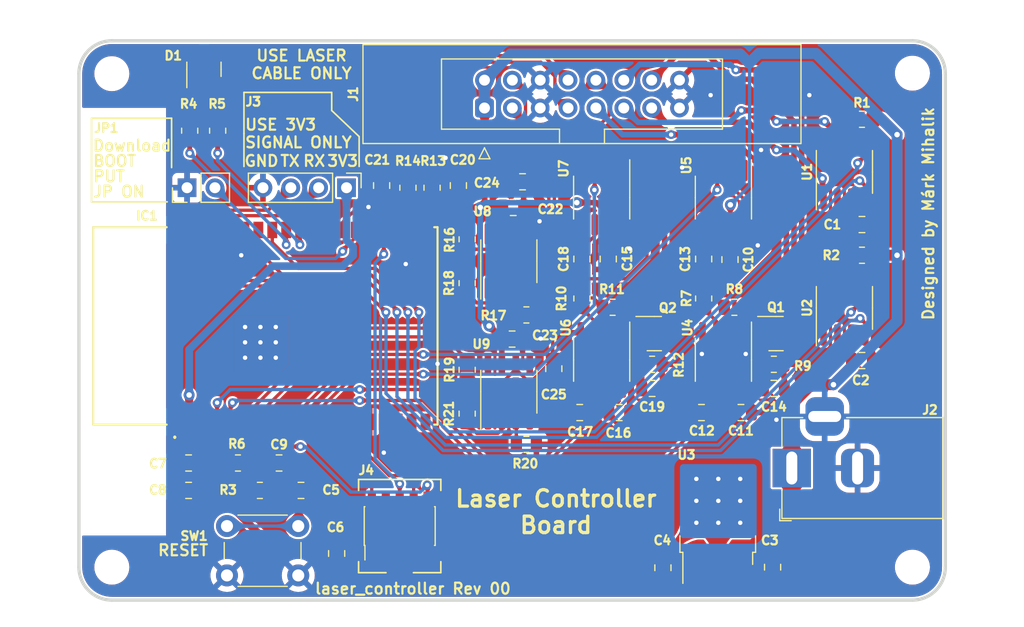
<source format=kicad_pcb>
(kicad_pcb (version 20211014) (generator pcbnew)
  (title_block (title "Laser controller board PCB") (date "2022-05-06") (rev "R0.1") (company "Designed by Márk Mihalik"))
  (layers (0 "F.Cu" signal) (31 "B.Cu" signal) (34 "B.Paste" user) (35 "F.Paste" user) (36 "B.SilkS" user "B.Silkscreen") (37 "F.SilkS" user "F.Silkscreen") (38 "B.Mask" user) (39 "F.Mask" user) (44 "Edge.Cuts" user))
  (net 0 "")
  (net 1 "+5V")
  (net 2 "GND")
  (net 3 "+3V3")
  (net 4 "Net-(C5-Pad2)")
  (net 5 "/Mikrocontroller/ESP32_EN")
  (net 6 "/LASER1_MEAS")
  (net 7 "Net-(C13-Pad1)")
  (net 8 "Net-(C13-Pad2)")
  (net 9 "Net-(C14-Pad2)")
  (net 10 "/LASER2_MEAS")
  (net 11 "Net-(C18-Pad1)")
  (net 12 "Net-(C18-Pad2)")
  (net 13 "Net-(C19-Pad2)")
  (net 14 "Net-(D1-Pad1)")
  (net 15 "Net-(D1-Pad2)")
  (net 16 "/LASER1_GND")
  (net 17 "/MONITORD1")
  (net 18 "/PELTIER1+")
  (net 19 "/MONITORD2")
  (net 20 "/PELTIER1-")
  (net 21 "/LASER2_GND")
  (net 22 "Net-(R17-Pad1)")
  (net 23 "/PELTIER2+")
  (net 24 "Net-(R18-Pad1)")
  (net 25 "/PELTIER2-")
  (net 26 "/Mikrocontroller/SERIAL_RX")
  (net 27 "/Mikrocontroller/SERIAL_TX")
  (net 28 "/Mikrocontroller/ESP32_JTAG_TMS")
  (net 29 "/Mikrocontroller/ESP32_JTAG_TCK")
  (net 30 "/Mikrocontroller/ESP32_JTAG_TDO")
  (net 32 "/Mikrocontroller/ESP32_JTAG_TDI")
  (net 33 "/Mikrocontroller/BOOT")
  (net 34 "Net-(Q1-Pad1)")
  (net 35 "Net-(Q2-Pad1)")
  (net 36 "Net-(R1-Pad2)")
  (net 37 "Net-(R2-Pad2)")
  (net 38 "/Mikrocontroller/LED_RED")
  (net 39 "/Mikrocontroller/LED_GREEN")
  (net 40 "/PELT1_FWD")
  (net 41 "/PELT1_REV")
  (net 46 "/LASER1_CNTR")
  (net 53 "/LASER2_CNTR")
  (net 65 "/LASER1_TMP")
  (net 66 "/LASER2_TMP")
  (net 70 "/PELT2_FWD")
  (net 71 "/PELT2_REV")
  (net 72 "Net-(R20-Pad1)")
  (net 73 "Net-(R21-Pad1)")
  (net 80 "/LASER1_MD_MEAS")
  (net 81 "/LASER2_MD_MEAS")
  (footprint "Package_SO:SOIC-8_3.9x4.9mm_P1.27mm" (layer "F.Cu") (at 165.4 104.8 90)
    (fp_text reference "U9")
    (fp_text value "OP07")
  )
  (footprint "Capacitor_SMD:C_0805_2012Metric" (layer "F.Cu") (at 197.6 89.5575)
    (fp_text reference "C1")
    (fp_text value "100n")
  )
  (footprint "Capacitor_SMD:C_0805_2012Metric" (layer "F.Cu") (at 136.2 113.8 180)
    (fp_text reference "C8")
    (fp_text value "100n")
  )
  (footprint "Package_SO:SOIC-8_3.9x4.9mm_P1.27mm" (layer "F.Cu") (at 196 97.1575 90)
    (fp_text reference "U2")
    (fp_text value "ZXBM5210-S")
  )
  (footprint "Capacitor_SMD:C_0805_2012Metric" (layer "F.Cu") (at 186.565 106.7)
    (fp_text reference "C11")
    (fp_text value "100n")
  )
  (footprint "Resistor_SMD:R_0805_2012Metric" (layer "F.Cu") (at 185.965 97.1)
    (fp_text reference "R8")
    (fp_text value "100")
  )
  (footprint "Resistor_SMD:R_0805_2012Metric" (layer "F.Cu") (at 161.6 90.9 -90)
    (fp_text reference "R16")
    (fp_text value "10k")
  )
  (footprint "Resistor_SMD:R_0805_2012Metric" (layer "F.Cu") (at 183.165 96.3 -90)
    (fp_text reference "R7")
    (fp_text value "10k")
  )
  (footprint "Capacitor_SMD:C_0805_2012Metric" (layer "F.Cu") (at 171.865 106.7)
    (fp_text reference "C17")
    (fp_text value "100n")
  )
  (footprint "Resistor_SMD:R_0805_2012Metric_Pad1.20x1.40mm_HandSolder" (layer "F.Cu") (at 158.4 86.2 -90)
    (fp_text reference "R13")
    (fp_text value "10k")
  )
  (footprint "ESP32-WROVER-IE:ESP32WROVERIE" (layer "F.Cu") (at 143.2 98.8 90)
    (fp_text reference "IC1")
    (fp_text value "ESP32-WROVER-IE" hide)
  )
  (footprint "Capacitor_SMD:C_0805_2012Metric" (layer "F.Cu") (at 165.8 88)
    (fp_text reference "C22")
    (fp_text value "100n")
  )
  (footprint "MountingHole:MountingHole_2.7mm_M2.5" (layer "F.Cu") (at 202.2 120.8)
    (fp_text reference "REF**" hide)
    (fp_text value "MountingHole_2.7mm_M2.5")
  )
  (footprint "Resistor_SMD:R_0805_2012Metric" (layer "F.Cu") (at 167 97.8)
    (fp_text reference "R17")
    (fp_text value "10k")
  )
  (footprint "Package_SO:SOIC-8_3.9x4.9mm_P1.27mm" (layer "F.Cu") (at 196 84.7575 90)
    (fp_text reference "U1")
    (fp_text value "ZXBM5210-S")
  )
  (footprint "Capacitor_SMD:C_0805_2012Metric" (layer "F.Cu") (at 185.565 92.75 -90)
    (fp_text reference "C10")
    (fp_text value "100n")
  )
  (footprint "Resistor_SMD:R_0805_2012Metric" (layer "F.Cu") (at 189.565 102.3)
    (fp_text reference "R9")
    (fp_text value "0.22")
  )
  (footprint "Connector_PinHeader_2.54mm:PinHeader_1x02_P2.54mm_Vertical" (layer "F.Cu") (at 136.06 86.2 90)
    (fp_text reference "JP1")
    (fp_text value "Jumper_2_Open")
  )
  (footprint "Resistor_SMD:R_0805_2012Metric" (layer "F.Cu") (at 161.6 94.9 90)
    (fp_text reference "R18")
    (fp_text value "10k")
  )
  (footprint "Resistor_SMD:R_0805_2012Metric" (layer "F.Cu") (at 178.465 102.3)
    (fp_text reference "R12")
    (fp_text value "0.22")
  )
  (footprint "Package_SO:SOIC-8_3.9x4.9mm_P1.27mm" (layer "F.Cu") (at 173.865 101.9 -90)
    (fp_text reference "U6")
    (fp_text value "OP07")
  )
  (footprint "Resistor_SMD:R_0805_2012Metric" (layer "F.Cu") (at 167 109.6)
    (fp_text reference "R20")
    (fp_text value "10k")
  )
  (footprint "Button_Switch_THT:SW_PUSH_6mm_H7.3mm" (layer "F.Cu") (at 146.2 121.55 180)
    (fp_text reference "SW1")
    (fp_text value "SW_Push")
  )
  (footprint "Capacitor_SMD:C_0805_2012Metric" (layer "F.Cu") (at 197.6 101.9575)
    (fp_text reference "C2")
    (fp_text value "100n")
  )
  (footprint "Capacitor_SMD:C_0805_2012Metric" (layer "F.Cu") (at 146.45 113.8 180)
    (fp_text reference "C5")
    (fp_text value "100n")
  )
  (footprint "Resistor_SMD:R_0805_2012Metric" (layer "F.Cu") (at 161.6 102.8 -90)
    (fp_text reference "R19")
    (fp_text value "10k")
  )
  (footprint "Resistor_SMD:R_0805_2012Metric" (layer "F.Cu") (at 136.3 81 -90)
    (fp_text reference "R4")
    (fp_text value "68")
  )
  (footprint "Resistor_SMD:R_0805_2012Metric_Pad1.20x1.40mm_HandSolder" (layer "F.Cu") (at 197.6 92.3575 180)
    (fp_text reference "R2")
    (fp_text value "10k")
  )
  (footprint "Package_TO_SOT_SMD:SOT-23" (layer "F.Cu") (at 137.6 75.4 90)
    (fp_text reference "D1")
    (fp_text value "LED_Dual_AAK")
  )
  (footprint "Package_SO:SOIC-8_3.9x4.9mm_P1.27mm" (layer "F.Cu") (at 173.865 87.1 -90)
    (fp_text reference "U7")
    (fp_text value "OP07")
  )
  (footprint "Package_SO:SOIC-8_3.9x4.9mm_P1.27mm" (layer "F.Cu") (at 184.965 101.9 -90)
    (fp_text reference "U4")
    (fp_text value "OP07")
  )
  (footprint "Resistor_SMD:R_0805_2012Metric_Pad1.20x1.40mm_HandSolder" (layer "F.Cu") (at 197.6 79.9575 180)
    (fp_text reference "R1")
    (fp_text value "10k")
  )
  (footprint "Capacitor_SMD:C_0805_2012Metric" (layer "F.Cu") (at 136.2 111.3 180)
    (fp_text reference "C7")
    (fp_text value "22u")
  )
  (footprint "Connector_PinHeader_1.27mm:PinHeader_2x05_P1.27mm_Vertical_SMD" (layer "F.Cu") (at 155.45 117.05 90)
    (fp_text reference "J4")
    (fp_text value "Conn_ARM_JTAG_SWD_10")
  )
  (footprint "Package_SO:SOIC-8_3.9x4.9mm_P1.27mm" (layer "F.Cu") (at 165.4 92.9 90)
    (fp_text reference "U8")
    (fp_text value "OP07")
  )
  (footprint "Resistor_SMD:R_0805_2012Metric" (layer "F.Cu") (at 174.865 97.1)
    (fp_text reference "R11")
    (fp_text value "100")
  )
  (footprint "Resistor_SMD:R_0805_2012Metric_Pad1.20x1.40mm_HandSolder" (layer "F.Cu") (at 156.2 86.2 -90)
    (fp_text reference "R14")
    (fp_text value "10k")
  )
  (footprint "Connector_PinHeader_2.54mm:PinHeader_1x04_P2.54mm_Vertical" (layer "F.Cu") (at 150.6 86.2 -90)
    (fp_text reference "J3")
    (fp_text value "Conn_01x04_Male")
  )
  (footprint "Package_TO_SOT_SMD:SOT-23" (layer "F.Cu") (at 178.665 99.5)
    (fp_text reference "Q2")
    (fp_text value "YJL3404A")
  )
  (footprint "MountingHole:MountingHole_2.7mm_M2.5" (layer "F.Cu") (at 202.2 75.7575)
    (fp_text reference "REF**" hide)
    (fp_text value "MountingHole_2.7mm_M2.5")
  )
  (footprint "Capacitor_SMD:C_0805_2012Metric" (layer "F.Cu") (at 172.065 92.7 90)
    (fp_text reference "C18")
    (fp_text value "100n")
  )
  (footprint "Capacitor_SMD:C_0805_2012Metric" (layer "F.Cu") (at 166.65 85.6575 180)
    (fp_text reference "C24")
    (fp_text value "100n")
  )
  (footprint "Capacitor_SMD:C_0805_2012Metric" (layer "F.Cu") (at 182.965 106.7)
    (fp_text reference "C12")
    (fp_text value "100n")
  )
  (footprint "Resistor_SMD:R_0805_2012Metric" (layer "F.Cu") (at 161.6 106.8 90)
    (fp_text reference "R21")
    (fp_text value "10k")
  )
  (footprint "Resistor_SMD:R_0805_2012Metric" (layer "F.Cu") (at 138.85 81 -90)
    (fp_text reference "R5")
    (fp_text value "56")
  )
  (footprint "Capacitor_SMD:C_0805_2012Metric" (layer "F.Cu") (at 153.8 86 -90)
    (fp_text reference "C21")
    (fp_text value "100n")
  )
  (footprint "Capacitor_SMD:C_0805_2012Metric" (layer "F.Cu") (at 144.45 111.3)
    (fp_text reference "C9")
    (fp_text value "1u")
  )
  (footprint "Capacitor_SMD:C_0805_2012Metric" (layer "F.Cu") (at 169.5 102.7 -90)
    (fp_text reference "C25")
    (fp_text value "100n")
  )
  (footprint "Capacitor_SMD:C_0805_2012Metric" (layer "F.Cu") (at 160.8 86 -90)
    (fp_text reference "C20")
    (fp_text value "100n")
  )
  (footprint "Resistor_SMD:R_0805_2012Metric_Pad1.20x1.40mm_HandSolder" (layer "F.Cu") (at 142.7 113.8 180)
    (fp_text reference "R3")
    (fp_text value "10k")
  )
  (footprint "Package_TO_SOT_SMD:SOT-23" (layer "F.Cu") (at 189.765 99.5)
    (fp_text reference "Q1")
    (fp_text value "YJL3404A")
  )
  (footprint "Resistor_SMD:R_0805_2012Metric_Pad1.20x1.40mm_HandSolder" (layer "F.Cu") (at 140.7 111.3 180)
    (fp_text reference "R6")
    (fp_text value "10k")
  )
  (footprint "Capacitor_SMD:C_0805_2012Metric" (layer "F.Cu") (at 149.7 119.55 -90)
    (fp_text reference "C6")
    (fp_text value "100n")
  )
  (footprint "Capacitor_SMD:C_0805_2012Metric" (layer "F.Cu") (at 165.7 100)
    (fp_text reference "C23")
    (fp_text value "100n")
  )
  (footprint "Package_SO:SOIC-8_3.9x4.9mm_P1.27mm" (layer "F.Cu") (at 184.965 87.1 -90)
    (fp_text reference "U5")
    (fp_text value "OP07")
  )
  (footprint "Connector_BarrelJack:BarrelJack_Horizontal" (layer "F.Cu") (at 191.2 111.7575 180)
    (fp_text reference "J2")
    (fp_text value "Barrel_Jack_Switch_Pin3Ring")
  )
  (footprint "Package_TO_SOT_SMD:TO-252-3_TabPin2" (layer "F.Cu") (at 184.45 116.975 90)
    (fp_text reference "U3")
    (fp_text value "IFX27001TFV33")
  )
  (footprint "Capacitor_SMD:C_0805_2012Metric" (layer "F.Cu") (at 183.165 92.7 90)
    (fp_text reference "C13")
    (fp_text value "100n")
  )
  (footprint "Capacitor_SMD:C_0805_2012Metric" (layer "F.Cu") (at 189.45 120.8 -90)
    (fp_text reference "C3")
    (fp_text value "10u")
  )
  (footprint "MountingHole:MountingHole_2.7mm_M2.5" (layer "F.Cu") (at 129.2 120.8)
    (fp_text reference "REF**" hide)
    (fp_text value "MountingHole_2.7mm_M2.5")
  )
  (footprint "Capacitor_SMD:C_0805_2012Metric" (layer "F.Cu") (at 179.45 120.85 -90)
    (fp_text reference "C4")
    (fp_text value "10u")
  )
  (footprint "Capacitor_SMD:C_0805_2012Metric" (layer "F.Cu") (at 174.465 92.7 -90)
    (fp_text reference "C15")
    (fp_text value "100n")
  )
  (footprint "Capacitor_SMD:C_0805_2012Metric" (layer "F.Cu") (at 178.465 104.5 180)
    (fp_text reference "C19")
    (fp_text value "100n")
  )
  (footprint "Resistor_SMD:R_0805_2012Metric" (layer "F.Cu") (at 172.065 96.3 -90)
    (fp_text reference "R10")
    (fp_text value "10k")
  )
  (footprint "Capacitor_SMD:C_0805_2012Metric" (layer "F.Cu") (at 189.565 104.5 180)
    (fp_text reference "C14")
    (fp_text value "100n")
  )
  (footprint "Connector_IDC:IDC-Header_2x08_P2.54mm_Latch_Vertical" (layer "F.Cu") (at 163.18 78.93 90)
    (fp_text reference "J1")
    (fp_text value "Conn_02x08_Odd_Even")
  )
  (footprint "MountingHole:MountingHole_2.7mm_M2.5" (layer "F.Cu") (at 129.2 75.8)
    (fp_text reference "REF**" hide)
    (fp_text value "MountingHole_2.7mm_M2.5")
  )
  (footprint "Capacitor_SMD:C_0805_2012Metric" (layer "F.Cu") (at 175.465 106.7)
    (fp_text reference "C16")
    (fp_text value "100n")
  )
  (gr_line (start 141.25 81.26) (end 141.25 84.26) (layer "F.SilkS") (width 0.15))
  (gr_line (start 151.7 121.3) (end 154.2 121.3) (layer "F.SilkS") (width 0.15))
  (gr_line (start 159.2 112.8) (end 159.2 113.8) (layer "F.SilkS") (width 0.15))
  (gr_line (start 151.75 81.535) (end 149.25 79.16) (layer "F.SilkS") (width 0.15))
  (gr_line (start 141.25 81.26) (end 141.25 77.51) (layer "F.SilkS") (width 0.15))
  (gr_line (start 141.25 77.51) (end 149.25 77.51) (layer "F.SilkS") (width 0.15))
  (gr_line (start 127.35 79.86) (end 134.65 79.86) (layer "F.SilkS") (width 0.15))
  (gr_line (start 134.65 79.86) (end 134.65 84.36) (layer "F.SilkS") (width 0.15))
  (gr_line (start 151.7 120.3) (end 151.7 121.3) (layer "F.SilkS") (width 0.15))
  (gr_line (start 127.35 87.49) (end 127.35 79.86) (layer "F.SilkS") (width 0.15))
  (gr_line (start 151.75 81.535) (end 151.75 84.26) (layer "F.SilkS") (width 0.15))
  (gr_line (start 149.25 77.51) (end 149.25 79.16) (layer "F.SilkS") (width 0.15))
  (gr_line (start 151.7 112.8) (end 151.7 113.8) (layer "F.SilkS") (width 0.15))
  (gr_line (start 159.2 120.3) (end 159.2 121.3) (layer "F.SilkS") (width 0.15))
  (gr_line (start 156.7 121.3) (end 159.2 121.3) (layer "F.SilkS") (width 0.15))
  (gr_line (start 151.7 112.8) (end 159.2 112.8) (layer "F.SilkS") (width 0.15))
  (gr_line (start 134.25 87.49) (end 127.35 87.49) (layer "F.SilkS") (width 0.15))
  (gr_line (start 205.2 75.8) (end 205.2 120.8) (layer "Edge.Cuts") (width 0.3))
  (gr_line (start 126.2 75.8) (end 126.2 120.8) (layer "Edge.Cuts") (width 0.3))
  (gr_arc (start 205.2 120.8) (mid 204.32132 122.92132) (end 202.2 123.8) (layer "Edge.Cuts") (width 0.3))
  (gr_line (start 129.2 72.8) (end 202.2 72.8) (layer "Edge.Cuts") (width 0.3))
  (gr_arc (start 126.2 75.8) (mid 127.07868 73.67868) (end 129.2 72.8) (layer "Edge.Cuts") (width 0.3))
  (gr_arc (start 202.2 72.8) (mid 204.32132 73.67868) (end 205.2 75.8) (layer "Edge.Cuts") (width 0.3))
  (gr_arc (start 129.2 123.8) (mid 127.07868 122.92132) (end 126.2 120.8) (layer "Edge.Cuts") (width 0.3))
  (gr_line (start 129.2 123.8) (end 202.2 123.8) (layer "Edge.Cuts") (width 0.3))
  (gr_text "JP ON" (at 129.85 86.56) (layer "F.SilkS") (effects (font (size 1 1) (thickness 0.2))))
  (gr_text "Laser Controller\nBoard" (at 169.7 115.7575) (layer "F.SilkS") (effects (font (size 1.5 1.5) (thickness 0.3))))
  (gr_text "laser_controller Rev 00" (at 156.65 122.76) (layer "F.SilkS") (effects (font (size 1 1) (thickness 0.2))))
  (gr_text "Designed by Márk Mihalik" (at 203.65 88.56 90) (layer "F.SilkS") (effects (font (size 1 1) (thickness 0.2))))
  (gr_text "3V3\n" (at 150.25 83.76) (layer "F.SilkS") (effects (font (size 1 1) (thickness 0.2))))
  (gr_text "Download" (at 131.05 82.36) (layer "F.SilkS") (effects (font (size 1 1) (thickness 0.2))))
  (gr_text "USE LASER\nCABLE ONLY" (at 146.5 74.9575) (layer "F.SilkS") (effects (font (size 1 1) (thickness 0.2))))
  (gr_text "USE 3V3 \nSIGNAL ONLY" (at 141.25 81.26) (layer "F.SilkS") (effects (font (size 1 1) (thickness 0.2)) (justify left)))
  (gr_text "PUT" (at 128.95 85.16) (layer "F.SilkS") (effects (font (size 1 1) (thickness 0.2))))
  (gr_text "BOOT" (at 129.45 83.76) (layer "F.SilkS") (effects (font (size 1 1) (thickness 0.2))))
  (gr_text "RX" (at 147.65 83.76) (layer "F.SilkS") (effects (font (size 1 1) (thickness 0.2))))
  (gr_text "RESET" (at 135.7 119.2575) (layer "F.SilkS") (effects (font (size 1 1) (thickness 0.2))))
  (gr_text "TX" (at 145.45 83.76) (layer "F.SilkS") (effects (font (size 1 1) (thickness 0.2))))
  (gr_text "GND\n" (at 142.85 83.76) (layer "F.SilkS") (effects (font (size 1 1) (thickness 0.2))))
  (segment (start 164.75 99.95) (end 163.6 98.8) (width 0.5) (layer "F.Cu") (net 1))
  (segment (start 191.2 111.7575) (end 191.2 108.6) (width 1) (layer "F.Cu") (net 1))
  (segment (start 182.4 102.3575) (end 184.6 102.3575) (width 0.5) (layer "F.Cu") (net 1))
  (segment (start 187.347176 108.6) (end 185.615 106.867824) (width 1) (layer "F.Cu") (net 1))
  (segment (start 185.565 91.8) (end 185.565 89.61) (width 0.3) (layer "F.Cu") (net 1))
  (segment (start 185.6 104.405) (end 185.615 104.39) (width 0.5) (layer "F.Cu") (net 1))
  (segment (start 185.565 89.61) (end 185.6 89.575) (width 0.3) (layer "F.Cu") (net 1))
  (segment (start 193 104.1575) (end 195 104.1575) (width 1) (layer "F.Cu") (net 1))
  (segment (start 185.615 106.867824) (end 185.615 106.7) (width 1) (layer "F.Cu") (net 1))
  (segment (start 181.4 103.3575) (end 182.4 102.3575) (width 0.5) (layer "F.Cu") (net 1))
  (segment (start 196.65 89.5575) (end 196.65 88.5175) (width 0.5) (layer "F.Cu") (net 1))
  (segment (start 188.055 119.85) (end 186.73 121.175) (width 0.7) (layer "F.Cu") (net 1))
  (segment (start 174.465 89.61) (end 174.5 89.575) (width 0.5) (layer "F.Cu") (net 1))
  (segment (start 196.65 90.4075) (end 196.65 89.5575) (width 0.7) (layer "F.Cu") (net 1))
  (segment (start 191.2 111.7575) (end 191.2 118.1) (width 0.7) (layer "F.Cu") (net 1))
  (segment (start 174.5 104.375) (end 174.5 106.357849) (width 0.5) (layer "F.Cu") (net 1))
  (segment (start 184.6 102.3575) (end 185.6 103.3575) (width 0.5) (layer "F.Cu") (net 1))
  (segment (start 195.365 99.6325) (end 195.365 100.6725) (width 0.5) (layer "F.Cu") (net 1))
  (segment (start 174.515 106.7) (end 174.515 106.8725) (width 0.5) (layer "F.Cu") (net 1))
  (segment (start 191.2 105.9575) (end 193 104.1575) (width 1) (layer "F.Cu") (net 1))
  (segment (start 159.2 88) (end 162.8 88) (width 0.5) (layer "F.Cu") (net 1))
  (segment (start 173.388902 87.5575) (end 171.6 87.5575) (width 0.5) (layer "F.Cu") (net 1))
  (segment (start 200.8 81.3575) (end 199.4 79.9575) (width 1) (layer "F.Cu") (net 1))
  (segment (start 199.4 79.9575) (end 198.6 79.9575) (width 1) (layer "F.Cu") (net 1))
  (segment (start 195 104.1575) (end 196.65 102.5075) (width 1) (layer "F.Cu") (net 1))
  (segment (start 191.2 118.1) (end 189.45 119.85) (width 0.7) (layer "F.Cu") (net 1))
  (segment (start 164.765 100.015) (end 164.75 100) (width 0.5) (layer "F.Cu") (net 1))
  (segment (start 156.2 87.2) (end 158.4 87.2) (width 0.5) (layer "F.Cu") (net 1))
  (segment (start 163.2 78.95) (end 163.2 87.6) (width 0.5) (layer "F.Cu") (net 1))
  (segment (start 174.515 106.7) (end 174.515 104.39) (width 0.3) (layer "F.Cu") (net 1))
  (segment (start 163.18 78.93) (end 163.2 78.95) (width 0.5) (layer "F.Cu") (net 1))
  (segment (start 174.515 104.39) (end 174.5 104.375) (width 0.3) (layer "F.Cu") (net 1))
  (segment (start 185.6 103.3575) (end 185.6 104.375) (width 0.5) (layer "F.Cu") (net 1))
  (segment (start 196.65 102.5075) (end 196.65 101.9575) (width 1) (layer "F.Cu") (net 1))
  (segment (start 196.65 99.6475) (end 196.635 99.6325) (width 0.5) (layer "F.Cu") (net 1))
  (segment (start 163.2 87.6) (end 162.8 88) (width 0.5) (layer "F.Cu") (net 1))
  (segment (start 158.4 87.2) (end 159.2 88) (width 0.5) (layer "F.Cu") (net 1))
  (segment (start 164.765 90.425) (end 164.765 88.085) (width 0.5) (layer "F.Cu") (net 1))
  (segment (start 164.765 88.085) (end 164.85 88) (width 0.5) (layer "F.Cu") (net 1))
  (segment (start 185.6 89.575) (end 185.6 87.7575) (width 0.3) (layer "F.Cu") (net 1))
  (segment (start 198.6 92.3575) (end 196.65 90.4075) (width 0.7) (layer "F.Cu") (net 1))
  (segment (start 174.5 89.575) (end 174.5 88.668598) (width 0.5) (layer "F.Cu") (net 1))
  (segment (start 191.2 108.6) (end 191.2 105.9575) (width 1) (layer "F.Cu") (net 1))
  (segment (start 196.65 101.9575) (end 196.65 99.6475) (width 0.5) (layer "F.Cu") (net 1))
  (segment (start 164.765 102.325) (end 164.765 100.015) (width 0.5) (layer "F.Cu") (net 1))
  (segment (start 177.8 108.1575) (end 181.4 104.5575) (width 0.5) (layer "F.Cu") (net 1))
  (segment (start 174.515 106.8725) (end 175.8 108.1575) (width 0.5) (layer "F.Cu") (net 1))
  (segment (start 174.465 91.75) (end 174.465 89.61) (width 0.5) (layer "F.Cu") (net 1))
  (segment (start 200.8 92.3575) (end 198.6 92.3575) (width 1) (layer "F.Cu") (net 1))
  (segment (start 191.2 108.6) (end 187.347176 108.6) (width 1) (layer "F.Cu") (net 1))
  (segment (start 185.6 106.685) (end 185.6 104.405) (width 0.5) (layer "F.Cu") (net 1))
  (segment (start 195.365 100.6725) (end 196.65 101.9575) (width 0.5) (layer "F.Cu") (net 1))
  (segment (start 196.65 88.5175) (end 195.365 87.2325) (width 0.5) (layer "F.Cu") (net 1))
  (segment (start 162.8 88) (end 164.85 88) (width 0.5) (layer "F.Cu") (net 1))
  (segment (start 175.8 108.1575) (end 177.8 108.1575) (width 0.5) (layer "F.Cu") (net 1))
  (segment (start 185.615 106.7) (end 185.6 106.685) (width 0.5) (layer "F.Cu") (net 1))
  (segment (start 196.65 89.5575) (end 196.65 87.2475) (width 0.5) (layer "F.Cu") (net 1))
  (segment (start 189.45 119.85) (end 188.055 119.85) (width 0.7) (layer "F.Cu") (net 1))
  (segment (start 196.65 87.2475) (end 196.635 87.2325) (width 0.5) (layer "F.Cu") (net 1))
  (segment (start 181.4 104.5575) (end 181.4 103.3575) (width 0.5) (layer "F.Cu") (net 1))
  (segment (start 174.5 88.668598) (end 173.388902 87.5575) (width 0.5) (layer "F.Cu") (net 1))
  (segment (start 164.75 100) (end 164.75 99.95) (width 0.5) (layer "F.Cu") (net 1))
  (via (at 195 104.1575) (size 1) (drill 0.5) (layers "F.Cu" "B.Cu") (net 1))
  (via (at 200.8 81.3575) (size 1) (drill 0.5) (layers "F.Cu" "B.Cu") (net 1))
  (via (at 200.8 92.3575) (size 1) (drill 0.5) (layers "F.Cu" "B.Cu") (net 1))
  (via (at 185.6 87.7575) (size 1) (drill 0.5) (layers "F.Cu" "B.Cu") (net 1))
  (via (at 171.6 87.5575) (size 1) (drill 0.5) (layers "F.Cu" "B.Cu") (net 1))
  (via (at 163.6 98.8) (size 1) (drill 0.5) (layers "F.Cu" "B.Cu") (net 1))
  (via (at 162.8 88) (size 1) (drill 0.5) (layers "F.Cu" "B.Cu") (net 1))
  (segment (start 162.8 98) (end 162.8 88) (width 0.5) (layer "B.Cu") (net 1))
  (segment (start 163.2425 87.5575) (end 162.8 88) (width 0.5) (layer "B.Cu") (net 1))
  (segment (start 186.484502 74.00798) (end 187.317011 74.840489) (width 1) (layer "B.Cu") (net 1))
  (segment (start 195 104.1575) (end 200.2 98.9575) (width 1) (layer "B.Cu") (net 1))
  (segment (start 188.2 73.9575) (end 193.4 73.9575) (width 1) (layer "B.Cu") (net 1))
  (segment (start 187.349511 86.007989) (end 187.349511 74.872989) (width 0.3) (layer "B.Cu") (net 1))
  (segment (start 187.349511 74.872989) (end 187.317011 74.840489) (width 0.3) (layer "B.Cu") (net 1))
  (segment (start 193.4 73.9575) (end 200.8 81.3575) (width 1) (layer "B.Cu") (net 1))
  (segment (start 187.317011 74.840489) (end 188.2 73.9575) (width 1) (layer "B.Cu") (net 1))
  (segment (start 165.56202 74.00798) (end 186.484502 74.00798) (width 1) (layer "B.Cu") (net 1))
  (segment (start 171.6 87.5575) (end 163.2425 87.5575) (width 0.5) (layer "B.Cu") (net 1))
  (segment (start 200.8 92.3575) (end 200.8 81.3575) (width 1) (layer "B.Cu") (net 1))
  (segment (start 163.18 76.39) (end 165.56202 74.00798) (width 1) (layer "B.Cu") (net 1))
  (segment (start 200.8 98.3575) (end 200.8 92.3575) (width 1) (layer "B.Cu") (net 1))
  (segment (start 163.6 98.8) (end 162.8 98) (width 0.5) (layer "B.Cu") (net 1))
  (segment (start 200.2 98.9575) (end 200.8 98.3575) (width 1) (layer "B.Cu") (net 1))
  (segment (start 163.18 78.93) (end 163.18 76.39) (width 1) (layer "B.Cu") (net 1))
  (segment (start 185.6 87.7575) (end 187.349511 86.007989) (width 0.3) (layer "B.Cu") (net 1))
  (segment (start 174.465 93.65) (end 174.5075 93.65) (width 0.3) (layer "F.Cu") (net 2))
  (via (at 154 110.3575) (size 0.8) (drill 0.4) (layers "F.Cu" "B.Cu") (net 2))
  (via (at 156 93.1575) (size 0.8) (drill 0.4) (layers "F.Cu" "B.Cu") (net 2))
  (via (at 141.35 98.9) (size 0.8) (drill 0.4) (layers "F.Cu" "B.Cu") (net 2))
  (via (at 141.35 101.7) (size 0.8) (drill 0.4) (layers "F.Cu" "B.Cu") (net 2))
  (via (at 189.8 107.3575) (size 0.8) (drill 0.4) (layers "F.Cu" "B.Cu") (net 2))
  (via (at 141.35 100.3) (size 0.8) (drill 0.4) (layers "F.Cu" "B.Cu") (net 2))
  (via (at 152.6 87.9575) (size 0.8) (drill 0.4) (layers "F.Cu" "B.Cu") (net 2))
  (via (at 144.15 101.7) (size 0.8) (drill 0.4) (layers "F.Cu" "B.Cu") (net 2))
  (via (at 183.8 77.7575) (size 0.8) (drill 0.4) (layers "F.Cu" "B.Cu") (net 2))
  (via (at 176.4 91.7575) (size 0.8) (drill 0.4) (layers "F.Cu" "B.Cu") (net 2))
  (via (at 141 92.3575) (size 0.8) (drill 0.4) (layers "F.Cu" "B.Cu") (net 2))
  (via (at 144.15 100.3) (size 0.8) (drill 0.4) (layers "F.Cu" "B.Cu") (net 2))
  (via (at 159.629953 83.479608) (size 0.8) (drill 0.4) (layers "F.Cu" "B.Cu") (net 2))
  (via (at 158.9 102.2575) (size 0.8) (drill 0.4) (layers "F.Cu" "B.Cu") (net 2))
  (via (at 142.75 101.7) (size 0.8) (drill 0.4) (layers "F.Cu" "B.Cu") (net 2))
  (via (at 181.2 84.3575) (size 0.8) (drill 0.4) (layers "F.Cu" "B.Cu") (net 2))
  (via (at 183 101.3575) (size 0.8) (drill 0.4) (layers "F.Cu" "B.Cu") (net 2))
  (via (at 168.3 99.9575) (size 0.8) (drill 0.4) (layers "F.Cu" "B.Cu") (net 2))
  (via (at 144.15 98.9) (size 0.8) (drill 0.4) (layers "F.Cu" "B.Cu") (net 2))
  (via (at 188.1 91.4575) (size 0.8) (drill 0.4) (layers "F.Cu" "B.Cu") (net 2))
  (via (at 142.75 100.3) (size 0.8) (drill 0.4) (layers "F.Cu" "B.Cu") (net 2))
  (via (at 188.4 82.7575) (size 0.8) (drill 0.4) (layers "F.Cu" "B.Cu") (net 2))
  (via (at 187 101.3575) (size 0.8) (drill 0.4) (layers "F.Cu" "B.Cu") (net 2))
  (via (at 142.75 98.9) (size 0.8) (drill 0.4) (layers "F.Cu" "B.Cu") (net 2))
  (via (at 192.8 77.7575) (size 0.8) (drill 0.4) (layers "F.Cu" "B.Cu") (net 2))
  (via (at 168.2 89.2575) (size 0.8) (drill 0.4) (layers "F.Cu" "B.Cu") (net 2))
  (segment (start 152.91 120.399022) (end 152.91 119) (width 0.7) (layer "F.Cu") (net 3))
  (segment (start 150.1 119) (end 149.7 118.6) (width 0.7) (layer "F.Cu") (net 3))
  (segment (start 136.21 109) (end 136.21 107.55) (width 0.7) (layer "F.Cu") (net 3))
  (segment (start 137.15 113.8) (end 137.15 109.94) (width 0.7) (layer "F.Cu") (net 3))
  (segment (start 182.5 116.85) (end 179.45 119.9) (width 0.7) (layer "F.Cu") (net 3))
  (segment (start 149.7 118.6) (end 143.441341 118.6) (width 0.7) (layer "F.Cu") (net 3))
  (segment (start 152.91 119) (end 150.1 119) (width 0.7) (layer "F.Cu") (net 3))
  (segment (start 184.45 121.175) (end 184.45 114.8) (width 0.7) (layer "F.Cu") (net 3))
  (segment (start 139.7 111.3) (end 137.15 111.3) (width 0.7) (layer "F.Cu") (net 3))
  (segment (start 184.45 114.8) (end 184.5 114.75) (width 0.7) (layer "F.Cu") (net 3))
  (segment (start 136.25 107.51) (end 136.21 107.55) (width 0.7) (layer "F.Cu") (net 3))
  (segment (start 178.600489 120.749511) (end 153.260489 120.749511) (width 0.7) (layer "F.Cu") (net 3))
  (segment (start 139.7 114.858659) (end 139.7 111.3) (width 0.7) (layer "F.Cu") (net 3))
  (segment (start 182.5 116.75) (end 182.5 116.85) (width 0.7) (layer "F.Cu") (net 3))
  (segment (start 143.441341 118.6) (end 139.7 114.858659) (width 0.7) (layer "F.Cu") (net 3))
  (segment (start 153.260489 120.749511) (end 152.91 120.399022) (width 0.7) (layer "F.Cu") (net 3))
  (segment (start 137.15 109.94) (end 136.21 109) (width 0.7) (layer "F.Cu") (net 3))
  (segment (start 179.45 119.9) (end 178.600489 120.749511) (width 0.7) (layer "F.Cu") (net 3))
  (segment (start 136.25 105.1) (end 136.25 107.51) (width 0.7) (layer "F.Cu") (net 3))
  (via (at 184.5 114.75) (size 0.8) (drill 0.4) (layers "F.Cu" "B.Cu") (net 3))
  (via (at 182.5 116.75) (size 0.8) (drill 0.4) (layers "F.Cu" "B.Cu") (net 3))
  (via (at 184.5 112.75) (size 0.8) (drill 0.4) (layers "F.Cu" "B.Cu") (net 3))
  (via (at 186.5 112.75) (size 0.8) (drill 0.4) (layers "F.Cu" "B.Cu") (net 3))
  (via (at 182.5 112.75) (size 0.8) (drill 0.4) (layers "F.Cu" "B.Cu") (net 3))
  (via (at 136.25 105.1) (size 1) (drill 0.5) (layers "F.Cu" "B.Cu") (net 3))
  (via (at 182.5 114.75) (size 0.8) (drill 0.4) (layers "F.Cu" "B.Cu") (net 3))
  (via (at 186.5 116.75) (size 0.8) (drill 0.4) (layers "F.Cu" "B.Cu") (net 3))
  (via (at 184.5 116.75) (size 0.8) (drill 0.4) (layers "F.Cu" "B.Cu") (net 3))
  (via (at 186.5 114.75) (size 0.8) (drill 0.4) (layers "F.Cu" "B.Cu") (net 3))
  (segment (start 150.6 86.2) (end 150.6 91.007188) (width 0.7) (layer "B.Cu") (net 3))
  (segment (start 150.6 91.007188) (end 151.199511 91.606699) (width 0.7) (layer "B.Cu") (net 3))
  (segment (start 150.243293 93.349519) (end 143.850481 93.349519) (width 0.7) (layer "B.Cu") (net 3))
  (segment (start 136.25 100.95) (end 136.25 105.1) (width 0.7) (layer "B.Cu") (net 3))
  (segment (start 151.199511 92.393301) (end 150.243293 93.349519) (width 0.7) (layer "B.Cu") (net 3))
  (segment (start 151.199511 91.606699) (end 151.199511 92.393301) (width 0.7) (layer "B.Cu") (net 3))
  (segment (start 143.850481 93.349519) (end 136.25 100.95) (width 0.7) (layer "B.Cu") (net 3))
  (segment (start 145.5 113.8) (end 145.5 114.6575) (width 0.3) (layer "F.Cu") (net 4))
  (segment (start 143.7 113.8) (end 145.5 113.8) (width 0.3) (layer "F.Cu") (net 4))
  (segment (start 146.2 115.3575) (end 146.2 117.05) (width 0.3) (layer "F.Cu") (net 4))
  (segment (start 145.5 114.6575) (end 146.2 115.3575) (width 0.3) (layer "F.Cu") (net 4))
  (segment (start 139.7 117.05) (end 146.2 117.05) (width 0.3) (layer "B.Cu") (net 4))
  (segment (start 141.7 111.3) (end 143.5 111.3) (width 0.3) (layer "F.Cu") (net 5))
  (segment (start 146.4 109.8) (end 145 109.8) (width 0.3) (layer "F.Cu") (net 5))
  (segment (start 141.7 110.95) (end 141.7 111.3) (width 0.3) (layer "F.Cu") (net 5))
  (segment (start 157.99 113.329989) (end 157.960011 113.3) (width 0.3) (layer "F.Cu") (net 5))
  (segment (start 137.48 108.6) (end 138.48 109.6) (width 0.3) (layer "F.Cu") (net 5))
  (segment (start 137.48 107.55) (end 137.48 108.6) (width 0.3) (layer "F.Cu") (net 5))
  (segment (start 157.99 115.1) (end 157.99 113.329989) (width 0.3) (layer "F.Cu") (net 5))
  (segment (start 138.48 109.6) (end 140.35 109.6) (width 0.3) (layer "F.Cu") (net 5))
  (segment (start 145 109.8) (end 143.5 111.3) (width 0.3) (layer "F.Cu") (net 5))
  (segment (start 141.7 111.3) (end 141.7 113.8) (width 0.3) (layer "F.Cu") (net 5))
  (segment (start 140.35 109.6) (end 141.7 110.95) (width 0.3) (layer "F.Cu") (net 5))
  (via (at 146.4 109.8) (size 0.8) (drill 0.4) (layers "F.Cu" "B.Cu") (net 5))
  (via (at 157.960011 113.3) (size 0.8) (drill 0.4) (layers "F.Cu" "B.Cu") (net 5))
  (segment (start 157.960011 113.3) (end 157.3105 113.949511) (width 0.3) (layer "B.Cu") (net 5))
  (segment (start 146.85 109.8) (end 146.4 109.8) (width 0.3) (layer "B.Cu") (net 5))
  (segment (start 150.999511 113.949511) (end 146.85 109.8) (width 0.3) (layer "B.Cu") (net 5))
  (segment (start 157.3105 113.949511) (end 150.999511 113.949511) (width 0.3) (layer "B.Cu") (net 5))
  (segment (start 140.02 105.98) (end 140.02 107.55) (width 0.3) (layer "F.Cu") (net 6))
  (segment (start 178.415 112.2) (end 163.6 112.2) (width 0.3) (layer "F.Cu") (net 6))
  (segment (start 157.549511 105.6) (end 151.800497 105.6) (width 0.3) (layer "F.Cu") (net 6))
  (segment (start 184.33 104.375) (end 184.33 106.285) (width 0.3) (layer "F.Cu") (net 6))
  (segment (start 159.4 107.450489) (end 157.549511 105.6) (width 0.3) (layer "F.Cu") (net 6))
  (segment (start 184.33 106.285) (end 183.915 106.7) (width 0.3) (layer "F.Cu") (net 6))
  (segment (start 151.800497 105.6) (end 151.8 105.599503) (width 0.3) (layer "F.Cu") (net 6))
  (segment (start 140.2 105.8) (end 140.02 105.98) (width 0.3) (layer "F.Cu") (net 6))
  (segment (start 183.915 106.7) (end 178.415 112.2) (width 0.3) (layer "F.Cu") (net 6))
  (segment (start 163.6 112.2) (end 159.4 108) (width 0.3) (layer "F.Cu") (net 6))
  (segment (start 159.4 108) (end 159.4 107.450489) (width 0.3) (layer "F.Cu") (net 6))
  (via (at 151.8 105.599503) (size 0.8) (drill 0.4) (layers "F.Cu" "B.Cu") (net 6))
  (via (at 140.2 105.8) (size 0.8) (drill 0.4) (layers "F.Cu" "B.Cu") (net 6))
  (segment (start 140.400497 105.599503) (end 140.2 105.8) (width 0.3) (layer "B.Cu") (net 6))
  (segment (start 151.8 105.599503) (end 140.400497 105.599503) (width 0.3) (layer "B.Cu") (net 6))
  (segment (start 183.165 95.3875) (end 183.165 94.635) (width 0.3) (layer "F.Cu") (net 7))
  (segment (start 183.165 94.635) (end 183.165 93.65) (width 0.3) (layer "F.Cu") (net 7))
  (segment (start 189 89.4) (end 185.6 86) (width 0.3) (layer "F.Cu") (net 7))
  (segment (start 185.6 86) (end 185.6 84.625) (width 0.3) (layer "F.Cu") (net 7))
  (segment (start 189 91.837849) (end 189 89.4) (width 0.3) (layer "F.Cu") (net 7))
  (segment (start 186.188329 94.64952) (end 189 91.837849) (width 0.3) (layer "F.Cu") (net 7))
  (segment (start 183.17952 94.64952) (end 186.188329 94.64952) (width 0.3) (layer "F.Cu") (net 7))
  (segment (start 183.165 94.635) (end 183.17952 94.64952) (width 0.3) (layer "F.Cu") (net 7))
  (segment (start 182 95.782849) (end 182 92.915) (width 0.3) (layer "F.Cu") (net 8))
  (segment (start 184.20202 96.24952) (end 182.466671 96.24952) (width 0.3) (layer "F.Cu") (net 8))
  (segment (start 184.33 90.585) (end 184.33 89.575) (width 0.3) (layer "F.Cu") (net 8))
  (segment (start 182 92.915) (end 183.165 91.75) (width 0.3) (layer "F.Cu") (net 8))
  (segment (start 183.165 91.75) (end 184.33 90.585) (width 0.3) (layer "F.Cu") (net 8))
  (segment (start 185.0525 97.1) (end 184.20202 96.24952) (width 0.3) (layer "F.Cu") (net 8))
  (segment (start 182.466671 96.24952) (end 182 95.782849) (width 0.3) (layer "F.Cu") (net 8))
  (segment (start 184.33 99.425) (end 184.33 98.3775) (width 0.3) (layer "F.Cu") (net 9))
  (segment (start 184.33 99.425) (end 184.33 100.6875) (width 0.3) (layer "F.Cu") (net 9))
  (segment (start 188.615 104.5) (end 188.615 100.6625) (width 0.5) (layer "F.Cu") (net 9))
  (segment (start 185.9425 102.3) (end 188.6525 102.3) (width 0.3) (layer "F.Cu") (net 9))
  (segment (start 184.33 100.6875) (end 185.9425 102.3) (width 0.3) (layer "F.Cu") (net 9))
  (segment (start 188.615 100.6625) (end 188.8275 100.45) (width 0.3) (layer "F.Cu") (net 9))
  (segment (start 184.33 98.3775) (end 183.165 97.2125) (width 0.3) (layer "F.Cu") (net 9))
  (segment (start 157.8 104.6) (end 160 106.8) (width 0.3) (layer "F.Cu") (net 10))
  (segment (start 168.8 111.4) (end 172.815 107.385) (width 0.3) (layer "F.Cu") (net 10))
  (segment (start 151.8 104.6) (end 157.8 104.6) (width 0.3) (layer "F.Cu") (net 10))
  (segment (start 160 106.8) (end 160 107.672849) (width 0.3) (layer "F.Cu") (net 10))
  (segment (start 172.815 107.385) (end 172.815 106.7) (width 0.3) (layer "F.Cu") (net 10))
  (segment (start 138.8 107.5) (end 138.75 107.55) (width 0.3) (layer "F.Cu") (net 10))
  (segment (start 163.727151 111.4) (end 168.8 111.4) (width 0.3) (layer "F.Cu") (net 10))
  (segment (start 138.8 105.8) (end 138.8 107.5) (width 0.3) (layer "F.Cu") (net 10))
  (segment (start 172.815 104.79) (end 173.23 104.375) (width 0.3) (layer "F.Cu") (net 10))
  (segment (start 160 107.672849) (end 163.727151 111.4) (width 0.3) (layer "F.Cu") (net 10))
  (segment (start 172.815 106.7) (end 172.815 104.79) (width 0.3) (layer "F.Cu") (net 10))
  (via (at 138.8 105.8) (size 0.8) (drill 0.4) (layers "F.Cu" "B.Cu") (net 10))
  (via (at 151.8 104.6) (size 0.8) (drill 0.4) (layers "F.Cu" "B.Cu") (net 10))
  (segment (start 138.8 105.8) (end 140 104.6) (width 0.3) (layer "B.Cu") (net 10))
  (segment (start 140 104.6) (end 151.8 104.6) (width 0.3) (layer "B.Cu") (net 10))
  (segment (start 178 92.5575) (end 176.05798 94.49952) (width 0.3) (layer "F.Cu") (net 11))
  (segment (start 178 89.4) (end 178 92.5575) (width 0.3) (layer "F.Cu") (net 11))
  (segment (start 174.5 85.9) (end 178 89.4) (width 0.3) (layer "F.Cu") (net 11))
  (segment (start 174.5 84.625) (end 174.5 85.9) (width 0.3) (layer "F.Cu") (net 11))
  (segment (start 172.065 93.65) (end 172.065 95.3875) (width 0.3) (layer "F.Cu") (net 11))
  (segment (start 176.05798 94.49952) (end 172.05798 94.49952) (width 0.3) (layer "F.Cu") (net 11))
  (segment (start 173.23 90.585) (end 173.23 89.575) (width 0.3) (layer "F.Cu") (net 12))
  (segment (start 172.065 91.75) (end 173.23 90.585) (width 0.3) (layer "F.Cu") (net 12))
  (segment (start 170.99048 95.99048) (end 170.99048 92.82452) (width 0.3) (layer "F.Cu") (net 12))
  (segment (start 173.9525 97.1) (end 173.10202 96.24952) (width 0.3) (layer "F.Cu") (net 12))
  (segment (start 171.24952 96.24952) (end 170.99048 95.99048) (width 0.3) (layer "F.Cu") (net 12))
  (segment (start 173.10202 96.24952) (end 171.24952 96.24952) (width 0.3) (layer "F.Cu") (net 12))
  (segment (start 170.99048 92.82452) (end 172.065 91.75) (width 0.3) (layer "F.Cu") (net 12))
  (segment (start 177.515 104.5) (end 177.515 100.6625) (width 0.5) (layer "F.Cu") (net 13))
  (segment (start 177.5 102.2475) (end 177.5525 102.3) (width 0.5) (layer "F.Cu") (net 13))
  (segment (start 173.23 99.425) (end 173.23 100.63) (width 0.3) (layer "F.Cu") (net 13))
  (segment (start 173.23 100.63) (end 174.9 102.3) (width 0.3) (layer "F.Cu") (net 13))
  (segment (start 173.23 98.3775) (end 172.065 97.2125) (width 0.3) (layer "F.Cu") (net 13))
  (segment (start 174.9 102.3) (end 177.5525 102.3) (width 0.3) (layer "F.Cu") (net 13))
  (segment (start 177.515 100.6625) (end 177.7275 100.45) (width 0.5) (layer "F.Cu") (net 13))
  (segment (start 173.23 99.425) (end 173.23 98.3775) (width 0.3) (layer "F.Cu") (net 13))
  (segment (start 136.65 79.7375) (end 136.3 80.0875) (width 0.3) (layer "F.Cu") (net 14))
  (segment (start 136.65 76.3375) (end 136.65 79.7375) (width 0.3) (layer "F.Cu") (net 14))
  (segment (start 138.55 76.3375) (end 138.55 79.7875) (width 0.3) (layer "F.Cu") (net 15))
  (segment (start 138.55 79.7875) (end 138.85 80.0875) (width 0.3) (layer "F.Cu") (net 15))
  (segment (start 190.7025 99.5) (end 190.7025 86.634651) (width 0.5) (layer "F.Cu") (net 16))
  (segment (start 190.7025 86.634651) (end 185.425349 81.3575) (width 0.5) (layer "F.Cu") (net 16))
  (segment (start 185.425349 81.3575) (end 180.2 81.3575) (width 0.5) (layer "F.Cu") (net 16))
  (via (at 180.2 81.3575) (size 0.8) (drill 0.4) (layers "F.Cu" "B.Cu") (net 16))
  (segment (start 173.34 78.93) (end 175.7675 81.3575) (width 0.5) (layer "B.Cu") (net 16))
  (segment (start 175.7675 81.3575) (end 180.2 81.3575) (width 0.5) (layer "B.Cu") (net 16))
  (segment (start 161.6 91.8125) (end 165.058927 91.8125) (width 0.3) (layer "F.Cu") (net 17))
  (segment (start 167.661907 91.74952) (end 169.05048 90.360947) (width 0.3) (layer "F.Cu") (net 17))
  (segment (start 166.035 90.836427) (end 166.035 90.425) (width 0.3) (layer "F.Cu") (net 17))
  (segment (start 166.419991 79.629991) (end 166.419992 83.02642) (width 0.3) (layer "F.Cu") (net 17))
  (segment (start 166.035 90.977849) (end 166.035 90.425) (width 0.5) (layer "F.Cu") (net 17))
  (segment (start 165.72 78.93) (end 166.419991 79.629991) (width 0.3) (layer "F.Cu") (net 17))
  (segment (start 169.05048 87.10798) (end 167.6 85.6575) (width 0.3) (layer "F.Cu") (net 17))
  (segment (start 161.6 93.9875) (end 161.6 91.8125) (width 0.5) (layer "F.Cu") (net 17))
  (segment (start 166.419992 83.02642) (end 167.700536 84.306964) (width 0.3) (layer "F.Cu") (net 17))
  (segment (start 169.05048 90.360947) (end 169.05048 87.10798) (width 0.3) (layer "F.Cu") (net 17))
  (segment (start 166.035 90.836427) (end 166.948093 91.74952) (width 0.3) (layer "F.Cu") (net 17))
  (segment (start 166.948093 91.74952) (end 167.661907 91.74952) (width 0.3) (layer "F.Cu") (net 17))
  (segment (start 167.700536 84.306964) (end 167.700536 85.556964) (width 0.3) (layer "F.Cu") (net 17))
  (segment (start 167.700536 85.556964) (end 167.6 85.6575) (width 0.3) (layer "F.Cu") (net 17))
  (segment (start 165.058927 91.8125) (end 166.035 90.836427) (width 0.3) (layer "F.Cu") (net 17))
  (segment (start 194 85.3575) (end 194 87.1375) (width 0.5) (layer "F.Cu") (net 18))
  (segment (start 187.272011 80.229511) (end 189.8 82.7575) (width 0.5) (layer "F.Cu") (net 18))
  (segment (start 178.42 78.93) (end 179.719511 80.229511) (width 0.5) (layer "F.Cu") (net 18))
  (segment (start 179.719511 80.229511) (end 187.272011 80.229511) (width 0.5) (layer "F.Cu") (net 18))
  (segment (start 194 87.1375) (end 194.095 87.2325) (width 0.5) (layer "F.Cu") (net 18))
  (via (at 189.8 82.7575) (size 0.8) (drill 0.4) (layers "F.Cu" "B.Cu") (net 18))
  (via (at 194 85.3575) (size 0.8) (drill 0.4) (layers "F.Cu" "B.Cu") (net 18))
  (segment (start 191.4 82.7575) (end 194 85.3575) (width 0.5) (layer "B.Cu") (net 18))
  (segment (start 189.8 82.7575) (end 191.4 82.7575) (width 0.5) (layer "B.Cu") (net 18))
  (segment (start 166.948093 103.64952) (end 166.035 102.736427) (width 0.3) (layer "F.Cu") (net 19))
  (segment (start 169.55 90.567854) (end 169.4 90.717854) (width 0.3) (layer "F.Cu") (net 19))
  (segment (start 166.919511 82.819511) (end 169.55 85.45) (width 0.3) (layer "F.Cu") (net 19))
  (segment (start 169.4 101.911427) (end 167.661907 103.64952) (width 0.3) (layer "F.Cu") (net 19))
  (segment (start 166.919511 77.589511) (end 166.919511 82.819511) (width 0.3) (layer "F.Cu") (net 19))
  (segment (start 165.72 76.39) (end 166.919511 77.589511) (width 0.3) (layer "F.Cu") (net 19))
  (segment (start 169.4 90.717854) (end 169.4 101.911427) (width 0.3) (layer "F.Cu") (net 19))
  (segment (start 169.55 85.45) (end 169.55 90.567854) (width 0.3) (layer "F.Cu") (net 19))
  (segment (start 161.6 103.7125) (end 165.058927 103.7125) (width 0.3) (layer "F.Cu") (net 19))
  (segment (start 165.058927 103.7125) (end 166.035 102.736427) (width 0.3) (layer "F.Cu") (net 19))
  (segment (start 166.035 102.736427) (end 166.035 102.325) (width 0.3) (layer "F.Cu") (net 19))
  (segment (start 167.661907 103.64952) (end 166.948093 103.64952) (width 0.3) (layer "F.Cu") (net 19))
  (segment (start 161.6 105.8875) (end 161.6 103.7125) (width 0.3) (layer "F.Cu") (net 19))
  (segment (start 189.8 80.1575) (end 188.8 79.1575) (width 0.5) (layer "F.Cu") (net 20))
  (segment (start 188.8 79.1575) (end 186.6 79.1575) (width 0.5) (layer "F.Cu") (net 20))
  (segment (start 195.365 81.3225) (end 195.365 82.2825) (width 0.5) (layer "F.Cu") (net 20))
  (segment (start 194.2 80.1575) (end 195.365 81.3225) (width 0.5) (layer "F.Cu") (net 20))
  (via (at 189.8 80.1575) (size 0.8) (drill 0.4) (layers "F.Cu" "B.Cu") (net 20))
  (via (at 186.6 79.1575) (size 0.8) (drill 0.4) (layers "F.Cu" "B.Cu") (net 20))
  (via (at 194.2 80.1575) (size 0.8) (drill 0.4) (layers "F.Cu" "B.Cu") (net 20))
  (segment (start 189.8 80.1575) (end 194.2 80.1575) (width 0.5) (layer "B.Cu") (net 20))
  (segment (start 177.179511 80.229511) (end 175.88 78.93) (width 0.5) (layer "B.Cu") (net 20))
  (segment (start 185.527989 80.229511) (end 177.179511 80.229511) (width 0.5) (layer "B.Cu") (net 20))
  (segment (start 186.6 79.1575) (end 185.527989 80.229511) (width 0.5) (layer "B.Cu") (net 20))
  (segment (start 172.140489 77.589511) (end 172.916075 76.813925) (width 0.3) (layer "F.Cu") (net 21))
  (segment (start 176.168329 83.20048) (end 179.6025 86.634651) (width 0.5) (layer "F.Cu") (net 21))
  (segment (start 173.4 80.7575) (end 174.539511 79.617989) (width 0.3) (layer "F.Cu") (net 21))
  (segment (start 173.4 81.1575) (end 175.44298 83.20048) (width 0.5) (layer "F.Cu") (net 21))
  (segment (start 175.44298 83.20048) (end 176.168329 83.20048) (width 0.5) (layer "F.Cu") (net 21))
  (segment (start 172.140489 79.497989) (end 172.140489 77.589511) (width 0.3) (layer "F.Cu") (net 21))
  (segment (start 174.539511 79.617989) (end 174.539511 77.589511) (width 0.3) (layer "F.Cu") (net 21))
  (segment (start 173.4 80.7575) (end 172.140489 79.497989) (width 0.3) (layer "F.Cu") (net 21))
  (segment (start 173.4 80.7575) (end 173.4 81.1575) (width 0.5) (layer "F.Cu") (net 21))
  (segment (start 179.6025 86.634651) (end 179.6025 99.5) (width 0.5) (layer "F.Cu") (net 21))
  (segment (start 174.539511 77.589511) (end 173.763925 76.813925) (width 0.3) (layer "F.Cu") (net 21))
  (segment (start 166.0875 97.8) (end 166.0875 95.4275) (width 0.3) (layer "F.Cu") (net 22))
  (segment (start 166.0875 95.4275) (end 166.035 95.375) (width 0.3) (layer "F.Cu") (net 22))
  (segment (start 185.748808 76.306323) (end 183.599985 74.1575) (width 0.5) (layer "F.Cu") (net 23))
  (segment (start 187.548823 76.306323) (end 185.748808 76.306323) (width 0.5) (layer "F.Cu") (net 23))
  (segment (start 183.599985 74.1575) (end 180.6525 74.1575) (width 0.5) (layer "F.Cu") (net 23))
  (segment (start 194.095 99.6325) (end 191.40202 96.93952) (width 0.5) (layer "F.Cu") (net 23))
  (segment (start 191.40202 80.15952) (end 187.548823 76.306323) (width 0.5) (layer "F.Cu") (net 23))
  (segment (start 191.40202 96.93952) (end 191.40202 80.15952) (width 0.5) (layer "F.Cu") (net 23))
  (segment (start 180.6525 74.1575) (end 178.42 76.39) (width 0.5) (layer "F.Cu") (net 23))
  (segment (start 163.851907 96.69952) (end 164.765 95.786427) (width 0.3) (layer "F.Cu") (net 24))
  (segment (start 161.6 95.8125) (end 162.48702 96.69952) (width 0.3) (layer "F.Cu") (net 24))
  (segment (start 164.765 95.786427) (end 164.765 95.375) (width 0.3) (layer "F.Cu") (net 24))
  (segment (start 162.48702 96.69952) (end 163.851907 96.69952) (width 0.3) (layer "F.Cu") (net 24))
  (segment (start 187.899312 75.456812) (end 186.100688 75.456812) (width 0.5) (layer "F.Cu") (net 25))
  (segment (start 195.365 94.6825) (end 195.365 94.129651) (width 0.5) (layer "F.Cu") (net 25))
  (segment (start 192.10154 79.65904) (end 187.899312 75.456812) (width 0.5) (layer "F.Cu") (net 25))
  (segment (start 195.365 94.129651) (end 192.10154 90.866191) (width 0.5) (layer "F.Cu") (net 25))
  (segment (start 192.10154 90.866191) (end 192.10154 79.65904) (width 0.5) (layer "F.Cu") (net 25))
  (via (at 186.100688 75.456812) (size 0.8) (drill 0.4) (layers "F.Cu" "B.Cu") (net 25))
  (segment (start 185.601376 74.9575) (end 177.3125 74.9575) (width 0.5) (layer "B.Cu") (net 25))
  (segment (start 186.100688 75.456812) (end 185.601376 74.9575) (width 0.5) (layer "B.Cu") (net 25))
  (segment (start 177.3125 74.9575) (end 175.88 76.39) (width 0.5) (layer "B.Cu") (net 25))
  (segment (start 140.27048 88.74952) (end 145.51048 88.74952) (width 0.3) (layer "F.Cu") (net 26))
  (segment (start 140.02 90.05) (end 140.02 89) (width 0.3) (layer "F.Cu") (net 26))
  (segment (start 140.02 89) (end 140.27048 88.74952) (width 0.3) (layer "F.Cu") (net 26))
  (segment (start 145.51048 88.74952) (end 148.06 86.2) (width 0.3) (layer "F.Cu") (net 26))
  (segment (start 138.75 89) (end 139.5 88.25) (width 0.3) (layer "F.Cu") (net 27))
  (segment (start 143.5 88.25) (end 143.5 88.22) (width 0.3) (layer "F.Cu") (net 27))
  (segment (start 139.5 88.25) (end 143.5 88.25) (width 0.3) (layer "F.Cu") (net 27))
  (segment (start 143.5 88.22) (end 145.52 86.2) (width 0.3) (layer "F.Cu") (net 27))
  (segment (start 138.75 90.05) (end 138.75 89) (width 0.3) (layer "F.Cu") (net 27))
  (segment (start 152.9 115.09) (end 152.91 115.1) (width 0.3) (layer "F.Cu") (net 28))
  (segment (start 150.18 107.55) (end 150.18 109.1375) (width 0.3) (layer "F.Cu") (net 28))
  (segment (start 152.9 111.8575) (end 152.9 115.09) (width 0.3) (layer "F.Cu") (net 28))
  (segment (start 150.18 109.1375) (end 152.9 111.8575) (width 0.3) (layer "F.Cu") (net 28))
  (segment (start 153.99 108.09) (end 153.99 107.55) (width 0.3) (layer "F.Cu") (net 29))
  (segment (start 158.709511 116.649511) (end 158.709511 112.809511) (width 0.3) (layer "F.Cu") (net 29))
  (segment (start 154.18 116.099022) (end 154.730489 116.649511) (width 0.3) (layer "F.Cu") (net 29))
  (segment (start 154.18 115.1) (end 154.18 116.099022) (width 0.3) (layer "F.Cu") (net 29))
  (segment (start 154.730489 116.649511) (end 158.709511 116.649511) (width 0.3) (layer "F.Cu") (net 29))
  (segment (start 158.709511 112.809511) (end 153.99 108.09) (width 0.3) (layer "F.Cu") (net 29))
  (segment (start 155.45 115.1) (end 155.45 113.2) (width 0.3) (layer "F.Cu") (net 30))
  (segment (start 154 90.06) (end 153.99 90.05) (width 0.3) (layer "F.Cu") (net 30))
  (segment (start 154 92.25) (end 154 90.06) (width 0.3) (layer "F.Cu") (net 30))
  (via (at 154 92.25) (size 0.8) (drill 0.4) (layers "F.Cu" "B.Cu") (net 30))
  (via (at 155.45 113.2) (size 0.8) (drill 0.4) (layers "F.Cu" "B.Cu") (net 30))
  (segment (start 155.45 113.2) (end 153.2 110.95) (width 0.3) (layer "B.Cu") (net 30))
  (segment (start 153.2 110.95) (end 153.2 93.05) (width 0.3) (layer "B.Cu") (net 30))
  (segment (start 153.2 93.05) (end 154 92.25) (width 0.3) (layer "B.Cu") (net 30))
  (segment (start 151.45 107.55) (end 151.45 109.4075) (width 0.3) (layer "F.Cu") (net 32))
  (segment (start 156.72 113.41003) (end 156.72 115.1) (width 0.3) (layer "F.Cu") (net 32))
  (segment (start 151.45 109.4075) (end 154.492989 112.450489) (width 0.3) (layer "F.Cu") (net 32))
  (segment (start 154.492989 112.450489) (end 155.760459 112.450489) (width 0.3) (layer "F.Cu") (net 32))
  (segment (start 155.760459 112.450489) (end 156.72 113.41003) (width 0.3) (layer "F.Cu") (net 32))
  (segment (start 150.25 92) (end 150.25 91.9) (width 0.3) (layer "F.Cu") (net 33))
  (segment (start 150.25 91.9) (end 151.45 90.7) (width 0.3) (layer "F.Cu") (net 33))
  (segment (start 151.45 90.7) (end 151.45 90.05) (width 0.3) (layer "F.Cu") (net 33))
  (via (at 150.25 92) (size 0.8) (drill 0.4) (layers "F.Cu" "B.Cu") (net 33))
  (segment (start 145.05 92.65) (end 138.6 86.2) (width 0.3) (layer "B.Cu") (net 33))
  (segment (start 149.6 92.65) (end 145.05 92.65) (width 0.3) (layer "B.Cu") (net 33))
  (segment (start 150.25 92) (end 149.6 92.65) (width 0.3) (layer "B.Cu") (net 33))
  (segment (start 188.8275 98.55) (end 188.3275 98.55) (width 0.3) (layer "F.Cu") (net 34))
  (segment (start 188.3275 98.55) (end 186.8775 97.1) (width 0.3) (layer "F.Cu") (net 34))
  (segment (start 176.2775 97.1) (end 177.7275 98.55) (width 0.3) (layer "F.Cu") (net 35))
  (segment (start 175.7775 97.1) (end 176.2775 97.1) (width 0.3) (layer "F.Cu") (net 35))
  (segment (start 196.635 82.2825) (end 196.635 79.9925) (width 0.5) (layer "F.Cu") (net 36))
  (segment (start 196.635 79.9925) (end 196.6 79.9575) (width 0.5) (layer "F.Cu") (net 36))
  (segment (start 196.635 94.6825) (end 196.635 92.3925) (width 0.5) (layer "F.Cu") (net 37))
  (segment (start 196.635 92.3925) (end 196.6 92.3575) (width 0.5) (layer "F.Cu") (net 37))
  (segment (start 136.3 83.05) (end 136.3 81.9125) (width 0.3) (layer "F.Cu") (net 38))
  (segment (start 145.1 90.05) (end 145.1 91.4) (width 0.3) (layer "F.Cu") (net 38))
  (via (at 136.3 83.05) (size 0.8) (drill 0.4) (layers "F.Cu" "B.Cu") (net 38))
  (via (at 145.1 91.4) (size 0.8) (drill 0.4) (layers "F.Cu" "B.Cu") (net 38))
  (segment (start 136.3 83.05) (end 138.250489 85.000489) (width 0.3) (layer "B.Cu") (net 38))
  (segment (start 138.250489 85.000489) (end 139.096855 85.000489) (width 0.3) (layer "B.Cu") (net 38))
  (segment (start 145.1 91.003634) (end 145.1 91.4) (width 0.3) (layer "B.Cu") (net 38))
  (segment (start 139.096855 85.000489) (end 145.1 91.003634) (width 0.3) (layer "B.Cu") (net 38))
  (segment (start 146.35 90.07) (end 146.37 90.05) (width 0.3) (layer "F.Cu") (net 39))
  (segment (start 146.35 91.4) (end 146.35 90.07) (width 0.3) (layer "F.Cu") (net 39))
  (segment (start 138.85 83.05) (end 138.85 81.9125) (width 0.3) (layer "F.Cu") (net 39))
  (via (at 146.35 91.4) (size 0.8) (drill 0.4) (layers "F.Cu" "B.Cu") (net 39))
  (via (at 138.85 83.05) (size 0.8) (drill 0.4) (layers "F.Cu" "B.Cu") (net 39))
  (segment (start 146.35 91.266366) (end 146.35 91.4) (width 0.3) (layer "B.Cu") (net 39))
  (segment (start 138.85 83.766366) (end 146.35 91.266366) (width 0.3) (layer "B.Cu") (net 39))
  (segment (start 138.85 83.05) (end 138.85 83.766366) (width 0.3) (layer "B.Cu") (net 39))
  (segment (start 156.199503 97.5575) (end 156.199503 97.497033) (width 0.3) (layer "F.Cu") (net 40))
  (segment (start 141.29 90.679022) (end 141.29 90.05) (width 0.3) (layer "F.Cu") (net 40))
  (segment (start 156.199503 97.497033) (end 152.85997 94.1575) (width 0.3) (layer "F.Cu") (net 40))
  (segment (start 144.768478 94.1575) (end 141.29 90.679022) (width 0.3) (layer "F.Cu") (net 40))
  (segment (start 152.85997 94.1575) (end 144.768478 94.1575) (width 0.3) (layer "F.Cu") (net 40))
  (segment (start 197.905 86.0625) (end 197.905 87.2325) (width 0.3) (layer "F.Cu") (net 40))
  (segment (start 197.4 85.5575) (end 197.905 86.0625) (width 0.3) (layer "F.Cu") (net 40))
  (via (at 197.4 85.5575) (size 0.8) (drill 0.4) (layers "F.Cu" "B.Cu") (net 40))
  (via (at 156.199503 97.5575) (size 0.8) (drill 0.4) (layers "F.Cu" "B.Cu") (net 40))
  (segment (start 173.406427 108.9575) (end 159.612856 108.9575) (width 0.3) (layer "B.Cu") (net 40))
  (segment (start 196.806428 85.5575) (end 173.406427 108.9575) (width 0.3) (layer "B.Cu") (net 40))
  (segment (start 197.4 85.5575) (end 196.806428 85.5575) (width 0.3) (layer "B.Cu") (net 40))
  (segment (start 156.199503 105.544147) (end 156.199503 97.5575) (width 0.3) (layer "B.Cu") (net 40))
  (segment (start 159.612856 108.9575) (end 156.199503 105.544147) (width 0.3) (layer "B.Cu") (net 40))
  (segment (start 157.199006 97.497033) (end 153.259473 93.5575) (width 0.3) (layer "F.Cu") (net 41))
  (segment (start 197.905 82.2825) (end 197.905 83.2525) (width 0.3) (layer "F.Cu") (net 41))
  (segment (start 143.83 91.18997) (end 143.83 90.05) (width 0.3) (layer "F.Cu") (net 41))
  (segment (start 157.199006 97.5575) (end 157.199006 97.497033) (width 0.3) (layer "F.Cu") (net 41))
  (segment (start 146.19753 93.5575) (end 143.83 91.18997) (width 0.3) (layer "F.Cu") (net 41))
  (segment (start 197.905 83.2525) (end 197.2 83.9575) (width 0.3) (layer "F.Cu") (net 41))
  (segment (start 153.259473 93.5575) (end 146.19753 93.5575) (width 0.3) (layer "F.Cu") (net 41))
  (via (at 157.199006 97.5575) (size 0.8) (drill 0.4) (layers "F.Cu" "B.Cu") (net 41))
  (via (at 197.2 83.9575) (size 0.8) (drill 0.4) (layers "F.Cu" "B.Cu") (net 41))
  (segment (start 197.2 83.9575) (end 197.2 84.4575) (width 0.3) (layer "B.Cu") (net 41))
  (segment (start 157.199006 100.741024) (end 157.199006 97.5575) (width 0.3) (layer "B.Cu") (net 41))
  (segment (start 159.90048 108.45798) (end 156.850489 105.407989) (width 0.3) (layer "B.Cu") (net 41))
  (segment (start 197.2 84.4575) (end 173.19952 108.45798) (width 0.3) (layer "B.Cu") (net 41))
  (segment (start 173.19952 108.45798) (end 159.90048 108.45798) (width 0.3) (layer "B.Cu") (net 41))
  (segment (start 156.850489 101.089541) (end 157.199006 100.741024) (width 0.3) (layer "B.Cu") (net 41))
  (segment (start 156.850489 105.407989) (end 156.850489 101.089541) (width 0.3) (layer "B.Cu") (net 41))
  (segment (start 184.4 84.695) (end 184.33 84.625) (width 0.3) (layer "F.Cu") (net 46))
  (segment (start 184.4 86.4) (end 184.4 84.695) (width 0.3) (layer "F.Cu") (net 46))
  (segment (start 157.6 103.2) (end 151.360978 103.2) (width 0.3) (layer "F.Cu") (net 46))
  (segment (start 151.360978 103.2) (end 147.64 106.920978) (width 0.3) (layer "F.Cu") (net 46))
  (segment (start 147.64 106.920978) (end 147.64 107.55) (width 0.3) (layer "F.Cu") (net 46))
  (via (at 184.4 86.4) (size 0.8) (drill 0.4) (layers "F.Cu" "B.Cu") (net 46))
  (via (at 157.6 103.2) (size 0.8) (drill 0.4) (layers "F.Cu" "B.Cu") (net 46))
  (segment (start 157.6 103.2) (end 167.6 103.2) (width 0.3) (layer "B.Cu") (net 46))
  (segment (start 167.6 103.2) (end 184.4 86.4) (width 0.3) (layer "B.Cu") (net 46))
  (segment (start 173.23 84.625) (end 173.23 86.37) (width 0.3) (layer "F.Cu") (net 53))
  (segment (start 157.6 101.4) (end 151.47 101.4) (width 0.3) (layer "F.Cu") (net 53))
  (segment (start 151.47 101.4) (end 146.37 106.5) (width 0.3) (layer "F.Cu") (net 53))
  (segment (start 146.37 106.5) (end 146.37 107.55) (width 0.3) (layer "F.Cu") (net 53))
  (segment (start 173.23 86.37) (end 173.2 86.4) (width 0.3) (layer "F.Cu") (net 53))
  (via (at 173.2 86.4) (size 0.8) (drill 0.4) (layers "F.Cu" "B.Cu") (net 53))
  (via (at 157.6 101.4) (size 0.8) (drill 0.4) (layers "F.Cu" "B.Cu") (net 53))
  (segment (start 157.6 101.4) (end 168.693572 101.4) (width 0.3) (layer "B.Cu") (net 53))
  (segment (start 173.2 96.893572) (end 173.2 86.4) (width 0.3) (layer "B.Cu") (net 53))
  (segment (start 168.693572 101.4) (end 173.2 96.893572) (width 0.3) (layer "B.Cu") (net 53))
  (segment (start 155.501671 86.25048) (end 155 86.752151) (width 0.3) (layer "F.Cu") (net 65))
  (segment (start 162.2 74.7575) (end 168.323866 74.7575) (width 0.3) (layer "F.Cu") (net 65))
  (segment (start 158.4 85.2) (end 157.34952 86.25048) (width 0.3) (layer "F.Cu") (net 65))
  (segment (start 157.34952 86.25048) (end 155.501671 86.25048) (width 0.3) (layer "F.Cu") (net 65))
  (segment (start 154 88.950489) (end 153.190489 88.950489) (width 0.3) (layer "F.Cu") (net 65))
  (segment (start 169.600489 76.034123) (end 169.600489 77.730489) (width 0.3) (layer "F.Cu") (net 65))
  (segment (start 160.65 85.2) (end 160.8 85.05) (width 0.3) (layer "F.Cu") (net 65))
  (segment (start 160.8 76.1575) (end 162.2 74.7575) (width 0.3) (layer "F.Cu") (net 65))
  (segment (start 155 87.950489) (end 154 88.950489) (width 0.3) (layer "F.Cu") (net 65))
  (segment (start 155 86.752151) (end 155 87.950489) (width 0.3) (layer "F.Cu") (net 65))
  (segment (start 160.8 85.05) (end 160.8 76.1575) (width 0.3) (layer "F.Cu") (net 65))
  (segment (start 158.4 85.2) (end 160.65 85.2) (width 0.3) (layer "F.Cu") (net 65))
  (segment (start 168.323866 74.7575) (end 169.600489 76.034123) (width 0.3) (layer "F.Cu") (net 65))
  (segment (start 169.600489 77.730489) (end 170.8 78.93) (width 0.3) (layer "F.Cu") (net 65))
  (segment (start 152.72 89.420978) (end 152.72 90.05) (width 0.3) (layer "F.Cu") (net 65))
  (segment (start 153.190489 88.950489) (end 152.72 89.420978) (width 0.3) (layer "F.Cu") (net 65))
  (segment (start 160 81.4) (end 160 76.251072) (width 0.3) (layer "F.Cu") (net 66))
  (segment (start 156.2 85.2) (end 153.95 85.2) (width 0.3) (layer "F.Cu") (net 66))
  (segment (start 150.18 89.420978) (end 150.18 90.05) (width 0.3) (layer "F.Cu") (net 66))
  (segment (start 153.8 85.05) (end 151.799511 87.050489) (width 0.3) (layer "F.Cu") (net 66))
  (segment (start 151.799511 87.050489) (end 151.799511 87.801467) (width 0.3) (layer "F.Cu") (net 66))
  (segment (start 156.2 85.2) (end 160 81.4) (width 0.3) (layer "F.Cu") (net 66))
  (segment (start 151.799511 87.801467) (end 150.18 89.420978) (width 0.3) (layer "F.Cu") (net 66))
  (segment (start 160 76.251072) (end 162.093572 74.1575) (width 0.3) (layer "F.Cu") (net 66))
  (segment (start 168.5675 74.1575) (end 170.8 76.39) (width 0.3) (layer "F.Cu") (net 66))
  (segment (start 162.093572 74.1575) (end 168.5675 74.1575) (width 0.3) (layer "F.Cu") (net 66))
  (segment (start 153.95 85.2) (end 153.8 85.05) (width 0.3) (layer "F.Cu") (net 66))
  (segment (start 154.2 97.5575) (end 151.8 95.1575) (width 0.3) (layer "F.Cu") (net 70))
  (segment (start 197.431636 98.111924) (end 197.905 98.585288) (width 0.3) (layer "F.Cu") (net 70))
  (segment (start 197.905 98.585288) (end 197.905 99.6325) (width 0.3) (layer "F.Cu") (net 70))
  (segment (start 140.6 95.1575) (end 136.21 90.7675) (width 0.3) (layer "F.Cu") (net 70))
  (segment (start 136.21 90.7675) (end 136.21 90.05) (width 0.3) (layer "F.Cu") (net 70))
  (segment (start 151.8 95.1575) (end 140.6 95.1575) (width 0.3) (layer "F.Cu") (net 70))
  (via (at 197.431636 98.111924) (size 0.8) (drill 0.4) (layers "F.Cu" "B.Cu") (net 70))
  (via (at 154.2 97.5575) (size 0.8) (drill 0.4) (layers "F.Cu" "B.Cu") (net 70))
  (segment (start 184.706429 110.157499) (end 159.399999 110.157499) (width 0.3) (layer "B.Cu") (net 70))
  (segment (start 196.556917 98.307011) (end 184.706429 110.157499) (width 0.3) (layer "B.Cu") (net 70))
  (segment (start 159.399999 110.157499) (end 154.2 104.9575) (width 0.3) (layer "B.Cu") (net 70))
  (segment (start 154.2 104.9575) (end 154.2 97.5575) (width 0.3) (layer "B.Cu") (net 70))
  (segment (start 197.236549 98.307011) (end 196.556917 98.307011) (width 0.3) (layer "B.Cu") (net 70))
  (segment (start 197.431636 98.111924) (end 197.236549 98.307011) (width 0.3) (layer "B.Cu") (net 70))
  (segment (start 141.03798 94.65798) (end 137.48 91.1) (width 0.3) (layer "F.Cu") (net 71))
  (segment (start 152.50048 94.65798) (end 141.03798 94.65798) (width 0.3) (layer "F.Cu") (net 71))
  (segment (start 155.2 97.3575) (end 152.50048 94.65798) (width 0.3) (layer "F.Cu") (net 71))
  (segment (start 155.2 97.5575) (end 155.2 97.3575) (width 0.3) (layer "F.Cu") (net 71))
  (segment (start 197.905 96.2525) (end 197.905 94.6825) (width 0.3) (layer "F.Cu") (net 71))
  (segment (start 196.6 97.5575) (end 197.905 96.2525) (width 0.3) (layer "F.Cu") (net 71))
  (segment (start 137.48 91.1) (end 137.48 90.05) (width 0.3) (layer "F.Cu") (net 71))
  (via (at 155.2 97.5575) (size 0.8) (drill 0.4) (layers "F.Cu" "B.Cu") (net 71))
  (via (at 196.6 97.5575) (size 0.8) (drill 0.4) (layers "F.Cu" "B.Cu") (net 71))
  (segment (start 196.6 97.5575) (end 184.49952 109.65798) (width 0.3) (layer "B.Cu") (net 71))
  (segment (start 155.2 105.251072) (end 155.2 97.5575) (width 0.3) (layer "B.Cu") (net 71))
  (segment (start 184.49952 109.65798) (end 159.606908 109.65798) (width 0.3) (layer "B.Cu") (net 71))
  (segment (start 159.606908 109.65798) (end 155.2 105.251072) (width 0.3) (layer "B.Cu") (net 71))
  (segment (start 166.0875 107.3275) (end 166.035 107.275) (width 0.3) (layer "F.Cu") (net 72))
  (segment (start 166.0875 109.6) (end 166.0875 107.3275) (width 0.3) (layer "F.Cu") (net 72))
  (segment (start 162.48702 108.59952) (end 164.40048 108.59952) (width 0.3) (layer "F.Cu") (net 73))
  (segment (start 164.40048 108.59952) (end 164.765 108.235) (width 0.3) (layer "F.Cu") (net 73))
  (segment (start 161.6 107.7125) (end 162.48702 108.59952) (width 0.3) (layer "F.Cu") (net 73))
  (segment (start 164.765 108.235) (end 164.765 107.275) (width 0.3) (layer "F.Cu") (net 73))
  (segment (start 161.6 89.9875) (end 160 91.5875) (width 0.3) (layer "F.Cu") (net 80))
  (segment (start 157.6 99) (end 149.3575 99) (width 0.3) (layer "F.Cu") (net 80))
  (segment (start 160 91.5875) (end 160 96.6) (width 0.3) (layer "F.Cu") (net 80))
  (segment (start 141.29 107.0675) (end 141.29 107.55) (width 0.3) (layer "F.Cu") (net 80))
  (segment (start 160 96.6) (end 157.6 99) (width 0.3) (layer "F.Cu") (net 80))
  (segment (start 149.3575 99) (end 141.29 107.0675) (width 0.3) (layer "F.Cu") (net 80))
  (segment (start 149.6575 99.8) (end 142.56 106.8975) (width 0.3) (layer "F.Cu") (net 81))
  (segment (start 142.56 106.8975) (end 142.56 107.55) (width 0.3) (layer "F.Cu") (net 81))
  (segment (start 161.6 101.8875) (end 159.5125 99.8) (width 0.3) (layer "F.Cu") (net 81))
  (segment (start 159.5125 99.8) (end 149.6575 99.8) (width 0.3) (layer "F.Cu") (net 81))
  (zone (net 25) (net_name "/PELTIER2-") (layer "F.Cu") (priority 16962) (connect_pads yes (clearance 0)) (min_thickness 0.0254) (fill yes (thermal_gap 0.508) (thermal_bridge_width 0.508))
    (polygon (pts (xy 195.154883 94.273086) (xy 195.178363 94.303989) (xy 195.189734 94.335834) (xy 195.191082 94.368015) (xy 195.18449 94.399926) (xy 195.172046 94.430959) (xy 195.155833 94.460508) (xy 195.137936 94.487966) (xy 195.120442 94.512728) (xy 195.105435 94.534186) (xy 195.095 94.551734) (xy 195.365 94.8325) (xy 195.577132 94.470368) (xy 195.561431 94.441167) (xy 195.558683 94.401776) (xy 195.564766 94.35386) (xy 195.575559 94.299083) (xy 195.586941 94.239109) (xy 195.59479 94.175602) (xy 195.594986 94.110226) (xy 195.583406 94.044647) (xy 195.555929 93.980528) (xy 195.508435 93.919534)))
  )
  (zone (net 71) (net_name "/PELT2_REV") (layer "F.Cu") (priority 16962) (connect_pads yes (clearance 0)) (min_thickness 0.0254) (fill yes (thermal_gap 0.508) (thermal_bridge_width 0.508))
    (polygon (pts (xy 137.63 90.94) (xy 137.633442 90.83839) (xy 137.643373 90.753052) (xy 137.659197 90.680569) (xy 137.68032 90.617525) (xy 137.706146 90.560502) (xy 137.73608 90.506086) (xy 137.769527 90.450859) (xy 137.805893 90.391404) (xy 137.844582 90.324307) (xy 137.885 90.24615) (xy 137.48 89.825) (xy 137.075 90.24615) (xy 137.115417 90.324307) (xy 137.154106 90.391404) (xy 137.190472 90.450859) (xy 137.223919 90.506086) (xy 137.253853 90.560502) (xy 137.279679 90.617525) (xy 137.300802 90.680569) (xy 137.316626 90.753052) (xy 137.326557 90.83839) (xy 137.33 90.94)))
  )
  (zone (net 30) (net_name "/Mikrocontroller/ESP32_JTAG_TDO") (layer "F.Cu") (priority 16962) (connect_pads yes (clearance 0)) (min_thickness 0.0254) (fill yes (thermal_gap 0.508) (thermal_bridge_width 0.508))
    (polygon (pts (xy 155.6 113.99) (xy 155.602664 113.900367) (xy 155.610407 113.824686) (xy 155.622853 113.760062) (xy 155.639623 113.703603) (xy 155.660343 113.652418) (xy 155.684635 113.603613) (xy 155.712123 113.554297) (xy 155.742431 113.501577) (xy 155.775182 113.44256) (xy 155.81 113.374355) (xy 155.45 113) (xy 155.09 113.374355) (xy 155.124817 113.44256) (xy 155.157568 113.501577) (xy 155.187876 113.554297) (xy 155.215364 113.603613) (xy 155.239656 113.652418) (xy 155.260376 113.703603) (xy 155.277146 113.760062) (xy 155.289592 113.824686) (xy 155.297335 113.900367) (xy 155.3 113.99)))
  )
  (zone (net 21) (net_name "/LASER2_GND") (layer "F.Cu") (priority 16962) (connect_pads yes (clearance 0)) (min_thickness 0.0254) (fill yes (thermal_gap 0.508) (thermal_bridge_width 0.508))
    (polygon (pts (xy 179.3525 98.91) (xy 179.353021 98.976474) (xy 179.354266 99.038073) (xy 179.355753 99.094913) (xy 179.357 99.147109) (xy 179.357527 99.194777) (xy 179.356851 99.238032) (xy 179.354492 99.276989) (xy 179.349967 99.311765) (xy 179.342797 99.342475) (xy 179.3325 99.369234) (xy 179.6025 99.65) (xy 179.8725 99.369234) (xy 179.862202 99.342475) (xy 179.855032 99.311765) (xy 179.850507 99.276989) (xy 179.848148 99.238032) (xy 179.847472 99.194777) (xy 179.847999 99.147109) (xy 179.849246 99.094913) (xy 179.850733 99.038073) (xy 179.851978 98.976474) (xy 179.8525 98.91)))
  )
  (zone (net 1) (net_name "+5V") (layer "F.Cu") (priority 16962) (connect_pads yes (clearance 0)) (min_thickness 0.0254) (fill yes (thermal_gap 0.508) (thermal_bridge_width 0.508))
    (polygon (pts (xy 195.773188 101.434242) (xy 195.850206 101.51387) (xy 195.913483 101.585073) (xy 195.965123 101.650103) (xy 196.007233 101.711211) (xy 196.041919 101.770649) (xy 196.071287 101.830667) (xy 196.097442 101.893519) (xy 196.122491 101.961455) (xy 196.148538 102.036727) (xy 196.177692 102.121587) (xy 196.826776 102.134276) (xy 196.814087 101.485192) (xy 196.729227 101.456038) (xy 196.653955 101.429991) (xy 196.586019 101.404942) (xy 196.523167 101.378787) (xy 196.463149 101.349419) (xy 196.403711 101.314733) (xy 196.342603 101.272623) (xy 196.277573 101.220983) (xy 196.20637 101.157706) (xy 196.126742 101.080688)))
  )
  (zone (net 17) (net_name "/MONITORD1") (layer "F.Cu") (priority 16962) (connect_pads yes (clearance 0)) (min_thickness 0.0254) (fill yes (thermal_gap 0.508) (thermal_bridge_width 0.508))
    (polygon (pts (xy 161.35 92.965) (xy 161.347999 93.079719) (xy 161.341947 93.17807) (xy 161.331769 93.263289) (xy 161.317392 93.338614) (xy 161.298739 93.407283) (xy 161.275738 93.472534) (xy 161.248313 93.537604) (xy 161.216389 93.605731) (xy 161.179893 93.680152) (xy 161.13875 93.764107) (xy 161.6 94.24375) (xy 162.06125 93.764107) (xy 162.020106 93.680152) (xy 161.98361 93.605731) (xy 161.951686 93.537604) (xy 161.924261 93.472534) (xy 161.90126 93.407283) (xy 161.882607 93.338614) (xy 161.86823 93.263289) (xy 161.858052 93.17807) (xy 161.852 93.079719) (xy 161.85 92.965)))
  )
  (zone (net 7) (net_name "Net-(C13-Pad1)") (layer "F.Cu") (priority 16962) (connect_pads yes (clearance 0)) (min_thickness 0.0254) (fill yes (thermal_gap 0.508) (thermal_bridge_width 0.508))
    (polygon (pts (xy 185.75 85.215) (xy 185.751125 85.149084) (xy 185.754535 85.09251) (xy 185.760278 85.043439) (xy 185.768405 85.000036) (xy 185.778965 84.960463) (xy 185.792008 84.922884) (xy 185.807583 84.885461) (xy 185.82574 84.846359) (xy 185.846529 84.803739) (xy 185.87 84.755766) (xy 185.6 84.475) (xy 185.33 84.755766) (xy 185.35347 84.803739) (xy 185.374259 84.846359) (xy 185.392416 84.885461) (xy 185.407991 84.922884) (xy 185.421034 84.960463) (xy 185.431594 85.000036) (xy 185.439721 85.043439) (xy 185.445464 85.09251) (xy 185.448874 85.149084) (xy 185.45 85.215)))
  )
  (zone (net 3) (net_name "+3V3") (layer "F.Cu") (priority 16962) (connect_pads yes (clearance 0)) (min_thickness 0.0254) (fill yes (thermal_gap 0.508) (thermal_bridge_width 0.508))
    (polygon (pts (xy 178.997452 120.847522) (xy 179.074983 120.769631) (xy 179.143742 120.700582) (xy 179.205697 120.639589) (xy 179.262815 120.585868) (xy 179.317062 120.538634) (xy 179.370405 120.497103) (xy 179.424812 120.460489) (xy 179.48225 120.428008) (xy 179.544686 120.398876) (xy 179.614087 120.372308) (xy 179.626776 119.723224) (xy 178.977692 119.735913) (xy 178.951123 119.805313) (xy 178.921991 119.867749) (xy 178.88951 119.925187) (xy 178.852896 119.979594) (xy 178.811365 120.032937) (xy 178.764131 120.087184) (xy 178.71041 120.144302) (xy 178.649417 120.206257) (xy 178.580368 120.275016) (xy 178.502478 120.352548)))
  )
  (zone (net 1) (net_name "+5V") (layer "F.Cu") (priority 16962) (connect_pads yes (clearance 0)) (min_thickness 0.0254) (fill yes (thermal_gap 0.508) (thermal_bridge_width 0.508))
    (polygon (pts (xy 164.515 89.835) (xy 164.515521 89.901474) (xy 164.516766 89.963073) (xy 164.518253 90.019913) (xy 164.5195 90.072109) (xy 164.520027 90.119777) (xy 164.519351 90.163032) (xy 164.516992 90.201989) (xy 164.512467 90.236765) (xy 164.505297 90.267475) (xy 164.495 90.294234) (xy 164.765 90.575) (xy 165.035 90.294234) (xy 165.024702 90.267475) (xy 165.017532 90.236765) (xy 165.013007 90.201989) (xy 165.010648 90.163032) (xy 165.009972 90.119777) (xy 165.010499 90.072109) (xy 165.011746 90.019913) (xy 165.013233 89.963073) (xy 165.014478 89.901474) (xy 165.015 89.835)))
  )
  (zone (net 22) (net_name "Net-(R17-Pad1)") (layer "F.Cu") (priority 16962) (connect_pads yes (clearance 0)) (min_thickness 0.0254) (fill yes (thermal_gap 0.508) (thermal_bridge_width 0.508))
    (polygon (pts (xy 166.2375 95.9775) (xy 166.238336 95.904399) (xy 166.240856 95.841726) (xy 166.245074 95.78733) (xy 166.251005 95.73906) (xy 166.258663 95.694767) (xy 166.268063 95.652299) (xy 166.279221 95.609506) (xy 166.29215 95.564237) (xy 166.306866 95.514342) (xy 166.323384 95.457671) (xy 166.009351 95.22721) (xy 165.791338 95.55001) (xy 165.821048 95.591547) (xy 165.847021 95.629145) (xy 165.8694 95.664382) (xy 165.888329 95.698837) (xy 165.903952 95.734086) (xy 165.916412 95.771709) (xy 165.925853 95.813284) (xy 165.932419 95.860388) (xy 165.936253 95.914601) (xy 165.9375 95.9775)))
  )
  (zone (net 10) (net_name "/LASER2_MEAS") (layer "F.Cu") (priority 16962) (connect_pads yes (clearance 0)) (min_thickness 0.0254) (fill yes (thermal_gap 0.508) (thermal_bridge_width 0.508))
    (polygon (pts (xy 172.665 105.71) (xy 172.660777 105.823629) (xy 172.648654 105.918655) (xy 172.629444 105.99902) (xy 172.603963 106.068663) (xy 172.573024 106.131526) (xy 172.537444 106.191549) (xy 172.498037 106.252672) (xy 172.455617 106.318838) (xy 172.411 106.393985) (xy 172.365 106.482056) (xy 172.815 106.95) (xy 173.265 106.482056) (xy 173.218999 106.393985) (xy 173.174382 106.318838) (xy 173.131962 106.252672) (xy 173.092555 106.191549) (xy 173.056975 106.131526) (xy 173.026036 106.068663) (xy 173.000555 105.99902) (xy 172.981345 105.918655) (xy 172.969222 105.823629) (xy 172.965 105.71)))
  )
  (zone (net 2) (net_name "GND") (layers F&B.Cu) (connect_pads (clearance 0.2)) (min_thickness 0.2) (fill yes (thermal_gap 0.508) (thermal_bridge_width 0.508) (smoothing fillet) (radius 0.3))
    (polygon (pts (xy 205.9 124.3) (xy 125.4 124.3) (xy 125.4 72.05) (xy 205.9 72.05)))
  )
  (zone (net 6) (net_name "/LASER1_MEAS") (layer "F.Cu") (priority 16962) (connect_pads yes (clearance 0)) (min_thickness 0.0254) (fill yes (thermal_gap 0.508) (thermal_bridge_width 0.508))
    (polygon (pts (xy 152.590497 105.45) (xy 152.500845 105.447336) (xy 152.425145 105.439595) (xy 152.360503 105.427151) (xy 152.30403 105.410376) (xy 152.252833 105.389645) (xy 152.204022 105.365332) (xy 152.154706 105.337809) (xy 152.101993 105.307452) (xy 152.042993 105.274632) (xy 151.974814 105.239726) (xy 151.600001 105.599249) (xy 151.973897 105.959724) (xy 152.042229 105.924954) (xy 152.101355 105.892247) (xy 152.154171 105.861979) (xy 152.203572 105.834527) (xy 152.252457 105.810266) (xy 152.30372 105.789573) (xy 152.360259 105.772824) (xy 152.424971 105.760394) (xy 152.500751 105.752661) (xy 152.590497 105.75)))
  )
  (zone (net 1) (net_name "+5V") (layer "F.Cu") (priority 16962) (connect_pads yes (clearance 0)) (min_thickness 0.0254) (fill yes (thermal_gap 0.508) (thermal_bridge_width 0.508))
    (polygon (pts (xy 174.715 90.18) (xy 174.714783 90.115409) (xy 174.7144 90.055399) (xy 174.714249 89.999931) (xy 174.714733 89.948969) (xy 174.716249 89.902474) (xy 174.719199 89.860409) (xy 174.723982 89.822736) (xy 174.730998 89.789418) (xy 174.740648 89.760416) (xy 174.753331 89.735695) (xy 174.5171 89.425978) (xy 174.216853 89.674132) (xy 174.224925 89.704671) (xy 174.229498 89.739128) (xy 174.231196 89.777706) (xy 174.230643 89.820604) (xy 174.228463 89.868024) (xy 174.22528 89.920167) (xy 174.221718 89.977235) (xy 174.218402 90.039429) (xy 174.215954 90.10695) (xy 174.215 90.18)))
  )
  (zone (net 66) (net_name "/LASER2_TMP") (layer "F.Cu") (priority 16962) (connect_pads yes (clearance 0)) (min_thickness 0.0254) (fill yes (thermal_gap 0.508) (thermal_bridge_width 0.508))
    (polygon (pts (xy 169.498925 75.301057) (xy 169.632277 75.448118) (xy 169.728227 75.582968) (xy 169.79384 75.70933) (xy 169.836179 75.830926) (xy 169.86231 75.951482) (xy 169.879295 76.074718) (xy 169.8942 76.20436) (xy 169.914089 76.34413) (xy 169.946026 76.497752) (xy 169.997076 76.668949) (xy 171.10052 76.69052) (xy 171.078949 75.587076) (xy 170.907752 75.536026) (xy 170.75413 75.504089) (xy 170.61436 75.4842) (xy 170.484718 75.469295) (xy 170.361482 75.45231) (xy 170.240926 75.426179) (xy 170.11933 75.38384) (xy 169.992968 75.318227) (xy 169.858118 75.222277) (xy 169.711057 75.088925)))
  )
  (zone (net 80) (net_name "/LASER1_MD_MEAS") (layer "F.Cu") (priority 16962) (connect_pads yes (clearance 0)) (min_thickness 0.0254) (fill yes (thermal_gap 0.508) (thermal_bridge_width 0.508))
    (polygon (pts (xy 141.479151 106.666217) (xy 141.405833 106.741165) (xy 141.345153 106.806271) (xy 141.294253 106.863693) (xy 141.250276 106.91559) (xy 141.210366 106.964119) (xy 141.171664 107.01144) (xy 141.131313 107.059711) (xy 141.086458 107.111089) (xy 141.034239 107.167733) (xy 140.971802 107.231802) (xy 141.29 107.775) (xy 141.695 107.35385) (xy 141.66895 107.300877) (xy 141.644647 107.250693) (xy 141.623574 107.202705) (xy 141.607217 107.156318) (xy 141.597062 107.110937) (xy 141.594593 107.06597) (xy 141.601295 107.020821) (xy 141.618654 106.974898) (xy 141.648155 106.927605) (xy 141.691283 106.878349)))
  )
  (zone (net 1) (net_name "+5V") (layer "F.Cu") (priority 16962) (connect_pads yes (clearance 0)) (min_thickness 0.0254) (fill yes (thermal_gap 0.508) (thermal_bridge_width 0.508))
    (polygon (pts (xy 165.015 88.995) (xy 165.017087 88.891386) (xy 165.023495 88.802109) (xy 165.034444 88.724561) (xy 165.050152 88.656133) (xy 165.070838 88.594214) (xy 165.096723 88.536197) (xy 165.128024 88.479472) (xy 165.164962 88.42143) (xy 165.207755 88.359462) (xy 165.256623 88.290959) (xy 164.89231 87.753607) (xy 164.369607 88.138643) (xy 164.397089 88.232013) (xy 164.421723 88.314197) (xy 164.443498 88.388746) (xy 164.462404 88.45921) (xy 164.478431 88.529139) (xy 164.491568 88.602082) (xy 164.501803 88.681589) (xy 164.509127 88.771212) (xy 164.51353 88.874498) (xy 164.515 88.995)))
  )
  (zone (net 15) (net_name "Net-(D1-Pad2)") (layer "F.Cu") (priority 16962) (connect_pads yes (clearance 0)) (min_thickness 0.0254) (fill yes (thermal_gap 0.508) (thermal_bridge_width 0.508))
    (polygon (pts (xy 138.7 76.9275) (xy 138.701125 76.861584) (xy 138.704535 76.80501) (xy 138.710278 76.755939) (xy 138.718405 76.712536) (xy 138.728965 76.672963) (xy 138.742008 76.635384) (xy 138.757583 76.597961) (xy 138.77574 76.558859) (xy 138.796529 76.516239) (xy 138.82 76.468266) (xy 138.55 76.1875) (xy 138.28 76.468266) (xy 138.30347 76.516239) (xy 138.324259 76.558859) (xy 138.342416 76.597961) (xy 138.357991 76.635384) (xy 138.371034 76.672963) (xy 138.381594 76.712536) (xy 138.389721 76.755939) (xy 138.395464 76.80501) (xy 138.398874 76.861584) (xy 138.4 76.9275)))
  )
  (zone (net 70) (net_name "/PELT2_FWD") (layer "F.Cu") (priority 16962) (connect_pads yes (clearance 0)) (min_thickness 0.0254) (fill yes (thermal_gap 0.508) (thermal_bridge_width 0.508))
    (polygon (pts (xy 136.445113 90.79048) (xy 136.398027 90.732137) (xy 136.375223 90.677392) (xy 136.372935 90.625219) (xy 136.387396 90.574598) (xy 136.414841 90.524504) (xy 136.451502 90.473915) (xy 136.493615 90.421808) (xy 136.537413 90.36716) (xy 136.57913 90.308948) (xy 136.615 90.24615) (xy 136.21 89.825) (xy 135.891802 90.368198) (xy 135.947082 90.431688) (xy 135.985962 90.492854) (xy 136.012828 90.552563) (xy 136.032067 90.611682) (xy 136.048065 90.671079) (xy 136.065209 90.731623) (xy 136.087886 90.79418) (xy 136.120483 90.859619) (xy 136.167385 90.928807) (xy 136.23298 91.002613)))
  )
  (zone (net 3) (net_name "+3V3") (layer "F.Cu") (priority 16962) (connect_pads yes (clearance 0)) (min_thickness 0.0254) (fill yes (thermal_gap 0.508) (thermal_bridge_width 0.508))
    (polygon (pts (xy 135.9 106.65) (xy 135.900438 106.746216) (xy 135.901222 106.833537) (xy 135.901551 106.912854) (xy 135.900625 106.985056) (xy 135.897646 107.051036) (xy 135.891813 107.111683) (xy 135.882327 107.167889) (xy 135.868389 107.220543) (xy 135.849199 107.270537) (xy 135.823958 107.318762) (xy 136.190079 107.774116) (xy 136.630776 107.390479) (xy 136.612358 107.333441) (xy 136.599832 107.275863) (xy 136.592267 107.216529) (xy 136.588731 107.154224) (xy 136.588295 107.087734) (xy 136.590025 107.015845) (xy 136.592992 106.937341) (xy 136.596264 106.851009) (xy 136.598911 106.755633) (xy 136.6 106.65)))
  )
  (zone (net 1) (net_name "+5V") (layer "F.Cu") (priority 16962) (connect_pads yes (clearance 0)) (min_thickness 0.0254) (fill yes (thermal_gap 0.508) (thermal_bridge_width 0.508))
    (polygon (pts (xy 159.268629 87.75) (xy 159.165254 87.737598) (xy 159.093075 87.702587) (xy 159.046494 87.648253) (xy 159.019909 87.577885) (xy 159.007722 87.494771) (xy 159.004334 87.402199) (xy 159.004144 87.303457) (xy 159.001553 87.201834) (xy 158.990961 87.100617) (xy 158.96677 87.003095) (xy 158.187868 86.987868) (xy 158.4 87.8) (xy 158.509598 87.8126) (xy 158.599009 87.8468) (xy 158.673907 87.897199) (xy 158.739968 87.9584) (xy 158.80287 88.025) (xy 158.868286 88.0916) (xy 158.941894 88.1528) (xy 159.02937 88.2032) (xy 159.136389 88.2374) (xy 159.268629 88.25)))
  )
  (zone (net 1) (net_name "+5V") (layer "F.Cu") (priority 16962) (connect_pads yes (clearance 0)) (min_thickness 0.0254) (fill yes (thermal_gap 0.508) (thermal_bridge_width 0.508))
    (polygon (pts (xy 164.476812 99.323258) (xy 164.399793 99.243629) (xy 164.336516 99.172426) (xy 164.284876 99.107396) (xy 164.242766 99.046288) (xy 164.20808 98.98685) (xy 164.178712 98.926832) (xy 164.152557 98.86398) (xy 164.127508 98.796044) (xy 164.101461 98.720772) (xy 164.072308 98.635913) (xy 163.423224 98.623224) (xy 163.435913 99.272308) (xy 163.520772 99.301461) (xy 163.596044 99.327508) (xy 163.66398 99.352557) (xy 163.726832 99.378712) (xy 163.78685 99.40808) (xy 163.846288 99.442766) (xy 163.907396 99.484876) (xy 163.972426 99.536516) (xy 164.043629 99.599793) (xy 164.123258 99.676812)))
  )
  (zone (net 19) (net_name "/MONITORD2") (layer "F.Cu") (priority 16962) (connect_pads yes (clearance 0)) (min_thickness 0.0254) (fill yes (thermal_gap 0.508) (thermal_bridge_width 0.508))
    (polygon (pts (xy 161.75 104.735) (xy 161.754382 104.617375) (xy 161.766963 104.519046) (xy 161.786899 104.435921) (xy 161.813341 104.363905) (xy 161.845444 104.298906) (xy 161.882362 104.23683) (xy 161.923247 104.173584) (xy 161.967255 104.105075) (xy 162.013538 104.027209) (xy 162.06125 103.935893) (xy 161.6 103.45625) (xy 161.13875 103.935893) (xy 161.186461 104.027209) (xy 161.232744 104.105075) (xy 161.276752 104.173584) (xy 161.317637 104.23683) (xy 161.354555 104.298906) (xy 161.386658 104.363905) (xy 161.4131 104.435921) (xy 161.433036 104.519046) (xy 161.445617 104.617375) (xy 161.45 104.735)))
  )
  (zone (net 17) (net_name "/MONITORD1") (layer "F.Cu") (priority 16962) (connect_pads yes (clearance 0)) (min_thickness 0.0254) (fill yes (thermal_gap 0.508) (thermal_bridge_width 0.508))
    (polygon (pts (xy 167.550536 84.666964) (xy 167.546215 84.772631) (xy 167.533627 84.861004) (xy 167.513337 84.935486) (xy 167.485906 84.999477) (xy 167.451899 85.056381) (xy 167.411878 85.109598) (xy 167.366407 85.162531) (xy 167.316048 85.218582) (xy 167.261365 85.281152) (xy 167.202922 85.353644) (xy 167.549806 85.902409) (xy 168.084595 85.534344) (xy 168.054995 85.431506) (xy 168.023835 85.343963) (xy 167.992214 85.267322) (xy 167.961236 85.197188) (xy 167.932001 85.129166) (xy 167.905611 85.058864) (xy 167.883168 84.981887) (xy 167.865773 84.893841) (xy 167.854529 84.790331) (xy 167.850536 84.666964)))
  )
  (zone (net 4) (net_name "Net-(C5-Pad2)") (layer "F.Cu") (priority 16962) (connect_pads yes (clearance 0)) (min_thickness 0.0254) (fill yes (thermal_gap 0.508) (thermal_bridge_width 0.508))
    (polygon (pts (xy 144.51 113.95) (xy 144.623629 113.954222) (xy 144.718655 113.966345) (xy 144.79902 113.985555) (xy 144.868663 114.011036) (xy 144.931526 114.041975) (xy 144.991549 114.077555) (xy 145.052672 114.116962) (xy 145.118838 114.159382) (xy 145.193985 114.203999) (xy 145.282056 114.25) (xy 145.75 113.8) (xy 145.282056 113.35) (xy 145.193985 113.396) (xy 145.118838 113.440617) (xy 145.052672 113.483037) (xy 144.991549 113.522444) (xy 144.931526 113.558024) (xy 144.868663 113.588963) (xy 144.79902 113.614444) (xy 144.718655 113.633654) (xy 144.623629 113.645777) (xy 144.51 113.65)))
  )
  (zone (net 13) (net_name "Net-(C19-Pad2)") (layer "F.Cu") (priority 16962) (connect_pads yes (clearance 0)) (min_thickness 0.0254) (fill yes (thermal_gap 0.508) (thermal_bridge_width 0.508))
    (polygon (pts (xy 173.08 98.835) (xy 173.078874 98.900915) (xy 173.075464 98.957489) (xy 173.069721 99.00656) (xy 173.061594 99.049963) (xy 173.051034 99.089536) (xy 173.037991 99.127115) (xy 173.022416 99.164538) (xy 173.004259 99.20364) (xy 172.98347 99.24626) (xy 172.96 99.294234) (xy 173.23 99.575) (xy 173.5 99.294234) (xy 173.476529 99.24626) (xy 173.45574 99.20364) (xy 173.437583 99.164538) (xy 173.422008 99.127115) (xy 173.408965 99.089536) (xy 173.398405 99.049963) (xy 173.390278 99.00656) (xy 173.384535 98.957489) (xy 173.381125 98.900915) (xy 173.38 98.835)))
  )
  (zone (net 72) (net_name "Net-(R20-Pad1)") (layer "F.Cu") (priority 16962) (connect_pads yes (clearance 0)) (min_thickness 0.0254) (fill yes (thermal_gap 0.508) (thermal_bridge_width 0.508))
    (polygon (pts (xy 165.9375 108.5775) (xy 165.933117 108.695124) (xy 165.920536 108.793453) (xy 165.9006 108.876578) (xy 165.874158 108.948594) (xy 165.842055 109.013593) (xy 165.805137 109.075669) (xy 165.764252 109.138915) (xy 165.720244 109.207424) (xy 165.673961 109.28529) (xy 165.62625 109.376607) (xy 166.0875 109.85625) (xy 166.54875 109.376607) (xy 166.501038 109.28529) (xy 166.454755 109.207424) (xy 166.410747 109.138915) (xy 166.369862 109.075669) (xy 166.332944 109.013593) (xy 166.300841 108.948594) (xy 166.274399 108.876578) (xy 166.254463 108.793453) (xy 166.241882 108.695124) (xy 166.2375 108.5775)))
  )
  (zone (net 19) (net_name "/MONITORD2") (layer "F.Cu") (priority 16962) (connect_pads yes (clearance 0)) (min_thickness 0.0254) (fill yes (thermal_gap 0.508) (thermal_bridge_width 0.508))
    (polygon (pts (xy 161.45 104.865) (xy 161.445617 104.982624) (xy 161.433036 105.080953) (xy 161.4131 105.164078) (xy 161.386658 105.236094) (xy 161.354555 105.301093) (xy 161.317637 105.363169) (xy 161.276752 105.426415) (xy 161.232744 105.494924) (xy 161.186461 105.57279) (xy 161.13875 105.664107) (xy 161.6 106.14375) (xy 162.06125 105.664107) (xy 162.013538 105.57279) (xy 161.967255 105.494924) (xy 161.923247 105.426415) (xy 161.882362 105.363169) (xy 161.845444 105.301093) (xy 161.813341 105.236094) (xy 161.786899 105.164078) (xy 161.766963 105.080953) (xy 161.754382 104.982624) (xy 161.75 104.865)))
  )
  (zone (net 46) (net_name "/LASER1_CNTR") (layer "F.Cu") (priority 16962) (connect_pads yes (clearance 0)) (min_thickness 0.0254) (fill yes (thermal_gap 0.508) (thermal_bridge_width 0.508))
    (polygon (pts (xy 156.81 103.35) (xy 156.899632 103.352664) (xy 156.975313 103.360407) (xy 157.039937 103.372853) (xy 157.096396 103.389623) (xy 157.147581 103.410343) (xy 157.196386 103.434635) (xy 157.245702 103.462123) (xy 157.298422 103.492431) (xy 157.357439 103.525182) (xy 157.425645 103.56) (xy 157.8 103.2) (xy 157.425645 102.84) (xy 157.357439 102.874817) (xy 157.298422 102.907568) (xy 157.245702 102.937876) (xy 157.196386 102.965364) (xy 157.147581 102.989656) (xy 157.096396 103.010376) (xy 157.039937 103.027146) (xy 156.975313 103.039592) (xy 156.899632 103.047335) (xy 156.81 103.05)))
  )
  (zone (net 3) (net_name "+3V3") (layer "F.Cu") (priority 16962) (connect_pads yes (clearance 0)) (min_thickness 0.0254) (fill yes (thermal_gap 0.508) (thermal_bridge_width 0.508))
    (polygon (pts (xy 180.604955 119.24002) (xy 181.119056 118.777999) (xy 181.591754 118.452536) (xy 182.035847 118.237328) (xy 182.464128 118.106072) (xy 182.889395 118.032465) (xy 183.324443 117.990203) (xy 183.782067 117.952983) (xy 184.275064 117.894503) (xy 184.816229 117.788458) (xy 185.418358 117.608547) (xy 185.469047 113.843476) (xy 181.704872 113.939977) (xy 181.532767 114.542253) (xy 181.43307 115.083373) (xy 181.379678 115.576124) (xy 181.346492 116.033292) (xy 181.307408 116.467661) (xy 181.236326 116.892018) (xy 181.107144 117.31915) (xy 180.893759 117.76184) (xy 180.570072 118.232877) (xy 180.10998 118.745045)))
  )
  (zone (net 5) (net_name "/Mikrocontroller/ESP32_EN") (layer "F.Cu") (priority 16962) (connect_pads yes (clearance 0)) (min_thickness 0.0254) (fill yes (thermal_gap 0.508) (thermal_bridge_width 0.508))
    (polygon (pts (xy 140.957538 110.41967) (xy 141.034552 110.505104) (xy 141.089644 110.584741) (xy 141.125823 110.660522) (xy 141.146101 110.734386) (xy 141.153489 110.808274) (xy 141.150996 110.884125) (xy 141.141634 110.963879) (xy 141.128414 111.049478) (xy 141.114345 111.14286) (xy 141.102439 111.245966) (xy 141.80592 111.580679) (xy 142.112883 110.864654) (xy 142.009617 110.773931) (xy 141.915014 110.7037) (xy 141.82657 110.648362) (xy 141.741782 110.602315) (xy 141.658147 110.55996) (xy 141.573163 110.515696) (xy 141.484326 110.463921) (xy 141.389133 110.399037) (xy 141.285082 110.315443) (xy 141.16967 110.207538)))
  )
  (zone (net 21) (net_name "/LASER2_GND") (layer "F.Cu") (priority 16962) (connect_pads yes (clearance 0)) (min_thickness 0.0254) (fill yes (thermal_gap 0.508) (thermal_bridge_width 0.508))
    (polygon (pts (xy 172.290489 77.602666) (xy 172.31211 77.427693) (xy 172.373268 77.312371) (xy 172.468406 77.245498) (xy 172.591965 77.21587) (xy 172.738389 77.212286) (xy 172.902119 77.223542) (xy 173.077598 77.238436) (xy 173.259267 77.245767) (xy 173.44157 77.23433) (xy 173.618949 77.192924) (xy 173.64052 76.08948) (xy 172.49 76.39) (xy 172.476013 76.546248) (xy 172.43805 76.674398) (xy 172.382105 76.78207) (xy 172.314172 76.876888) (xy 172.240244 76.966472) (xy 172.166316 77.058445) (xy 172.098383 77.160429) (xy 172.042438 77.280046) (xy 172.004475 77.424917) (xy 171.990489 77.602666)))
  )
  (zone (net 27) (net_name "/Mikrocontroller/SERIAL_TX") (layer "F.Cu") (priority 16962) (connect_pads yes (clearance 0)) (min_thickness 0.0254) (fill yes (thermal_gap 0.508) (thermal_bridge_width 0.508))
    (polygon (pts (xy 144.431057 87.501075) (xy 144.578118 87.367722) (xy 144.712968 87.271772) (xy 144.83933 87.206159) (xy 144.960926 87.16382) (xy 145.081482 87.137689) (xy 145.204718 87.120704) (xy 145.33436 87.105799) (xy 145.47413 87.08591) (xy 145.627752 87.053973) (xy 145.798949 87.002924) (xy 145.82052 85.89948) (xy 144.717076 85.921051) (xy 144.666026 86.092247) (xy 144.634089 86.245869) (xy 144.6142 86.385639) (xy 144.599295 86.515281) (xy 144.58231 86.638517) (xy 144.556179 86.759073) (xy 144.51384 86.880669) (xy 144.448227 87.007031) (xy 144.352277 87.141881) (xy 144.218925 87.288943)))
  )
  (zone (net 3) (net_name "+3V3") (layer "F.Cu") (priority 16962) (connect_pads yes (clearance 0)) (min_thickness 0.0254) (fill yes (thermal_gap 0.508) (thermal_bridge_width 0.508))
    (polygon (pts (xy 136.6 106.09) (xy 136.599745 105.980099) (xy 136.599541 105.882654) (xy 136.600221 105.795716) (xy 136.602623 105.717342) (xy 136.607582 105.645584) (xy 136.615934 105.578497) (xy 136.628516 105.514135) (xy 136.646164 105.450553) (xy 136.669713 105.385804) (xy 136.7 105.317944) (xy 136.25 104.85) (xy 135.8 105.317944) (xy 135.830286 105.385804) (xy 135.853835 105.450553) (xy 135.871483 105.514135) (xy 135.884065 105.578497) (xy 135.892417 105.645584) (xy 135.897376 105.717342) (xy 135.899778 105.795716) (xy 135.900458 105.882654) (xy 135.900254 105.980099) (xy 135.9 106.09)))
  )
  (zone (net 1) (net_name "+5V") (layer "F.Cu") (priority 16962) (connect_pads yes (clearance 0)) (min_thickness 0.0254) (fill yes (thermal_gap 0.508) (thermal_bridge_width 0.508))
    (polygon (pts (xy 163.88733 99.440884) (xy 163.963413 99.519655) (xy 164.025878 99.590364) (xy 164.076657 99.655218) (xy 164.117685 99.716426) (xy 164.150896 99.776195) (xy 164.178224 99.836732) (xy 164.201603 99.900246) (xy 164.222968 99.968944) (xy 164.244253 100.045034) (xy 164.267392 100.130724) (xy 164.914008 100.188683) (xy 164.94665 99.540296) (xy 164.859949 99.503558) (xy 164.783283 99.470989) (xy 164.714232 99.440311) (xy 164.650376 99.409248) (xy 164.589298 99.375524) (xy 164.528577 99.336864) (xy 164.465794 99.29099) (xy 164.39853 99.235627) (xy 164.324367 99.168499) (xy 164.240884 99.08733)))
  )
  (zone (net 71) (net_name "/PELT2_REV") (layer "F.Cu") (priority 16962) (connect_pads yes (clearance 0)) (min_thickness 0.0254) (fill yes (thermal_gap 0.508) (thermal_bridge_width 0.508))
    (polygon (pts (xy 197.052547 96.892821) (xy 196.987283 96.954316) (xy 196.928293 97.002355) (xy 196.873797 97.039251) (xy 196.822016 97.067315) (xy 196.771172 97.088857) (xy 196.719485 97.10619) (xy 196.665176 97.121624) (xy 196.606467 97.137472) (xy 196.541577 97.156045) (xy 196.46873 97.179654) (xy 196.458579 97.698921) (xy 196.977846 97.68877) (xy 197.001454 97.615922) (xy 197.020027 97.551032) (xy 197.035875 97.492323) (xy 197.051309 97.438014) (xy 197.068642 97.386327) (xy 197.090184 97.335483) (xy 197.118248 97.283702) (xy 197.155144 97.229206) (xy 197.203183 97.170216) (xy 197.264679 97.104953)))
  )
  (zone (net 73) (net_name "Net-(R21-Pad1)") (layer "F.Cu") (priority 16962) (connect_pads yes (clearance 0)) (min_thickness 0.0254) (fill yes (thermal_gap 0.508) (thermal_bridge_width 0.508))
    (polygon (pts (xy 164.915 107.865) (xy 164.916125 107.799084) (xy 164.919535 107.74251) (xy 164.925278 107.693439) (xy 164.933405 107.650036) (xy 164.943965 107.610463) (xy 164.957008 107.572884) (xy 164.972583 107.535461) (xy 164.99074 107.496359) (xy 165.011529 107.453739) (xy 165.035 107.405766) (xy 164.765 107.125) (xy 164.495 107.405766) (xy 164.51847 107.453739) (xy 164.539259 107.496359) (xy 164.557416 107.535461) (xy 164.572991 107.572884) (xy 164.586034 107.610463) (xy 164.596594 107.650036) (xy 164.604721 107.693439) (xy 164.610464 107.74251) (xy 164.613874 107.799084) (xy 164.615 107.865)))
  )
  (zone (net 9) (net_name "Net-(C14-Pad2)") (layer "F.Cu") (priority 16962) (connect_pads yes (clearance 0)) (min_thickness 0.0254) (fill yes (thermal_gap 0.508) (thermal_bridge_width 0.508))
    (polygon (pts (xy 188.765 100.961979) (xy 188.766654 100.922601) (xy 188.771597 100.88805) (xy 188.7798 100.857893) (xy 188.791232 100.831695) (xy 188.805862 100.809024) (xy 188.823662 100.789445) (xy 188.844601 100.772526) (xy 188.868648 100.757831) (xy 188.895775 100.744929) (xy 188.925952 100.733385) (xy 188.933566 100.343934) (xy 188.5275 100.45) (xy 188.52575 100.507506) (xy 188.521 100.557712) (xy 188.513999 100.602829) (xy 188.5055 100.645071) (xy 188.49625 100.686647) (xy 188.487 100.729771) (xy 188.4785 100.776655) (xy 188.4715 100.829509) (xy 188.46675 100.890546) (xy 188.465 100.961979)))
  )
  (zone (net 32) (net_name "/Mikrocontroller/ESP32_JTAG_TDI") (layer "F.Cu") (priority 16962) (connect_pads yes (clearance 0)) (min_thickness 0.0254) (fill yes (thermal_gap 0.508) (thermal_bridge_width 0.508))
    (polygon (pts (xy 151.6 108.44) (xy 151.603442 108.33839) (xy 151.613373 108.253052) (xy 151.629197 108.180569) (xy 151.65032 108.117525) (xy 151.676146 108.060502) (xy 151.70608 108.006086) (xy 151.739527 107.950859) (xy 151.775893 107.891404) (xy 151.814582 107.824307) (xy 151.855 107.74615) (xy 151.45 107.325) (xy 151.045 107.74615) (xy 151.085417 107.824307) (xy 151.124106 107.891404) (xy 151.160472 107.950859) (xy 151.193919 108.006086) (xy 151.223853 108.060502) (xy 151.249679 108.117525) (xy 151.270802 108.180569) (xy 151.286626 108.253052) (xy 151.296557 108.33839) (xy 151.3 108.44)))
  )
  (zone (net 1) (net_name "+5V") (layer "F.Cu") (priority 16962) (connect_pads yes (clearance 0)) (min_thickness 0.0254) (fill yes (thermal_gap 0.508) (thermal_bridge_width 0.508))
    (polygon (pts (xy 188.46 120.2) (xy 188.5699 120.199745) (xy 188.667345 120.199541) (xy 188.754283 120.200221) (xy 188.832657 120.202623) (xy 188.904415 120.207582) (xy 188.971502 120.215934) (xy 189.035864 120.228516) (xy 189.099446 120.246164) (xy 189.164195 120.269713) (xy 189.232056 120.3) (xy 189.7 119.85) (xy 189.232056 119.4) (xy 189.164195 119.430286) (xy 189.099446 119.453835) (xy 189.035864 119.471483) (xy 188.971502 119.484065) (xy 188.904415 119.492417) (xy 188.832657 119.497376) (xy 188.754283 119.499778) (xy 188.667345 119.500458) (xy 188.5699 119.500254) (xy 188.46 119.5)))
  )
  (zone (net 1) (net_name "+5V") (layer "F.Cu") (priority 16962) (connect_pads yes (clearance 0)) (min_thickness 0.0254) (fill yes (thermal_gap 0.508) (thermal_bridge_width 0.508))
    (polygon (pts (xy 197.511056 91.763531) (xy 197.603906 91.857911) (xy 197.682681 91.941789) (xy 197.749272 92.017828) (xy 197.805571 92.088693) (xy 197.853472 92.157048) (xy 197.894867 92.225556) (xy 197.931648 92.296882) (xy 197.965707 92.373689) (xy 197.998936 92.458642) (xy 198.03323 92.554405) (xy 198.812132 92.569632) (xy 198.796905 91.79073) (xy 198.701142 91.756436) (xy 198.616189 91.723207) (xy 198.539382 91.689148) (xy 198.468056 91.652367) (xy 198.399548 91.610972) (xy 198.331193 91.563071) (xy 198.260328 91.506772) (xy 198.184289 91.440181) (xy 198.100411 91.361406) (xy 198.006031 91.268556)))
  )
  (zone (net 41) (net_name "/PELT1_REV") (layer "F.Cu") (priority 16962) (connect_pads yes (clearance 0)) (min_thickness 0.0254) (fill yes (thermal_gap 0.508) (thermal_bridge_width 0.508))
    (polygon (pts (xy 156.55554 97.065699) (xy 156.615602 97.129576) (xy 156.662398 97.187583) (xy 156.698012 97.241449) (xy 156.72453 97.292909) (xy 156.744037 97.343695) (xy 156.75862 97.395539) (xy 156.770363 97.450173) (xy 156.781353 97.509331) (xy 156.793674 97.574745) (xy 156.809413 97.648148) (xy 157.324707 97.71306) (xy 157.36943 97.195623) (xy 157.295277 97.162554) (xy 157.229345 97.135979) (xy 157.169716 97.113368) (xy 157.114471 97.09219) (xy 157.061693 97.069917) (xy 157.009464 97.044018) (xy 156.955865 97.011963) (xy 156.898979 96.971223) (xy 156.836887 96.919267) (xy 156.767672 96.853567)))
  )
  (zone (net 53) (net_name "/LASER2_CNTR") (layer "F.Cu") (priority 16962) (connect_pads yes (clearance 0)) (min_thickness 0.0254) (fill yes (thermal_gap 0.508) (thermal_bridge_width 0.508))
    (polygon (pts (xy 173.08 85.6) (xy 173.077318 85.688304) (xy 173.069462 85.762941) (xy 173.056712 85.82667) (xy 173.039349 85.882251) (xy 173.017655 85.932444) (xy 172.99191 85.98001) (xy 172.962396 86.027709) (xy 172.929393 86.078302) (xy 172.893184 86.134548) (xy 172.854049 86.199208) (xy 173.185043 86.599439) (xy 173.572031 86.253057) (xy 173.541132 86.179345) (xy 173.511729 86.115705) (xy 173.484235 86.059058) (xy 173.459064 86.006331) (xy 173.43663 85.954446) (xy 173.417347 85.900327) (xy 173.401628 85.840899) (xy 173.389888 85.773086) (xy 173.382541 85.693811) (xy 173.38 85.6)))
  )
  (zone (net 3) (net_name "+3V3") (layer "F.Cu") (priority 16962) (connect_pads yes (clearance 0)) (min_thickness 0.0254) (fill yes (thermal_gap 0.508) (thermal_bridge_width 0.508))
    (polygon (pts (xy 136.8 112.81) (xy 136.800254 112.9199) (xy 136.800458 113.017345) (xy 136.799778 113.104283) (xy 136.797376 113.182657) (xy 136.792417 113.254415) (xy 136.784065 113.321502) (xy 136.771483 113.385864) (xy 136.753835 113.449446) (xy 136.730286 113.514195) (xy 136.7 113.582056) (xy 137.15 114.05) (xy 137.6 113.582056) (xy 137.569713 113.514195) (xy 137.546164 113.449446) (xy 137.528516 113.385864) (xy 137.515934 113.321502) (xy 137.507582 113.254415) (xy 137.502623 113.182657) (xy 137.500221 113.104283) (xy 137.499541 113.017345) (xy 137.499745 112.9199) (xy 137.5 112.81)))
  )
  (zone (net 3) (net_name "+3V3") (layer "F.Cu") (priority 16962) (connect_pads yes (clearance 0)) (min_thickness 0.0254) (fill yes (thermal_gap 0.508) (thermal_bridge_width 0.508))
    (polygon (pts (xy 150.534314 118.65) (xy 150.47432 118.647581) (xy 150.420332 118.640447) (xy 150.372079 118.628785) (xy 150.329294 118.61278) (xy 150.291706 118.592616) (xy 150.259046 118.568479) (xy 150.231046 118.540555) (xy 150.207435 118.509029) (xy 150.187946 118.474087) (xy 150.172308 118.435913) (xy 149.523224 118.423224) (xy 149.7 119.1) (xy 149.78215 119.107) (xy 149.856445 119.126) (xy 149.925937 119.153999) (xy 149.993678 119.188) (xy 150.062721 119.225) (xy 150.136119 119.262) (xy 150.216925 119.296) (xy 150.30819 119.324) (xy 150.412969 119.343) (xy 150.534314 119.35)))
  )
  (zone (net 1) (net_name "+5V") (layer "F.Cu") (priority 16962) (connect_pads yes (clearance 0)) (min_thickness 0.0254) (fill yes (thermal_gap 0.508) (thermal_bridge_width 0.508))
    (polygon (pts (xy 185.75 88.7475) (xy 185.754222 88.63387) (xy 185.766345 88.538844) (xy 185.785555 88.458479) (xy 185.811036 88.388836) (xy 185.841975 88.325973) (xy 185.877555 88.26595) (xy 185.916962 88.204827) (xy 185.959382 88.138661) (xy 186.003999 88.063514) (xy 186.05 87.975444) (xy 185.6 87.5075) (xy 185.15 87.975444) (xy 185.196 88.063514) (xy 185.240617 88.138661) (xy 185.283037 88.204827) (xy 185.322444 88.26595) (xy 185.358024 88.325973) (xy 185.388963 88.388836) (xy 185.414444 88.458479) (xy 185.433654 88.538844) (xy 185.445777 88.63387) (xy 185.45 88.7475)))
  )
  (zone (net 53) (net_name "/LASER2_CNTR") (layer "F.Cu") (priority 16962) (connect_pads yes (clearance 0)) (min_thickness 0.0254) (fill yes (thermal_gap 0.508) (thermal_bridge_width 0.508))
    (polygon (pts (xy 156.81 101.55) (xy 156.899632 101.552664) (xy 156.975313 101.560407) (xy 157.039937 101.572853) (xy 157.096396 101.589623) (xy 157.147581 101.610343) (xy 157.196386 101.634635) (xy 157.245702 101.662123) (xy 157.298422 101.692431) (xy 157.357439 101.725182) (xy 157.425645 101.76) (xy 157.8 101.4) (xy 157.425645 101.04) (xy 157.357439 101.074817) (xy 157.298422 101.107568) (xy 157.245702 101.137876) (xy 157.196386 101.165364) (xy 157.147581 101.189656) (xy 157.096396 101.210376) (xy 157.039937 101.227146) (xy 156.975313 101.239592) (xy 156.899632 101.247335) (xy 156.81 101.25)))
  )
  (zone (net 16) (net_name "/LASER1_GND") (layer "F.Cu") (priority 16962) (connect_pads yes (clearance 0)) (min_thickness 0.0254) (fill yes (thermal_gap 0.508) (thermal_bridge_width 0.508))
    (polygon (pts (xy 190.4525 98.91) (xy 190.453021 98.976474) (xy 190.454266 99.038073) (xy 190.455753 99.094913) (xy 190.457 99.147109) (xy 190.457527 99.194777) (xy 190.456851 99.238032) (xy 190.454492 99.276989) (xy 190.449967 99.311765) (xy 190.442797 99.342475) (xy 190.4325 99.369234) (xy 190.7025 99.65) (xy 190.9725 99.369234) (xy 190.962202 99.342475) (xy 190.955032 99.311765) (xy 190.950507 99.276989) (xy 190.948148 99.238032) (xy 190.947472 99.194777) (xy 190.947999 99.147109) (xy 190.949246 99.094913) (xy 190.950733 99.038073) (xy 190.951978 98.976474) (xy 190.9525 98.91)))
  )
  (zone (net 10) (net_name "/LASER2_MEAS") (layer "F.Cu") (priority 16962) (connect_pads yes (clearance 0)) (min_thickness 0.0254) (fill yes (thermal_gap 0.508) (thermal_bridge_width 0.508))
    (polygon (pts (xy 152.59 104.45) (xy 152.500367 104.447335) (xy 152.424686 104.439592) (xy 152.360062 104.427146) (xy 152.303603 104.410376) (xy 152.252418 104.389656) (xy 152.203613 104.365364) (xy 152.154297 104.337876) (xy 152.101577 104.307568) (xy 152.04256 104.274817) (xy 151.974355 104.24) (xy 151.6 104.6) (xy 151.974355 104.96) (xy 152.04256 104.925182) (xy 152.101577 104.892431) (xy 152.154297 104.862123) (xy 152.203613 104.834635) (xy 152.252418 104.810343) (xy 152.303603 104.789623) (xy 152.360062 104.772853) (xy 152.424686 104.760407) (xy 152.500367 104.752664) (xy 152.59 104.75)))
  )
  (zone (net 5) (net_name "/Mikrocontroller/ESP32_EN") (layer "F.Cu") (priority 16962) (connect_pads yes (clearance 0)) (min_thickness 0.0254) (fill yes (thermal_gap 0.508) (thermal_bridge_width 0.508))
    (polygon (pts (xy 144.093969 110.493899) (xy 144.010635 110.571261) (xy 143.934869 110.629882) (xy 143.864459 110.673125) (xy 143.797196 110.704352) (xy 143.730869 110.726926) (xy 143.663268 110.74421) (xy 143.592182 110.759565) (xy 143.515401 110.776356) (xy 143.430714 110.797944) (xy 143.335913 110.827692) (xy 143.323224 111.476776) (xy 143.972308 111.464087) (xy 144.002055 111.369285) (xy 144.023643 111.284598) (xy 144.040434 111.207817) (xy 144.055789 111.136731) (xy 144.073073 111.06913) (xy 144.095647 111.002803) (xy 144.126874 110.93554) (xy 144.170117 110.86513) (xy 144.228738 110.789364) (xy 144.306101 110.706031)))
  )
  (zone (net 39) (net_name "/Mikrocontroller/LED_GREEN") (layer "F.Cu") (priority 16962) (connect_pads yes (clearance 0)) (min_thickness 0.0254) (fill yes (thermal_gap 0.508) (thermal_bridge_width 0.508))
    (polygon (pts (xy 138.7 82.26) (xy 138.697335 82.349632) (xy 138.689592 82.425313) (xy 138.677146 82.489937) (xy 138.660376 82.546396) (xy 138.639656 82.597581) (xy 138.615364 82.646386) (xy 138.587876 82.695702) (xy 138.557568 82.748422) (xy 138.524817 82.807439) (xy 138.49 82.875645) (xy 138.85 83.25) (xy 139.21 82.875645) (xy 139.175182 82.807439) (xy 139.142431 82.748422) (xy 139.112123 82.695702) (xy 139.084635 82.646386) (xy 139.060343 82.597581) (xy 139.039623 82.546396) (xy 139.022853 82.489937) (xy 139.010407 82.425313) (xy 139.002664 82.349632) (xy 139 82.26)))
  )
  (zone (net 72) (net_name "Net-(R20-Pad1)") (layer "F.Cu") (priority 16962) (connect_pads yes (clearance 0)) (min_thickness 0.0254) (fill yes (thermal_gap 0.508) (thermal_bridge_width 0.508))
    (polygon (pts (xy 166.2375 107.8775) (xy 166.238336 107.804399) (xy 166.240856 107.741726) (xy 166.245074 107.68733) (xy 166.251005 107.63906) (xy 166.258663 107.594767) (xy 166.268063 107.552299) (xy 166.279221 107.509506) (xy 166.29215 107.464237) (xy 166.306866 107.414342) (xy 166.323384 107.357671) (xy 166.009351 107.12721) (xy 165.791338 107.45001) (xy 165.821048 107.491547) (xy 165.847021 107.529145) (xy 165.8694 107.564382) (xy 165.888329 107.598837) (xy 165.903952 107.634086) (xy 165.916412 107.671709) (xy 165.925853 107.713284) (xy 165.932419 107.760388) (xy 165.936253 107.814601) (xy 165.9375 107.8775)))
  )
  (zone (net 3) (net_name "+3V3") (layer "F.Cu") (priority 16962) (connect_pads yes (clearance 0)) (min_thickness 0.0254) (fill yes (thermal_gap 0.508) (thermal_bridge_width 0.508))
    (polygon (pts (xy 184.8 115.55) (xy 184.800139 115.46413) (xy 184.800653 115.382118) (xy 184.801687 115.304821) (xy 184.803385 115.233094) (xy 184.805891 115.167794) (xy 184.809349 115.109777) (xy 184.813904 115.059899) (xy 184.8197 115.019016) (xy 184.826881 114.987985) (xy 184.835593 114.967662) (xy 184.524806 114.551545) (xy 184.121154 114.878357) (xy 184.125801 114.903556) (xy 184.127234 114.940392) (xy 184.126094 114.987997) (xy 184.123023 115.045504) (xy 184.118663 115.112049) (xy 184.113656 115.186764) (xy 184.108644 115.268783) (xy 184.10427 115.357239) (xy 184.101174 115.451267) (xy 184.1 115.55)))
  )
  (zone (net 66) (net_name "/LASER2_TMP") (layer "F.Cu") (priority 16962) (connect_pads yes (clearance 0)) (min_thickness 0.0254) (fill yes (thermal_gap 0.508) (thermal_bridge_width 0.508))
    (polygon (pts (xy 156.935391 84.252477) (xy 156.833897 84.34579) (xy 156.741283 84.415048) (xy 156.654908 84.464668) (xy 156.57213 84.499068) (xy 156.490308 84.522666) (xy 156.4068 84.539878) (xy 156.318967 84.555123) (xy 156.224165 84.572818) (xy 156.119755 84.597381) (xy 156.003095 84.63323) (xy 155.987868 85.412132) (xy 156.76677 85.396905) (xy 156.802618 85.280244) (xy 156.827181 85.175834) (xy 156.844876 85.081032) (xy 156.860121 84.993199) (xy 156.877333 84.909691) (xy 156.900931 84.827869) (xy 156.935331 84.745091) (xy 156.984951 84.658716) (xy 157.054209 84.566102) (xy 157.147523 84.464609)))
  )
  (zone (net 39) (net_name "/Mikrocontroller/LED_GREEN") (layer "F.Cu") (priority 16962) (connect_pads yes (clearance 0)) (min_thickness 0.0254) (fill yes (thermal_gap 0.508) (thermal_bridge_width 0.508))
    (polygon (pts (xy 146.5 90.95) (xy 146.50343 90.84882) (xy 146.51338 90.763789) (xy 146.529334 90.691565) (xy 146.550777 90.628808) (xy 146.577195 90.572175) (xy 146.608072 90.518325) (xy 146.642896 90.463918) (xy 146.681149 90.405612) (xy 146.722319 90.340066) (xy 146.765891 90.263939) (xy 146.37999 89.825222) (xy 145.956691 90.227974) (xy 145.994624 90.310176) (xy 146.031173 90.380699) (xy 146.065723 90.443089) (xy 146.097661 90.500893) (xy 146.126371 90.557657) (xy 146.151238 90.616927) (xy 146.17165 90.68225) (xy 146.18699 90.757172) (xy 146.196645 90.84524) (xy 146.2 90.95)))
  )
  (zone (net 65) (net_name "/LASER1_TMP") (layer "F.Cu") (priority 16962) (connect_pads yes (clearance 0)) (min_thickness 0.0254) (fill yes (thermal_gap 0.508) (thermal_bridge_width 0.508))
    (polygon (pts (xy 152.805544 89.123302) (xy 152.737425 89.197153) (xy 152.685479 89.264661) (xy 152.645953 89.32712) (xy 152.615094 89.385826) (xy 152.58915 89.442074) (xy 152.564367 89.497161) (xy 152.536994 89.552382) (xy 152.503277 89.609031) (xy 152.459464 89.668406) (xy 152.401802 89.731802) (xy 152.72 90.275) (xy 153.125 89.85385) (xy 153.093109 89.79518) (xy 153.058208 89.740143) (xy 153.023191 89.687946) (xy 152.990947 89.637794) (xy 152.964369 89.588895) (xy 152.946349 89.540456) (xy 152.939778 89.491683) (xy 152.947547 89.441784) (xy 152.972549 89.389965) (xy 153.017676 89.335434)))
  )
  (zone (net 1) (net_name "+5V") (layer "F.Cu") (priority 16962) (connect_pads yes (clearance 0)) (min_thickness 0.0254) (fill yes (thermal_gap 0.508) (thermal_bridge_width 0.508))
    (polygon (pts (xy 163.45 80.63) (xy 163.457186 80.432649) (xy 163.477791 80.267578) (xy 163.510378 80.127898) (xy 163.553513 80.00672) (xy 163.605763 79.897155) (xy 163.665691 79.792314) (xy 163.731863 79.685308) (xy 163.802846 79.569247) (xy 163.877204 79.437244) (xy 163.953503 79.282408) (xy 163.170003 78.505118) (xy 162.423928 79.318398) (xy 162.505999 79.467135) (xy 162.585056 79.594127) (xy 162.659772 79.706064) (xy 162.728824 79.809635) (xy 162.790886 79.911529) (xy 162.844635 80.018437) (xy 162.888745 80.137049) (xy 162.921892 80.274053) (xy 162.942752 80.43614) (xy 162.95 80.63)))
  )
  (zone (net 1) (net_name "+5V") (layer "F.Cu") (priority 16962) (connect_pads yes (clearance 0)) (min_thickness 0.0254) (fill yes (thermal_gap 0.508) (thermal_bridge_width 0.508))
    (polygon (pts (xy 196.9 100.2375) (xy 196.89928 100.167004) (xy 196.89749 100.101749) (xy 196.895184 100.04158) (xy 196.892916 99.986342) (xy 196.891238 99.935882) (xy 196.890706 99.890046) (xy 196.891871 99.848678) (xy 196.895289 99.811625) (xy 196.901513 99.778732) (xy 196.911097 99.749846) (xy 196.627632 99.482682) (xy 196.37175 99.776371) (xy 196.383308 99.802748) (xy 196.391703 99.833287) (xy 196.397393 99.868072) (xy 196.400836 99.907187) (xy 196.402491 99.950716) (xy 196.402817 99.998742) (xy 196.402272 100.05135) (xy 196.401315 100.108623) (xy 196.400405 100.170645) (xy 196.4 100.2375)))
  )
  (zone (net 1) (net_name "+5V") (layer "F.Cu") (priority 16962) (connect_pads yes (clearance 0)) (min_thickness 0.0254) (fill yes (thermal_gap 0.508) (thermal_bridge_width 0.508))
    (polygon (pts (xy 196.4 100.9675) (xy 196.398154 101.078266) (xy 196.392549 101.173358) (xy 196.383081 101.255857) (xy 196.369647 101.328843) (xy 196.352145 101.395398) (xy 196.330471 101.458604) (xy 196.304523 101.521541) (xy 196.274197 101.587292) (xy 196.23939 101.658936) (xy 196.2 101.739556) (xy 196.65 102.2075) (xy 197.1 101.739556) (xy 197.060609 101.658936) (xy 197.025802 101.587292) (xy 196.995476 101.521541) (xy 196.969528 101.458604) (xy 196.947854 101.395398) (xy 196.930352 101.328843) (xy 196.916918 101.255857) (xy 196.90745 101.173358) (xy 196.901845 101.078266) (xy 196.9 100.9675)))
  )
  (zone (net 40) (net_name "/PELT1_FWD") (layer "F.Cu") (priority 16962) (connect_pads yes (clearance 0)) (min_thickness 0.0254) (fill yes (thermal_gap 0.508) (thermal_bridge_width 0.508))
    (polygon (pts (xy 197.755 86.6425) (xy 197.753874 86.708415) (xy 197.750464 86.764989) (xy 197.744721 86.81406) (xy 197.736594 86.857463) (xy 197.726034 86.897036) (xy 197.712991 86.934615) (xy 197.697416 86.972038) (xy 197.679259 87.01114) (xy 197.65847 87.05376) (xy 197.635 87.101734) (xy 197.905 87.3825) (xy 198.175 87.101734) (xy 198.151529 87.05376) (xy 198.13074 87.01114) (xy 198.112583 86.972038) (xy 198.097008 86.934615) (xy 198.083965 86.897036) (xy 198.073405 86.857463) (xy 198.065278 86.81406) (xy 198.059535 86.764989) (xy 198.056125 86.708415) (xy 198.055 86.6425)))
  )
  (zone (net 6) (net_name "/LASER1_MEAS") (layer "F.Cu") (priority 16962) (connect_pads yes (clearance 0)) (min_thickness 0.0254) (fill yes (thermal_gap 0.508) (thermal_bridge_width 0.508))
    (polygon (pts (xy 184.48 104.965) (xy 184.481125 104.899084) (xy 184.484535 104.84251) (xy 184.490278 104.793439) (xy 184.498405 104.750036) (xy 184.508965 104.710463) (xy 184.522008 104.672884) (xy 184.537583 104.635461) (xy 184.55574 104.596359) (xy 184.576529 104.553739) (xy 184.6 104.505766) (xy 184.33 104.225) (xy 184.06 104.505766) (xy 184.08347 104.553739) (xy 184.104259 104.596359) (xy 184.122416 104.635461) (xy 184.137991 104.672884) (xy 184.151034 104.710463) (xy 184.161594 104.750036) (xy 184.169721 104.793439) (xy 184.175464 104.84251) (xy 184.178874 104.899084) (xy 184.18 104.965)))
  )
  (zone (net 10) (net_name "/LASER2_MEAS") (layer "F.Cu") (priority 16962) (connect_pads yes (clearance 0)) (min_thickness 0.0254) (fill yes (thermal_gap 0.508) (thermal_bridge_width 0.508))
    (polygon (pts (xy 138.65 106.65) (xy 138.646521 106.748705) (xy 138.636383 106.831669) (xy 138.620033 106.902071) (xy 138.597916 106.963093) (xy 138.57048 107.017915) (xy 138.538171 107.069716) (xy 138.501436 107.121677) (xy 138.460721 107.176979) (xy 138.416473 107.238801) (xy 138.369139 107.310325) (xy 138.725153 107.773623) (xy 139.174184 107.399775) (xy 139.140926 107.313162) (xy 139.108233 107.238972) (xy 139.076795 107.173517) (xy 139.047305 107.113107) (xy 139.020455 107.054052) (xy 138.996935 106.992664) (xy 138.977438 106.925254) (xy 138.962656 106.848133) (xy 138.953279 106.757611) (xy 138.95 106.65)))
  )
  (zone (net 11) (net_name "Net-(C18-Pad1)") (layer "F.Cu") (priority 16962) (connect_pads yes (clearance 0)) (min_thickness 0.0254) (fill yes (thermal_gap 0.508) (thermal_bridge_width 0.508))
    (polygon (pts (xy 171.915 94.365) (xy 171.910617 94.482624) (xy 171.898036 94.580953) (xy 171.8781 94.664078) (xy 171.851658 94.736094) (xy 171.819555 94.801093) (xy 171.782637 94.863169) (xy 171.741752 94.926415) (xy 171.697744 94.994924) (xy 171.651461 95.07279) (xy 171.60375 95.164107) (xy 172.065 95.64375) (xy 172.52625 95.164107) (xy 172.478538 95.07279) (xy 172.432255 94.994924) (xy 172.388247 94.926415) (xy 172.347362 94.863169) (xy 172.310444 94.801093) (xy 172.278341 94.736094) (xy 172.251899 94.664078) (xy 172.231963 94.580953) (xy 172.219382 94.482624) (xy 172.215 94.365)))
  )
  (zone (net 3) (net_name "+3V3") (layer "F.Cu") (priority 16962) (connect_pads yes (clearance 0)) (min_thickness 0.0254) (fill yes (thermal_gap 0.508) (thermal_bridge_width 0.508))
    (polygon (pts (xy 138.51 111.65) (xy 138.642392 111.651081) (xy 138.757405 111.65469) (xy 138.85826 111.661371) (xy 138.948179 111.67167) (xy 139.030385 111.686133) (xy 139.108098 111.705306) (xy 139.184541 111.729733) (xy 139.262935 111.759961) (xy 139.346503 111.796534) (xy 139.438467 111.84) (xy 140 111.3) (xy 139.438467 110.76) (xy 139.346503 110.803465) (xy 139.262935 110.840038) (xy 139.184541 110.870266) (xy 139.108098 110.894693) (xy 139.030385 110.913866) (xy 138.948179 110.928329) (xy 138.85826 110.938628) (xy 138.757405 110.945309) (xy 138.642392 110.948918) (xy 138.51 110.95)))
  )
  (zone (net 8) (net_name "Net-(C13-Pad2)") (layer "F.Cu") (priority 16962) (connect_pads yes (clearance 0)) (min_thickness 0.0254) (fill yes (thermal_gap 0.508) (thermal_bridge_width 0.508))
    (polygon (pts (xy 184.48 90.165) (xy 184.481125 90.099084) (xy 184.484535 90.04251) (xy 184.490278 89.993439) (xy 184.498405 89.950036) (xy 184.508965 89.910463) (xy 184.522008 89.872884) (xy 184.537583 89.835461) (xy 184.55574 89.796359) (xy 184.576529 89.753739) (xy 184.6 89.705766) (xy 184.33 89.425) (xy 184.06 89.705766) (xy 184.08347 89.753739) (xy 184.104259 89.796359) (xy 184.122416 89.835461) (xy 184.137991 89.872884) (xy 184.151034 89.910463) (xy 184.161594 89.950036) (xy 184.169721 89.993439) (xy 184.175464 90.04251) (xy 184.178874 90.099084) (xy 184.18 90.165)))
  )
  (zone (net 17) (net_name "/MONITORD1") (layer "F.Cu") (priority 16962) (connect_pads yes (clearance 0)) (min_thickness 0.0254) (fill yes (thermal_gap 0.508) (thermal_bridge_width 0.508))
    (polygon (pts (xy 168.406101 86.251469) (xy 168.328738 86.168135) (xy 168.270117 86.092369) (xy 168.226874 86.021959) (xy 168.195647 85.954696) (xy 168.173073 85.888369) (xy 168.155789 85.820768) (xy 168.140434 85.749682) (xy 168.123643 85.672901) (xy 168.102055 85.588214) (xy 168.072308 85.493413) (xy 167.423224 85.480724) (xy 167.435913 86.129808) (xy 167.530714 86.159555) (xy 167.615401 86.181143) (xy 167.692182 86.197934) (xy 167.763268 86.213289) (xy 167.830869 86.230573) (xy 167.897196 86.253147) (xy 167.964459 86.284374) (xy 168.034869 86.327617) (xy 168.110635 86.386238) (xy 168.193969 86.463601)))
  )
  (zone (net 5) (net_name "/Mikrocontroller/ESP32_EN") (layer "F.Cu") (priority 16962) (connect_pads yes (clearance 0)) (min_thickness 0.0254) (fill yes (thermal_gap 0.508) (thermal_bridge_width 0.508))
    (polygon (pts (xy 158.14 114.099989) (xy 158.142541 114.006179) (xy 158.149889 113.926907) (xy 158.161629 113.859095) (xy 158.177349 113.799669) (xy 158.196633 113.745552) (xy 158.219068 113.693669) (xy 158.24424 113.640943) (xy 158.271735 113.584299) (xy 158.301139 113.52066) (xy 158.332039 113.446952) (xy 157.945059 113.10056) (xy 157.614055 113.500783) (xy 157.653188 113.565443) (xy 157.689396 113.621689) (xy 157.722397 113.672281) (xy 157.751911 113.71998) (xy 157.777655 113.767546) (xy 157.799349 113.81774) (xy 157.816712 113.87332) (xy 157.829462 113.937048) (xy 157.837318 114.011684) (xy 157.84 114.099989)))
  )
  (zone (net 32) (net_name "/Mikrocontroller/ESP32_JTAG_TDI") (layer "F.Cu") (priority 16962) (connect_pads yes (clearance 0)) (min_thickness 0.0254) (fill yes (thermal_gap 0.508) (thermal_bridge_width 0.508))
    (polygon (pts (xy 156.57 114.37) (xy 156.5678 114.452474) (xy 156.561365 114.522386) (xy 156.550942 114.582312) (xy 156.536777 114.63483) (xy 156.519116 114.682518) (xy 156.498205 114.727953) (xy 156.474292 114.773713) (xy 156.447622 114.822376) (xy 156.418443 114.876519) (xy 156.387 114.938721) (xy 156.72 115.285) (xy 157.053 114.938721) (xy 157.021556 114.876519) (xy 156.992377 114.822376) (xy 156.965707 114.773713) (xy 156.941794 114.727953) (xy 156.920883 114.682518) (xy 156.903222 114.63483) (xy 156.889057 114.582312) (xy 156.878634 114.522386) (xy 156.872199 114.452474) (xy 156.87 114.37)))
  )
  (zone (net 1) (net_name "+5V") (layer "F.Cu") (priority 16962) (connect_pads yes (clearance 0)) (min_thickness 0.0254) (fill yes (thermal_gap 0.508) (thermal_bridge_width 0.508))
    (polygon (pts (xy 196.9 87.8375) (xy 196.89928 87.767004) (xy 196.89749 87.701749) (xy 196.895184 87.64158) (xy 196.892916 87.586342) (xy 196.891238 87.535882) (xy 196.890706 87.490046) (xy 196.891871 87.448678) (xy 196.895289 87.411625) (xy 196.901513 87.378732) (xy 196.911097 87.349846) (xy 196.627632 87.082682) (xy 196.37175 87.376371) (xy 196.383308 87.402748) (xy 196.391703 87.433287) (xy 196.397393 87.468072) (xy 196.400836 87.507187) (xy 196.402491 87.550716) (xy 196.402817 87.598742) (xy 196.402272 87.65135) (xy 196.401315 87.708623) (xy 196.400405 87.770645) (xy 196.4 87.8375)))
  )
  (zone (net 4) (net_name "Net-(C5-Pad2)") (layer "F.Cu") (priority 16962) (connect_pads yes (clearance 0)) (min_thickness 0.0254) (fill yes (thermal_gap 0.508) (thermal_bridge_width 0.508))
    (polygon (pts (xy 144.89 113.65) (xy 144.75225 113.644215) (xy 144.637789 113.6277) (xy 144.541626 113.60171) (xy 144.458768 113.567502) (xy 144.384225 113.526331) (xy 144.313005 113.479453) (xy 144.240118 113.428125) (xy 144.160571 113.373603) (xy 144.069373 113.317142) (xy 143.961533 113.26) (xy 143.4 113.8) (xy 143.961533 114.34) (xy 144.069373 114.282857) (xy 144.160571 114.226396) (xy 144.240118 114.171874) (xy 144.313005 114.120546) (xy 144.384225 114.073668) (xy 144.458768 114.032497) (xy 144.541626 113.998289) (xy 144.637789 113.972299) (xy 144.75225 113.955784) (xy 144.89 113.95)))
  )
  (zone (net 1) (net_name "+5V") (layer "F.Cu") (priority 16962) (connect_pads yes (clearance 0)) (min_thickness 0.0254) (fill yes (thermal_gap 0.508) (thermal_bridge_width 0.508))
    (polygon (pts (xy 185.85 104.975) (xy 185.849454 104.90708) (xy 185.848149 104.84414) (xy 185.846581 104.786063) (xy 185.845248 104.73273) (xy 185.844646 104.684023) (xy 185.845272 104.639826) (xy 185.847623 104.600019) (xy 185.852197 104.564485) (xy 185.85949 104.533107) (xy 185.87 104.505766) (xy 185.6 104.225) (xy 185.33 104.505766) (xy 185.340509 104.533107) (xy 185.347802 104.564485) (xy 185.352376 104.600019) (xy 185.354727 104.639826) (xy 185.355353 104.684023) (xy 185.354751 104.73273) (xy 185.353418 104.786063) (xy 185.35185 104.84414) (xy 185.350545 104.90708) (xy 185.35 104.975)))
  )
  (zone (net 3) (net_name "+3V3") (layer "F.Cu") (priority 16962) (connect_pads yes (clearance 0)) (min_thickness 0.0254) (fill yes (thermal_gap 0.508) (thermal_bridge_width 0.508))
    (polygon (pts (xy 148.71 118.95) (xy 148.8199 118.949745) (xy 148.917345 118.949541) (xy 149.004283 118.950221) (xy 149.082657 118.952623) (xy 149.154415 118.957582) (xy 149.221502 118.965934) (xy 149.285864 118.978516) (xy 149.349446 118.996164) (xy 149.414195 119.019713) (xy 149.482056 119.05) (xy 149.95 118.6) (xy 149.482056 118.15) (xy 149.414195 118.180286) (xy 149.349446 118.203835) (xy 149.285864 118.221483) (xy 149.221502 118.234065) (xy 149.154415 118.242417) (xy 149.082657 118.247376) (xy 149.004283 118.249778) (xy 148.917345 118.250458) (xy 148.8199 118.250254) (xy 148.71 118.25)))
  )
  (zone (net 18) (net_name "/PELTIER1+") (layer "F.Cu") (priority 16962) (connect_pads yes (clearance 0)) (min_thickness 0.0254) (fill yes (thermal_gap 0.508) (thermal_bridge_width 0.508))
    (polygon (pts (xy 189.06461 82.375663) (xy 189.126319 82.437911) (xy 189.179476 82.493137) (xy 189.225125 82.543064) (xy 189.264311 82.589412) (xy 189.298077 82.633903) (xy 189.327468 82.67826) (xy 189.353527 82.724203) (xy 189.377298 82.773455) (xy 189.399825 82.827736) (xy 189.422154 82.88877) (xy 189.941421 82.898921) (xy 189.93127 82.379654) (xy 189.870236 82.357325) (xy 189.815955 82.334798) (xy 189.766703 82.311027) (xy 189.72076 82.284968) (xy 189.676403 82.255577) (xy 189.631912 82.221811) (xy 189.585564 82.182625) (xy 189.535637 82.136976) (xy 189.480411 82.083819) (xy 189.418163 82.02211)))
  )
  (zone (net 18) (net_name "/PELTIER1+") (layer "F.Cu") (priority 16962) (connect_pads yes (clearance 0)) (min_thickness 0.0254) (fill yes (thermal_gap 0.508) (thermal_bridge_width 0.508))
    (polygon (pts (xy 179.791786 79.948233) (xy 179.659553 79.805725) (xy 179.559474 79.676149) (xy 179.485769 79.555722) (xy 179.432661 79.44066) (xy 179.39437 79.327179) (xy 179.365118 79.211495) (xy 179.339126 79.089824) (xy 179.310615 78.958382) (xy 179.273807 78.813386) (xy 179.222924 78.651051) (xy 178.11948 78.62948) (xy 178.141051 79.732924) (xy 178.303386 79.783807) (xy 178.448382 79.820615) (xy 178.579824 79.849126) (xy 178.701495 79.875118) (xy 178.817179 79.90437) (xy 178.93066 79.942661) (xy 179.045722 79.995769) (xy 179.166149 80.069474) (xy 179.295725 80.169553) (xy 179.438233 80.301786)))
  )
  (zone (net 38) (net_name "/Mikrocontroller/LED_RED") (layer "F.Cu") (priority 16962) (connect_pads yes (clearance 0)) (min_thickness 0.0254) (fill yes (thermal_gap 0.508) (thermal_bridge_width 0.508))
    (polygon (pts (xy 136.15 82.26) (xy 136.147335 82.349632) (xy 136.139592 82.425313) (xy 136.127146 82.489937) (xy 136.110376 82.546396) (xy 136.089656 82.597581) (xy 136.065364 82.646386) (xy 136.037876 82.695702) (xy 136.007568 82.748422) (xy 135.974817 82.807439) (xy 135.94 82.875645) (xy 136.3 83.25) (xy 136.66 82.875645) (xy 136.625182 82.807439) (xy 136.592431 82.748422) (xy 136.562123 82.695702) (xy 136.534635 82.646386) (xy 136.510343 82.597581) (xy 136.489623 82.546396) (xy 136.472853 82.489937) (xy 136.460407 82.425313) (xy 136.452664 82.349632) (xy 136.45 82.26)))
  )
  (zone (net 10) (net_name "/LASER2_MEAS") (layer "F.Cu") (priority 16962) (connect_pads yes (clearance 0)) (min_thickness 0.0254) (fill yes (thermal_gap 0.508) (thermal_bridge_width 0.508))
    (polygon (pts (xy 172.965 104.803101) (xy 172.971185 104.752904) (xy 172.988608 104.717869) (xy 173.015568 104.695287) (xy 173.050364 104.68245) (xy 173.091295 104.676649) (xy 173.13666 104.675176) (xy 173.18476 104.675321) (xy 173.233892 104.674377) (xy 173.282356 104.669634) (xy 173.328452 104.658385) (xy 173.336066 104.268934) (xy 172.93 104.375) (xy 172.92258 104.429128) (xy 172.90244 104.47269) (xy 172.872759 104.508705) (xy 172.83672 104.540191) (xy 172.7975 104.570169) (xy 172.75828 104.601658) (xy 172.72224 104.637676) (xy 172.69256 104.681243) (xy 172.67242 104.735378) (xy 172.665 104.803101)))
  )
  (zone (net 3) (net_name "+3V3") (layer "F.Cu") (priority 16962) (connect_pads yes (clearance 0)) (min_thickness 0.0254) (fill yes (thermal_gap 0.508) (thermal_bridge_width 0.508))
    (polygon (pts (xy 140.05 112.49) (xy 140.051081 112.357607) (xy 140.05469 112.242594) (xy 140.061371 112.141739) (xy 140.07167 112.05182) (xy 140.086133 111.969614) (xy 140.105306 111.891901) (xy 140.129733 111.815458) (xy 140.159961 111.737064) (xy 140.196534 111.653496) (xy 140.24 111.561533) (xy 139.7 111) (xy 139.16 111.561533) (xy 139.203465 111.653496) (xy 139.240038 111.737064) (xy 139.270266 111.815458) (xy 139.294693 111.891901) (xy 139.313866 111.969614) (xy 139.328329 112.05182) (xy 139.338628 112.141739) (xy 139.345309 112.242594) (xy 139.348918 112.357607) (xy 139.35 112.49)))
  )
  (zone (net 10) (net_name "/LASER2_MEAS") (layer "F.Cu") (priority 16962) (connect_pads yes (clearance 0)) (min_thickness 0.0254) (fill yes (thermal_gap 0.508) (thermal_bridge_width 0.508))
    (polygon (pts (xy 138.95 106.59) (xy 138.952664 106.500367) (xy 138.960407 106.424686) (xy 138.972853 106.360062) (xy 138.989623 106.303603) (xy 139.010343 106.252418) (xy 139.034635 106.203613) (xy 139.062123 106.154297) (xy 139.092431 106.101577) (xy 139.125182 106.04256) (xy 139.16 105.974355) (xy 138.8 105.6) (xy 138.44 105.974355) (xy 138.474817 106.04256) (xy 138.507568 106.101577) (xy 138.537876 106.154297) (xy 138.565364 106.203613) (xy 138.589656 106.252418) (xy 138.610376 106.303603) (xy 138.627146 106.360062) (xy 138.639592 106.424686) (xy 138.647335 106.500367) (xy 138.65 106.59)))
  )
  (zone (net 71) (net_name "/PELT2_REV") (layer "F.Cu") (priority 16962) (connect_pads yes (clearance 0)) (min_thickness 0.0254) (fill yes (thermal_gap 0.508) (thermal_bridge_width 0.508))
    (polygon (pts (xy 154.641387 97.011019) (xy 154.694169 97.067934) (xy 154.734539 97.120552) (xy 154.764074 97.170227) (xy 154.784355 97.218311) (xy 154.796958 97.266159) (xy 154.803464 97.315124) (xy 154.805451 97.366559) (xy 154.804498 97.421819) (xy 154.802183 97.482256) (xy 154.800086 97.549225) (xy 155.283435 97.739265) (xy 155.454439 97.248858) (xy 155.38566 97.194688) (xy 155.324 97.150525) (xy 155.267514 97.11338) (xy 155.214255 97.080265) (xy 155.162277 97.048193) (xy 155.109636 97.014175) (xy 155.054386 96.975224) (xy 154.994579 96.92835) (xy 154.928272 96.870567) (xy 154.853519 96.798887)))
  )
  (zone (net 0) (net_name "") (layers F&B.Cu) (connect_pads (clearance 0)) (min_thickness 0.254)
    (keepout (tracks not_allowed) (vias not_allowed) (pads not_allowed) (copperpour not_allowed) (footprints allowed))
    (fill (thermal_gap 0.508) (thermal_bridge_width 0.508))
    (polygon (pts (xy 134.15 117.91) (xy 126.15 117.91) (xy 126.15 78.91) (xy 134.15 78.91)))
  )
  (zone (net 38) (net_name "/Mikrocontroller/LED_RED") (layer "F.Cu") (priority 16962) (connect_pads yes (clearance 0)) (min_thickness 0.0254) (fill yes (thermal_gap 0.508) (thermal_bridge_width 0.508))
    (polygon (pts (xy 144.95 90.61) (xy 144.947335 90.699632) (xy 144.939592 90.775313) (xy 144.927146 90.839937) (xy 144.910376 90.896396) (xy 144.889656 90.947581) (xy 144.865364 90.996386) (xy 144.837876 91.045702) (xy 144.807568 91.098422) (xy 144.774817 91.157439) (xy 144.74 91.225645) (xy 145.1 91.6) (xy 145.46 91.225645) (xy 145.425182 91.157439) (xy 145.392431 91.098422) (xy 145.362123 91.045702) (xy 145.334635 90.996386) (xy 145.310343 90.947581) (xy 145.289623 90.896396) (xy 145.272853 90.839937) (xy 145.260407 90.775313) (xy 145.252664 90.699632) (xy 145.25 90.61)))
  )
  (zone (net 13) (net_name "Net-(C19-Pad2)") (layer "F.Cu") (priority 16962) (connect_pads yes (clearance 0)) (min_thickness 0.0254) (fill yes (thermal_gap 0.508) (thermal_bridge_width 0.508))
    (polygon (pts (xy 172.894082 97.82945) (xy 172.814007 97.743178) (xy 172.753375 97.664753) (xy 172.708693 97.591878) (xy 172.676468 97.522258) (xy 172.653207 97.453596) (xy 172.635417 97.383598) (xy 172.619606 97.309966) (xy 172.602281 97.230404) (xy 172.579948 97.142618) (xy 172.549116 97.044311) (xy 171.883804 97.031304) (xy 171.896811 97.696616) (xy 171.995118 97.727448) (xy 172.082904 97.749781) (xy 172.162466 97.767106) (xy 172.236098 97.782917) (xy 172.306096 97.800707) (xy 172.374758 97.823968) (xy 172.444378 97.856193) (xy 172.517253 97.900875) (xy 172.595678 97.961507) (xy 172.68195 98.041582)))
  )
  (zone (net 37) (net_name "Net-(R2-Pad2)") (layer "F.Cu") (priority 16962) (connect_pads yes (clearance 0)) (min_thickness 0.0254) (fill yes (thermal_gap 0.508) (thermal_bridge_width 0.508))
    (polygon (pts (xy 196.885 93.5625) (xy 196.888201 93.422743) (xy 196.897581 93.304029) (xy 196.912797 93.201989) (xy 196.933511 93.112251) (xy 196.959382 93.030444) (xy 196.990071 92.952198) (xy 197.025237 92.873142) (xy 197.064541 92.788906) (xy 197.107643 92.695118) (xy 197.154203 92.587409) (xy 196.582674 92.058001) (xy 196.076007 92.649784) (xy 196.131914 92.747049) (xy 196.182818 92.832329) (xy 196.22851 92.909618) (xy 196.268783 92.982911) (xy 196.303429 93.056205) (xy 196.332241 93.133493) (xy 196.355012 93.218771) (xy 196.371533 93.316035) (xy 196.381598 93.429279) (xy 196.385 93.5625)))
  )
  (zone (net 20) (net_name "/PELTIER1-") (layer "F.Cu") (priority 16962) (connect_pads yes (clearance 0)) (min_thickness 0.0254) (fill yes (thermal_gap 0.508) (thermal_bridge_width 0.508))
    (polygon (pts (xy 187.39 78.9075) (xy 187.302348 78.907118) (xy 187.225709 78.905655) (xy 187.158126 78.902631) (xy 187.097645 78.897566) (xy 187.042308 78.889982) (xy 186.990161 78.8794) (xy 186.939248 78.865339) (xy 186.887613 78.847322) (xy 186.8333 78.824868) (xy 186.774355 78.7975) (xy 186.4 79.1575) (xy 186.774355 79.5175) (xy 186.8333 79.490131) (xy 186.887613 79.467677) (xy 186.939248 79.44966) (xy 186.990161 79.435599) (xy 187.042308 79.425017) (xy 187.097645 79.417433) (xy 187.158126 79.412368) (xy 187.225709 79.409344) (xy 187.302348 79.407881) (xy 187.39 79.4075)))
  )
  (zone (net 65) (net_name "/LASER1_TMP") (layer "F.Cu") (priority 16962) (connect_pads yes (clearance 0)) (min_thickness 0.0254) (fill yes (thermal_gap 0.508) (thermal_bridge_width 0.508))
    (polygon (pts (xy 159.59 85.05) (xy 159.45225 85.044215) (xy 159.337789 85.0277) (xy 159.241626 85.00171) (xy 159.158768 84.967502) (xy 159.084225 84.926331) (xy 159.013005 84.879453) (xy 158.940118 84.828125) (xy 158.860571 84.773603) (xy 158.769373 84.717142) (xy 158.661533 84.66) (xy 158.1 85.2) (xy 158.661533 85.74) (xy 158.769373 85.682857) (xy 158.860571 85.626396) (xy 158.940118 85.571874) (xy 159.013005 85.520546) (xy 159.084225 85.473668) (xy 159.158768 85.432497) (xy 159.241626 85.398289) (xy 159.337789 85.372299) (xy 159.45225 85.355784) (xy 159.59 85.35)))
  )
  (zone (net 1) (net_name "+5V") (layer "F.Cu") (priority 16962) (connect_pads yes (clearance 0)) (min_thickness 0.0254) (fill yes (thermal_gap 0.508) (thermal_bridge_width 0.508))
    (polygon (pts (xy 190.7 108.61) (xy 190.688807 108.921774) (xy 190.656362 109.193262) (xy 190.604362 109.430689) (xy 190.534503 109.64028) (xy 190.448485 109.828261) (xy 190.348003 110.000857) (xy 190.234755 110.164293) (xy 190.110439 110.324795) (xy 189.976752 110.488588) (xy 189.835393 110.661897) (xy 191.2 112.6325) (xy 192.564607 110.661897) (xy 192.423247 110.488588) (xy 192.28956 110.324795) (xy 192.165244 110.164293) (xy 192.051996 110.000857) (xy 191.951514 109.828261) (xy 191.865496 109.64028) (xy 191.795637 109.430689) (xy 191.743637 109.193262) (xy 191.711192 108.921774) (xy 191.7 108.61)))
  )
  (zone (net 41) (net_name "/PELT1_REV") (layer "F.Cu") (priority 16962) (connect_pads yes (clearance 0)) (min_thickness 0.0254) (fill yes (thermal_gap 0.508) (thermal_bridge_width 0.508))
    (polygon (pts (xy 198.055 82.8725) (xy 198.056125 82.806584) (xy 198.059535 82.75001) (xy 198.065278 82.700939) (xy 198.073405 82.657536) (xy 198.083965 82.617963) (xy 198.097008 82.580384) (xy 198.112583 82.542961) (xy 198.13074 82.503859) (xy 198.151529 82.461239) (xy 198.175 82.413266) (xy 197.905 82.1325) (xy 197.635 82.413266) (xy 197.65847 82.461239) (xy 197.679259 82.503859) (xy 197.697416 82.542961) (xy 197.712991 82.580384) (xy 197.726034 82.617963) (xy 197.736594 82.657536) (xy 197.744721 82.700939) (xy 197.750464 82.75001) (xy 197.753874 82.806584) (xy 197.755 82.8725)))
  )
  (zone (net 3) (net_name "+3V3") (layer "F.Cu") (priority 16962) (connect_pads yes (clearance 0)) (min_thickness 0.0254) (fill yes (thermal_gap 0.508) (thermal_bridge_width 0.508))
    (polygon (pts (xy 179.902548 118.952478) (xy 179.825016 119.030368) (xy 179.756257 119.099417) (xy 179.694302 119.16041) (xy 179.637184 119.214131) (xy 179.582937 119.261365) (xy 179.529594 119.302896) (xy 179.475187 119.33951) (xy 179.417749 119.371991) (xy 179.355313 119.401123) (xy 179.285913 119.427692) (xy 179.273224 120.076776) (xy 179.922308 120.064087) (xy 179.948876 119.994686) (xy 179.978008 119.93225) (xy 180.010489 119.874812) (xy 180.047103 119.820405) (xy 180.088634 119.767062) (xy 180.135868 119.712815) (xy 180.189589 119.655697) (xy 180.250582 119.593742) (xy 180.319631 119.524983) (xy 180.397522 119.447452)))
  )
  (zone (net 9) (net_name "Net-(C14-Pad2)") (layer "F.Cu") (priority 16962) (connect_pads yes (clearance 0)) (min_thickness 0.0254) (fill yes (thermal_gap 0.508) (thermal_bridge_width 0.508))
    (polygon (pts (xy 184.48 100.015) (xy 184.481125 99.949084) (xy 184.484535 99.89251) (xy 184.490278 99.843439) (xy 184.498405 99.800036) (xy 184.508965 99.760463) (xy 184.522008 99.722884) (xy 184.537583 99.685461) (xy 184.55574 99.646359) (xy 184.576529 99.603739) (xy 184.6 99.555766) (xy 184.33 99.275) (xy 184.06 99.555766) (xy 184.08347 99.603739) (xy 184.104259 99.646359) (xy 184.122416 99.685461) (xy 184.137991 99.722884) (xy 184.151034 99.760463) (xy 184.161594 99.800036) (xy 184.169721 99.843439) (xy 184.175464 99.89251) (xy 184.178874 99.949084) (xy 184.18 100.015)))
  )
  (zone (net 1) (net_name "+5V") (layer "F.Cu") (priority 16962) (connect_pads yes (clearance 0)) (min_thickness 0.0254) (fill yes (thermal_gap 0.508) (thermal_bridge_width 0.508))
    (polygon (pts (xy 174.665 104.98) (xy 174.665997 104.910548) (xy 174.669041 104.85093) (xy 174.674206 104.799182) (xy 174.681569 104.75334) (xy 174.691203 104.711439) (xy 174.703185 104.671518) (xy 174.71759 104.631611) (xy 174.734493 104.589756) (xy 174.75397 104.543989) (xy 174.776097 104.492346) (xy 174.492632 104.225182) (xy 174.23675 104.518871) (xy 174.262652 104.566144) (xy 174.285344 104.608365) (xy 174.304942 104.647332) (xy 174.321558 104.684841) (xy 174.335305 104.722691) (xy 174.346298 104.762682) (xy 174.354651 104.806609) (xy 174.360476 104.856273) (xy 174.363888 104.91347) (xy 174.365 104.98)))
  )
  (zone (net 16) (net_name "/LASER1_GND") (layer "F.Cu") (priority 16962) (connect_pads yes (clearance 0)) (min_thickness 0.0254) (fill yes (thermal_gap 0.508) (thermal_bridge_width 0.508))
    (polygon (pts (xy 180.99 81.1075) (xy 180.902348 81.107118) (xy 180.825709 81.105655) (xy 180.758126 81.102631) (xy 180.697645 81.097566) (xy 180.642308 81.089982) (xy 180.590161 81.0794) (xy 180.539248 81.065339) (xy 180.487613 81.047322) (xy 180.4333 81.024868) (xy 180.374355 80.9975) (xy 180 81.3575) (xy 180.374355 81.7175) (xy 180.4333 81.690131) (xy 180.487613 81.667677) (xy 180.539248 81.64966) (xy 180.590161 81.635599) (xy 180.642308 81.625017) (xy 180.697645 81.617433) (xy 180.758126 81.612368) (xy 180.825709 81.609344) (xy 180.902348 81.607881) (xy 180.99 81.6075)))
  )
  (zone (net 39) (net_name "/Mikrocontroller/LED_GREEN") (layer "F.Cu") (priority 16962) (connect_pads yes (clearance 0)) (min_thickness 0.0254) (fill yes (thermal_gap 0.508) (thermal_bridge_width 0.508))
    (polygon (pts (xy 139 82.935) (xy 139.004382 82.817375) (xy 139.016963 82.719046) (xy 139.036899 82.635921) (xy 139.063341 82.563905) (xy 139.095444 82.498906) (xy 139.132362 82.43683) (xy 139.173247 82.373584) (xy 139.217255 82.305075) (xy 139.263538 82.227209) (xy 139.31125 82.135893) (xy 138.85 81.65625) (xy 138.38875 82.135893) (xy 138.436461 82.227209) (xy 138.482744 82.305075) (xy 138.526752 82.373584) (xy 138.567637 82.43683) (xy 138.604555 82.498906) (xy 138.636658 82.563905) (xy 138.6631 82.635921) (xy 138.683036 82.719046) (xy 138.695617 82.817375) (xy 138.7 82.935)))
  )
  (zone (net 26) (net_name "/Mikrocontroller/SERIAL_RX") (layer "F.Cu") (priority 16962) (connect_pads yes (clearance 0)) (min_thickness 0.0254) (fill yes (thermal_gap 0.508) (thermal_bridge_width 0.508))
    (polygon (pts (xy 139.87 89.16) (xy 139.866557 89.261609) (xy 139.856626 89.346947) (xy 139.840802 89.41943) (xy 139.819679 89.482474) (xy 139.793853 89.539497) (xy 139.763919 89.593913) (xy 139.730472 89.64914) (xy 139.694106 89.708595) (xy 139.655417 89.775692) (xy 139.615 89.85385) (xy 140.02 90.275) (xy 140.425 89.85385) (xy 140.384582 89.775692) (xy 140.345893 89.708595) (xy 140.309527 89.64914) (xy 140.27608 89.593913) (xy 140.246146 89.539497) (xy 140.22032 89.482474) (xy 140.199197 89.41943) (xy 140.183373 89.346947) (xy 140.173442 89.261609) (xy 140.17 89.16)))
  )
  (zone (net 29) (net_name "/Mikrocontroller/ESP32_JTAG_TCK") (layer "F.Cu") (priority 16962) (connect_pads yes (clearance 0)) (min_thickness 0.0254) (fill yes (thermal_gap 0.508) (thermal_bridge_width 0.508))
    (polygon (pts (xy 154.33 115.83) (xy 154.332199 115.747525) (xy 154.338634 115.677613) (xy 154.349057 115.617687) (xy 154.363222 115.565169) (xy 154.380883 115.517481) (xy 154.401794 115.472046) (xy 154.425707 115.426286) (xy 154.452377 115.377623) (xy 154.481556 115.32348) (xy 154.513 115.261279) (xy 154.18 114.915) (xy 153.847 115.261279) (xy 153.878443 115.32348) (xy 153.907622 115.377623) (xy 153.934292 115.426286) (xy 153.958205 115.472046) (xy 153.979116 115.517481) (xy 153.996777 115.565169) (xy 154.010942 115.617687) (xy 154.021365 115.677613) (xy 154.0278 115.747525) (xy 154.03 115.83)))
  )
  (zone (net 1) (net_name "+5V") (layer "F.Cu") (priority 16962) (connect_pads yes (clearance 0)) (min_thickness 0.0254) (fill yes (thermal_gap 0.508) (thermal_bridge_width 0.508))
    (polygon (pts (xy 161.81 88.25) (xy 161.920766 88.251845) (xy 162.015858 88.25745) (xy 162.098357 88.266918) (xy 162.171343 88.280352) (xy 162.237898 88.297854) (xy 162.301104 88.319528) (xy 162.364041 88.345476) (xy 162.429792 88.375802) (xy 162.501436 88.410609) (xy 162.582056 88.45) (xy 163.05 88) (xy 162.582056 87.55) (xy 162.501436 87.58939) (xy 162.429792 87.624197) (xy 162.364041 87.654523) (xy 162.301104 87.680471) (xy 162.237898 87.702145) (xy 162.171343 87.719647) (xy 162.098357 87.733081) (xy 162.015858 87.742549) (xy 161.920766 87.748154) (xy 161.81 87.75)))
  )
  (zone (net 1) (net_name "+5V") (layer "F.Cu") (priority 16962) (connect_pads yes (clearance 0)) (min_thickness 0.0254) (fill yes (thermal_gap 0.508) (thermal_bridge_width 0.508))
    (polygon (pts (xy 189.902548 118.902478) (xy 189.825016 118.980368) (xy 189.756257 119.049417) (xy 189.694302 119.11041) (xy 189.637184 119.164131) (xy 189.582937 119.211365) (xy 189.529594 119.252896) (xy 189.475187 119.28951) (xy 189.417749 119.321991) (xy 189.355313 119.351123) (xy 189.285913 119.377692) (xy 189.273224 120.026776) (xy 189.922308 120.014087) (xy 189.948876 119.944686) (xy 189.978008 119.88225) (xy 190.010489 119.824812) (xy 190.047103 119.770405) (xy 190.088634 119.717062) (xy 190.135868 119.662815) (xy 190.189589 119.605697) (xy 190.250582 119.543742) (xy 190.319631 119.474983) (xy 190.397522 119.397452)))
  )
  (zone (net 81) (net_name "/LASER2_MD_MEAS") (layer "F.Cu") (priority 16962) (connect_pads yes (clearance 0)) (min_thickness 0.0254) (fill yes (thermal_gap 0.508) (thermal_bridge_width 0.508))
    (polygon (pts (xy 142.628942 106.616426) (xy 142.561539 106.690218) (xy 142.510949 106.758154) (xy 142.473258 106.821408) (xy 142.44455 106.881156) (xy 142.420913 106.938572) (xy 142.398432 106.994831) (xy 142.373195 107.051109) (xy 142.341287 107.10858) (xy 142.298793 107.168419) (xy 142.241802 107.231802) (xy 142.56 107.775) (xy 142.965 107.35385) (xy 142.932082 107.294128) (xy 142.895399 107.238265) (xy 142.858074 107.185411) (xy 142.823229 107.13472) (xy 142.793986 107.085345) (xy 142.773467 107.036439) (xy 142.764794 106.987154) (xy 142.77109 106.936643) (xy 142.795475 106.88406) (xy 142.841074 106.828558)))
  )
  (zone (net 27) (net_name "/Mikrocontroller/SERIAL_TX") (layer "F.Cu") (priority 16962) (connect_pads yes (clearance 0)) (min_thickness 0.0254) (fill yes (thermal_gap 0.508) (thermal_bridge_width 0.508))
    (polygon (pts (xy 138.6 89.16) (xy 138.596557 89.261609) (xy 138.586626 89.346947) (xy 138.570802 89.41943) (xy 138.549679 89.482474) (xy 138.523853 89.539497) (xy 138.493919 89.593913) (xy 138.460472 89.64914) (xy 138.424106 89.708595) (xy 138.385417 89.775692) (xy 138.345 89.85385) (xy 138.75 90.275) (xy 139.155 89.85385) (xy 139.114582 89.775692) (xy 139.075893 89.708595) (xy 139.039527 89.64914) (xy 139.00608 89.593913) (xy 138.976146 89.539497) (xy 138.95032 89.482474) (xy 138.929197 89.41943) (xy 138.913373 89.346947) (xy 138.903442 89.261609) (xy 138.9 89.16)))
  )
  (zone (net 1) (net_name "+5V") (layer "F.Cu") (priority 16962) (connect_pads yes (clearance 0)) (min_thickness 0.0254) (fill yes (thermal_gap 0.508) (thermal_bridge_width 0.508))
    (polygon (pts (xy 185.35 103.785) (xy 185.350521 103.851474) (xy 185.351766 103.913073) (xy 185.353253 103.969913) (xy 185.3545 104.022109) (xy 185.355027 104.069777) (xy 185.354351 104.113032) (xy 185.351992 104.151989) (xy 185.347467 104.186765) (xy 185.340297 104.217475) (xy 185.33 104.244234) (xy 185.6 104.525) (xy 185.87 104.244234) (xy 185.859702 104.217475) (xy 185.852532 104.186765) (xy 185.848007 104.151989) (xy 185.845648 104.113032) (xy 185.844972 104.069777) (xy 185.845499 104.022109) (xy 185.846746 103.969913) (xy 185.848233 103.913073) (xy 185.849478 103.851474) (xy 185.85 103.785)))
  )
  (zone (net 1) (net_name "+5V") (layer "F.Cu") (priority 16962) (connect_pads yes (clearance 0)) (min_thickness 0.0254) (fill yes (thermal_gap 0.508) (thermal_bridge_width 0.508))
    (polygon (pts (xy 199.79 91.8575) (xy 199.655606 91.858567) (xy 199.531067 91.861117) (xy 199.416149 91.864172) (xy 199.310621 91.866752) (xy 199.214247 91.867881) (xy 199.126794 91.866579) (xy 199.04803 91.861868) (xy 198.97772 91.85277) (xy 198.915632 91.838307) (xy 198.861533 91.8175) (xy 198.3 92.3575) (xy 198.861533 92.8975) (xy 198.915632 92.876692) (xy 198.97772 92.862229) (xy 199.04803 92.853131) (xy 199.126794 92.84842) (xy 199.214247 92.847118) (xy 199.310621 92.848247) (xy 199.416149 92.850827) (xy 199.531067 92.853882) (xy 199.655606 92.856432) (xy 199.79 92.8575)))
  )
  (zone (net 1) (net_name "+5V") (layer "F.Cu") (priority 16962) (connect_pads yes (clearance 0)) (min_thickness 0.0254) (fill yes (thermal_gap 0.508) (thermal_bridge_width 0.508))
    (polygon (pts (xy 185.45 88.985) (xy 185.448874 89.050915) (xy 185.445464 89.107489) (xy 185.439721 89.15656) (xy 185.431594 89.199963) (xy 185.421034 89.239536) (xy 185.407991 89.277115) (xy 185.392416 89.314538) (xy 185.374259 89.35364) (xy 185.35347 89.39626) (xy 185.33 89.444234) (xy 185.6 89.725) (xy 185.87 89.444234) (xy 185.846529 89.39626) (xy 185.82574 89.35364) (xy 185.807583 89.314538) (xy 185.792008 89.277115) (xy 185.778965 89.239536) (xy 185.768405 89.199963) (xy 185.760278 89.15656) (xy 185.754535 89.107489) (xy 185.751125 89.050915) (xy 185.75 88.985)))
  )
  (zone (net 30) (net_name "/Mikrocontroller/ESP32_JTAG_TDO") (layer "F.Cu") (priority 16962) (connect_pads yes (clearance 0)) (min_thickness 0.0254) (fill yes (thermal_gap 0.508) (thermal_bridge_width 0.508))
    (polygon (pts (xy 155.3 114.37) (xy 155.2978 114.452474) (xy 155.291365 114.522386) (xy 155.280942 114.582312) (xy 155.266777 114.63483) (xy 155.249116 114.682518) (xy 155.228205 114.727953) (xy 155.204292 114.773713) (xy 155.177622 114.822376) (xy 155.148443 114.876519) (xy 155.117 114.938721) (xy 155.45 115.285) (xy 155.783 114.938721) (xy 155.751556 114.876519) (xy 155.722377 114.822376) (xy 155.695707 114.773713) (xy 155.671794 114.727953) (xy 155.650883 114.682518) (xy 155.633222 114.63483) (xy 155.619057 114.582312) (xy 155.608634 114.522386) (xy 155.602199 114.452474) (xy 155.6 114.37)))
  )
  (zone (net 1) (net_name "+5V") (layer "F.Cu") (priority 16962) (connect_pads yes (clearance 0)) (min_thickness 0.0254) (fill yes (thermal_gap 0.508) (thermal_bridge_width 0.508))
    (polygon (pts (xy 157.39 86.95) (xy 157.255611 86.946622) (xy 157.141497 86.936702) (xy 157.043516 86.920558) (xy 156.957527 86.898508) (xy 156.879389 86.870869) (xy 156.804961 86.837962) (xy 156.730102 86.800102) (xy 156.650672 86.75761) (xy 156.562529 86.710803) (xy 156.461533 86.66) (xy 155.9 87.2) (xy 156.461533 87.74) (xy 156.562529 87.689196) (xy 156.650672 87.642389) (xy 156.730102 87.599897) (xy 156.804961 87.562037) (xy 156.879389 87.52913) (xy 156.957527 87.501491) (xy 157.043516 87.479441) (xy 157.141497 87.463297) (xy 157.255611 87.453377) (xy 157.39 87.45)))
  )
  (zone (net 1) (net_name "+5V") (layer "F.Cu") (priority 16962) (connect_pads yes (clearance 0)) (min_thickness 0.0254) (fill yes (thermal_gap 0.508) (thermal_bridge_width 0.508))
    (polygon (pts (xy 164.515 101.735) (xy 164.515521 101.801474) (xy 164.516766 101.863073) (xy 164.518253 101.919913) (xy 164.5195 101.972109) (xy 164.520027 102.019777) (xy 164.519351 102.063032) (xy 164.516992 102.101989) (xy 164.512467 102.136765) (xy 164.505297 102.167475) (xy 164.495 102.194234) (xy 164.765 102.475) (xy 165.035 102.194234) (xy 165.024702 102.167475) (xy 165.017532 102.136765) (xy 165.013007 102.101989) (xy 165.010648 102.063032) (xy 165.009972 102.019777) (xy 165.010499 101.972109) (xy 165.011746 101.919913) (xy 165.013233 101.863073) (xy 165.014478 101.801474) (xy 165.015 101.735)))
  )
  (zone (net 33) (net_name "/Mikrocontroller/BOOT") (layer "F.Cu") (priority 16962) (connect_pads yes (clearance 0)) (min_thickness 0.0254) (fill yes (thermal_gap 0.508) (thermal_bridge_width 0.508))
    (polygon (pts (xy 151.37929 90.982842) (xy 151.446766 90.909044) (xy 151.4975 90.841154) (xy 151.535388 90.777984) (xy 151.564325 90.718347) (xy 151.588209 90.661054) (xy 151.610935 90.604919) (xy 151.636401 90.548753) (xy 151.668502 90.491369) (xy 151.711136 90.43158) (xy 151.768198 90.368198) (xy 151.45 89.825) (xy 151.045 90.24615) (xy 151.077807 90.305757) (xy 151.114299 90.361532) (xy 151.151377 90.414316) (xy 151.185944 90.464951) (xy 151.214903 90.514276) (xy 151.235156 90.563134) (xy 151.243605 90.612365) (xy 151.237154 90.66281) (xy 151.212704 90.715312) (xy 151.167158 90.77071)))
  )
  (zone (net 37) (net_name "Net-(R2-Pad2)") (layer "F.Cu") (priority 16962) (connect_pads yes (clearance 0)) (min_thickness 0.0254) (fill yes (thermal_gap 0.508) (thermal_bridge_width 0.508))
    (polygon (pts (xy 196.385 94.0925) (xy 196.385521 94.158974) (xy 196.386766 94.220573) (xy 196.388253 94.277413) (xy 196.3895 94.329609) (xy 196.390027 94.377277) (xy 196.389351 94.420532) (xy 196.386992 94.459489) (xy 196.382467 94.494265) (xy 196.375297 94.524975) (xy 196.365 94.551734) (xy 196.635 94.8325) (xy 196.905 94.551734) (xy 196.894702 94.524975) (xy 196.887532 94.494265) (xy 196.883007 94.459489) (xy 196.880648 94.420532) (xy 196.879972 94.377277) (xy 196.880499 94.329609) (xy 196.881746 94.277413) (xy 196.883233 94.220573) (xy 196.884478 94.158974) (xy 196.885 94.0925)))
  )
  (zone (net 17) (net_name "/MONITORD1") (layer "F.Cu") (priority 16962) (connect_pads yes (clearance 0)) (min_thickness 0.0254) (fill yes (thermal_gap 0.508) (thermal_bridge_width 0.508))
    (polygon (pts (xy 161.85 92.835) (xy 161.852 92.72028) (xy 161.858052 92.621929) (xy 161.86823 92.53671) (xy 161.882607 92.461385) (xy 161.90126 92.392716) (xy 161.924261 92.327465) (xy 161.951686 92.262395) (xy 161.98361 92.194268) (xy 162.020106 92.119847) (xy 162.06125 92.035893) (xy 161.6 91.55625) (xy 161.13875 92.035893) (xy 161.179893 92.119847) (xy 161.216389 92.194268) (xy 161.248313 92.262395) (xy 161.275738 92.327465) (xy 161.298739 92.392716) (xy 161.317392 92.461385) (xy 161.331769 92.53671) (xy 161.341947 92.621929) (xy 161.347999 92.72028) (xy 161.35 92.835)))
  )
  (zone (net 28) (net_name "/Mikrocontroller/ESP32_JTAG_TMS") (layer "F.Cu") (priority 16962) (connect_pads yes (clearance 0)) (min_thickness 0.0254) (fill yes (thermal_gap 0.508) (thermal_bridge_width 0.508))
    (polygon (pts (xy 152.75 114.36) (xy 152.747873 114.444765) (xy 152.741652 114.516659) (xy 152.731571 114.578343) (xy 152.717867 114.632479) (xy 152.700775 114.681726) (xy 152.680532 114.728747) (xy 152.657373 114.776201) (xy 152.631535 114.82675) (xy 152.603254 114.883055) (xy 152.572765 114.947777) (xy 152.914998 115.284932) (xy 153.238521 114.929783) (xy 153.205337 114.868075) (xy 153.174818 114.814227) (xy 153.147159 114.765686) (xy 153.122553 114.719898) (xy 153.101198 114.67431) (xy 153.083287 114.626369) (xy 153.069017 114.57352) (xy 153.058582 114.513211) (xy 153.052178 114.442889) (xy 153.05 114.36)))
  )
  (zone (net 66) (net_name "/LASER2_TMP") (layer "F.Cu") (priority 16962) (connect_pads yes (clearance 0)) (min_thickness 0.0254) (fill yes (thermal_gap 0.508) (thermal_bridge_width 0.508))
    (polygon (pts (xy 155.01 85.35) (xy 155.147749 85.355784) (xy 155.26221 85.372299) (xy 155.358373 85.398289) (xy 155.441231 85.432497) (xy 155.515774 85.473668) (xy 155.586994 85.520546) (xy 155.659881 85.571874) (xy 155.739428 85.626396) (xy 155.830626 85.682857) (xy 155.938467 85.74) (xy 156.5 85.2) (xy 155.938467 84.66) (xy 155.830626 84.717142) (xy 155.739428 84.773603) (xy 155.659881 84.828125) (xy 155.586994 84.879453) (xy 155.515774 84.926331) (xy 155.441231 84.967502) (xy 155.358373 85.00171) (xy 155.26221 85.0277) (xy 155.147749 85.044215) (xy 155.01 85.05)))
  )
  (zone (net 1) (net_name "+5V") (layer "F.Cu") (priority 16962) (connect_pads yes (clearance 0)) (min_thickness 0.0254) (fill yes (thermal_gap 0.508) (thermal_bridge_width 0.508))
    (polygon (pts (xy 174.215 90.76) (xy 174.213154 90.870766) (xy 174.207549 90.965858) (xy 174.198081 91.048357) (xy 174.184647 91.121343) (xy 174.167145 91.187898) (xy 174.145471 91.251104) (xy 174.119523 91.314041) (xy 174.089197 91.379792) (xy 174.05439 91.451436) (xy 174.015 91.532056) (xy 174.465 92) (xy 174.915 91.532056) (xy 174.875609 91.451436) (xy 174.840802 91.379792) (xy 174.810476 91.314041) (xy 174.784528 91.251104) (xy 174.762854 91.187898) (xy 174.745352 91.121343) (xy 174.731918 91.048357) (xy 174.72245 90.965858) (xy 174.716845 90.870766) (xy 174.715 90.76)))
  )
  (zone (net 14) (net_name "Net-(D1-Pad1)") (layer "F.Cu") (priority 16962) (connect_pads yes (clearance 0)) (min_thickness 0.0254) (fill yes (thermal_gap 0.508) (thermal_bridge_width 0.508))
    (polygon (pts (xy 136.5 79.195) (xy 136.495269 79.273306) (xy 136.481457 79.338808) (xy 136.459129 79.393247) (xy 136.428854 79.438362) (xy 136.391198 79.475894) (xy 136.34673 79.507582) (xy 136.296015 79.535166) (xy 136.239623 79.560387) (xy 136.17812 79.584984) (xy 136.112074 79.610699) (xy 136.126397 80.275983) (xy 136.8125 80.0875) (xy 136.81215 79.981443) (xy 136.8112 79.890376) (xy 136.809799 79.810079) (xy 136.8081 79.736331) (xy 136.80625 79.664911) (xy 136.8044 79.591598) (xy 136.8027 79.512171) (xy 136.8013 79.422409) (xy 136.80035 79.318093) (xy 136.8 79.195)))
  )
  (zone (net 12) (net_name "Net-(C18-Pad2)") (layer "F.Cu") (priority 16962) (connect_pads yes (clearance 0)) (min_thickness 0.0254) (fill yes (thermal_gap 0.508) (thermal_bridge_width 0.508))
    (polygon (pts (xy 172.658969 90.943899) (xy 172.575635 91.021261) (xy 172.499869 91.079882) (xy 172.429459 91.123125) (xy 172.362196 91.154352) (xy 172.295869 91.176926) (xy 172.228268 91.19421) (xy 172.157182 91.209565) (xy 172.080401 91.226356) (xy 171.995714 91.247944) (xy 171.900913 91.277692) (xy 171.888224 91.926776) (xy 172.537308 91.914087) (xy 172.567055 91.819285) (xy 172.588643 91.734598) (xy 172.605434 91.657817) (xy 172.620789 91.586731) (xy 172.638073 91.51913) (xy 172.660647 91.452803) (xy 172.691874 91.38554) (xy 172.735117 91.31513) (xy 172.793738 91.239364) (xy 172.871101 91.156031)))
  )
  (zone (net 19) (net_name "/MONITORD2") (layer "F.Cu") (priority 16962) (connect_pads yes (clearance 0)) (min_thickness 0.0254) (fill yes (thermal_gap 0.508) (thermal_bridge_width 0.508))
    (polygon (pts (xy 166.185 102.726427) (xy 166.185702 102.70033) (xy 166.187695 102.675764) (xy 166.190807 102.652886) (xy 166.194867 102.631857) (xy 166.199705 102.612833) (xy 166.20515 102.595973) (xy 166.211029 102.581436) (xy 166.217173 102.56938) (xy 166.22341 102.559964) (xy 166.22957 102.553346) (xy 166.035 102.175) (xy 165.84043 102.553346) (xy 165.846589 102.559964) (xy 165.852826 102.56938) (xy 165.85897 102.581436) (xy 165.864849 102.595973) (xy 165.870294 102.612833) (xy 165.875132 102.631857) (xy 165.879192 102.652886) (xy 165.882304 102.675764) (xy 165.884297 102.70033) (xy 165.885 102.726427)))
  )
  (zone (net 70) (net_name "/PELT2_FWD") (layer "F.Cu") (priority 16962) (connect_pads yes (clearance 0)) (min_thickness 0.0254) (fill yes (thermal_gap 0.508) (thermal_bridge_width 0.508))
    (polygon (pts (xy 198.055 98.71585) (xy 198.048745 98.628007) (xy 198.03177 98.555373) (xy 198.006753 98.494533) (xy 197.976375 98.44207) (xy 197.943318 98.394569) (xy 197.91026 98.348613) (xy 197.879882 98.300787) (xy 197.854865 98.247674) (xy 197.83789 98.185858) (xy 197.831636 98.111924) (xy 197.290215 97.970503) (xy 197.300366 98.48977) (xy 197.362046 98.506251) (xy 197.425001 98.515784) (xy 197.487402 98.521484) (xy 197.547419 98.526468) (xy 197.603223 98.533852) (xy 197.652984 98.546752) (xy 197.694871 98.568286) (xy 197.727056 98.601569) (xy 197.747709 98.649718) (xy 197.755 98.71585)))
  )
  (zone (net 8) (net_name "Net-(C13-Pad2)") (layer "F.Cu") (priority 16962) (connect_pads yes (clearance 0)) (min_thickness 0.0254) (fill yes (thermal_gap 0.508) (thermal_bridge_width 0.508))
    (polygon (pts (xy 183.758969 90.943899) (xy 183.675635 91.021261) (xy 183.599869 91.079882) (xy 183.529459 91.123125) (xy 183.462196 91.154352) (xy 183.395869 91.176926) (xy 183.328268 91.19421) (xy 183.257182 91.209565) (xy 183.180401 91.226356) (xy 183.095714 91.247944) (xy 183.000913 91.277692) (xy 182.988224 91.926776) (xy 183.637308 91.914087) (xy 183.667055 91.819285) (xy 183.688643 91.734598) (xy 183.705434 91.657817) (xy 183.720789 91.586731) (xy 183.738073 91.51913) (xy 183.760647 91.452803) (xy 183.791874 91.38554) (xy 183.835117 91.31513) (xy 183.893738 91.239364) (xy 183.971101 91.156031)))
  )
  (zone (net 34) (net_name "Net-(Q1-Pad1)") (layer "F.Cu") (priority 16962) (connect_pads yes (clearance 0)) (min_thickness 0.0254) (fill yes (thermal_gap 0.508) (thermal_bridge_width 0.508))
    (polygon (pts (xy 187.706582 97.71695) (xy 187.626507 97.630678) (xy 187.565875 97.552253) (xy 187.521193 97.479378) (xy 187.488968 97.409758) (xy 187.465707 97.341096) (xy 187.447917 97.271098) (xy 187.432106 97.197466) (xy 187.414781 97.117904) (xy 187.392448 97.030118) (xy 187.361616 96.931811) (xy 186.696304 96.918804) (xy 186.709311 97.584116) (xy 186.807618 97.614948) (xy 186.895404 97.637281) (xy 186.974966 97.654606) (xy 187.048598 97.670417) (xy 187.118596 97.688207) (xy 187.187258 97.711468) (xy 187.256878 97.743693) (xy 187.329753 97.788375) (xy 187.408178 97.849007) (xy 187.49445 97.929082)))
  )
  (zone (net 14) (net_name "Net-(D1-Pad1)") (layer "F.Cu") (priority 16962) (connect_pads yes (clearance 0)) (min_thickness 0.0254) (fill yes (thermal_gap 0.508) (thermal_bridge_width 0.508))
    (polygon (pts (xy 136.8 76.9275) (xy 136.801125 76.861584) (xy 136.804535 76.80501) (xy 136.810278 76.755939) (xy 136.818405 76.712536) (xy 136.828965 76.672963) (xy 136.842008 76.635384) (xy 136.857583 76.597961) (xy 136.87574 76.558859) (xy 136.896529 76.516239) (xy 136.92 76.468266) (xy 136.65 76.1875) (xy 136.38 76.468266) (xy 136.40347 76.516239) (xy 136.424259 76.558859) (xy 136.442416 76.597961) (xy 136.457991 76.635384) (xy 136.471034 76.672963) (xy 136.481594 76.712536) (xy 136.489721 76.755939) (xy 136.495464 76.80501) (xy 136.498874 76.861584) (xy 136.5 76.9275)))
  )
  (zone (net 35) (net_name "Net-(Q2-Pad1)") (layer "F.Cu") (priority 16962) (connect_pads yes (clearance 0)) (min_thickness 0.0254) (fill yes (thermal_gap 0.508) (thermal_bridge_width 0.508))
    (polygon (pts (xy 176.7601 97.370468) (xy 176.673869 97.283882) (xy 176.60112 97.210173) (xy 176.538816 97.146451) (xy 176.483917 97.089832) (xy 176.433386 97.037428) (xy 176.384183 96.986353) (xy 176.333271 96.93372) (xy 176.277611 96.876642) (xy 176.214164 96.812234) (xy 176.139892 96.737608) (xy 175.521347 97.092955) (xy 175.988126 97.567217) (xy 176.051719 97.538289) (xy 176.11151 97.511863) (xy 176.168292 97.489539) (xy 176.222854 97.472917) (xy 176.27599 97.463599) (xy 176.328491 97.463186) (xy 176.381147 97.473279) (xy 176.434751 97.495478) (xy 176.490094 97.531385) (xy 176.547968 97.5826)))
  )
  (zone (net 19) (net_name "/MONITORD2") (layer "F.Cu") (priority 16962) (connect_pads yes (clearance 0)) (min_thickness 0.0254) (fill yes (thermal_gap 0.508) (thermal_bridge_width 0.508))
    (polygon (pts (xy 162.6225 103.5625) (xy 162.504875 103.558117) (xy 162.406546 103.545536) (xy 162.323421 103.5256) (xy 162.251405 103.499158) (xy 162.186406 103.467055) (xy 162.12433 103.430137) (xy 162.061084 103.389252) (xy 161.992575 103.345244) (xy 161.914709 103.298961) (xy 161.823393 103.25125) (xy 161.34375 103.7125) (xy 161.823393 104.17375) (xy 161.914709 104.126038) (xy 161.992575 104.079755) (xy 162.061084 104.035747) (xy 162.12433 103.994862) (xy 162.186406 103.957944) (xy 162.251405 103.925841) (xy 162.323421 103.899399) (xy 162.406546 103.879463) (xy 162.504875 103.866882) (xy 162.6225 103.8625)))
  )
  (zone (net 5) (net_name "/Mikrocontroller/ESP32_EN") (layer "F.Cu") (priority 16962) (connect_pads yes (clearance 0)) (min_thickness 0.0254) (fill yes (thermal_gap 0.508) (thermal_bridge_width 0.508))
    (polygon (pts (xy 142.89 111.15) (xy 142.75225 111.144215) (xy 142.637789 111.1277) (xy 142.541626 111.10171) (xy 142.458768 111.067502) (xy 142.384225 111.026331) (xy 142.313005 110.979453) (xy 142.240118 110.928125) (xy 142.160571 110.873603) (xy 142.069373 110.817142) (xy 141.961533 110.76) (xy 141.4 111.3) (xy 141.961533 111.84) (xy 142.069373 111.782857) (xy 142.160571 111.726396) (xy 142.240118 111.671874) (xy 142.313005 111.620546) (xy 142.384225 111.573668) (xy 142.458768 111.532497) (xy 142.541626 111.498289) (xy 142.637789 111.472299) (xy 142.75225 111.455784) (xy 142.89 111.45)))
  )
  (zone (net 1) (net_name "+5V") (layer "F.Cu") (priority 16962) (connect_pads yes (clearance 0)) (min_thickness 0.0254) (fill yes (thermal_gap 0.508) (thermal_bridge_width 0.508))
    (polygon (pts (xy 163.79 87.75) (xy 163.679233 87.748154) (xy 163.584141 87.742549) (xy 163.501642 87.733081) (xy 163.428656 87.719647) (xy 163.362101 87.702145) (xy 163.298895 87.680471) (xy 163.235958 87.654523) (xy 163.170207 87.624197) (xy 163.098563 87.58939) (xy 163.017944 87.55) (xy 162.55 88) (xy 163.017944 88.45) (xy 163.098563 88.410609) (xy 163.170207 88.375802) (xy 163.235958 88.345476) (xy 163.298895 88.319528) (xy 163.362101 88.297854) (xy 163.428656 88.280352) (xy 163.501642 88.266918) (xy 163.584141 88.25745) (xy 163.679233 88.251845) (xy 163.79 88.25)))
  )
  (zone (net 5) (net_name "/Mikrocontroller/ESP32_EN") (layer "F.Cu") (priority 16962) (connect_pads yes (clearance 0)) (min_thickness 0.0254) (fill yes (thermal_gap 0.508) (thermal_bridge_width 0.508))
    (polygon (pts (xy 145.61 109.95) (xy 145.699632 109.952664) (xy 145.775313 109.960407) (xy 145.839937 109.972853) (xy 145.896396 109.989623) (xy 145.947581 110.010343) (xy 145.996386 110.034635) (xy 146.045702 110.062123) (xy 146.098422 110.092431) (xy 146.157439 110.125182) (xy 146.225645 110.16) (xy 146.6 109.8) (xy 146.225645 109.44) (xy 146.157439 109.474817) (xy 146.098422 109.507568) (xy 146.045702 109.537876) (xy 145.996386 109.565364) (xy 145.947581 109.589656) (xy 145.896396 109.610376) (xy 145.839937 109.627146) (xy 145.775313 109.639592) (xy 145.699632 109.647335) (xy 145.61 109.65)))
  )
  (zone (net 30) (net_name "/Mikrocontroller/ESP32_JTAG_TDO") (layer "F.Cu") (priority 16962) (connect_pads yes (clearance 0)) (min_thickness 0.0254) (fill yes (thermal_gap 0.508) (thermal_bridge_width 0.508))
    (polygon (pts (xy 154.15 90.95) (xy 154.153375 90.846161) (xy 154.163111 90.75888) (xy 154.178616 90.684659) (xy 154.199303 90.620003) (xy 154.224583 90.561413) (xy 154.253866 90.505395) (xy 154.286564 90.448452) (xy 154.322088 90.387086) (xy 154.359848 90.317802) (xy 154.399257 90.237104) (xy 153.985002 89.825056) (xy 153.589458 90.255099) (xy 153.631685 90.332757) (xy 153.671756 90.399551) (xy 153.709131 90.458873) (xy 153.743271 90.514117) (xy 153.773637 90.568677) (xy 153.79969 90.625947) (xy 153.820892 90.68932) (xy 153.836704 90.762191) (xy 153.846586 90.847953) (xy 153.85 90.95)))
  )
  (zone (net 4) (net_name "Net-(C5-Pad2)") (layer "F.Cu") (priority 16962) (connect_pads yes (clearance 0)) (min_thickness 0.0254) (fill yes (thermal_gap 0.508) (thermal_bridge_width 0.508))
    (polygon (pts (xy 145.706828 114.652197) (xy 145.651852 114.583153) (xy 145.627715 114.519166) (xy 145.62946 114.458807) (xy 145.65213 114.400648) (xy 145.690769 114.343262) (xy 145.740419 114.285221) (xy 145.796124 114.225096) (xy 145.852927 114.16146) (xy 145.905871 114.092885) (xy 145.95 114.017944) (xy 145.5 113.55) (xy 145.146447 114.153553) (xy 145.206928 114.224185) (xy 145.247907 114.292715) (xy 145.274558 114.359969) (xy 145.292057 114.426772) (xy 145.30558 114.493949) (xy 145.320302 114.562324) (xy 145.341399 114.632725) (xy 145.374047 114.705975) (xy 145.423421 114.782901) (xy 145.494697 114.864328)))
  )
  (zone (net 40) (net_name "/PELT1_FWD") (layer "F.Cu") (priority 16962) (connect_pads yes (clearance 0)) (min_thickness 0.0254) (fill yes (thermal_gap 0.508) (thermal_bridge_width 0.508))
    (polygon (pts (xy 141.587676 90.764566) (xy 141.542549 90.710034) (xy 141.517547 90.658215) (xy 141.509778 90.608316) (xy 141.516349 90.559543) (xy 141.534369 90.511104) (xy 141.560947 90.462205) (xy 141.593191 90.412053) (xy 141.628208 90.359856) (xy 141.663109 90.304819) (xy 141.695 90.24615) (xy 141.29 89.825) (xy 140.971802 90.368198) (xy 141.029464 90.431593) (xy 141.073277 90.490968) (xy 141.106994 90.547617) (xy 141.134367 90.602838) (xy 141.15915 90.657925) (xy 141.185094 90.714173) (xy 141.215953 90.772879) (xy 141.255479 90.835338) (xy 141.307425 90.902846) (xy 141.375544 90.976698)))
  )
  (zone (net 46) (net_name "/LASER1_CNTR") (layer "F.Cu") (priority 16962) (connect_pads yes (clearance 0)) (min_thickness 0.0254) (fill yes (thermal_gap 0.508) (thermal_bridge_width 0.508))
    (polygon (pts (xy 184.25 85.61) (xy 184.247335 85.699632) (xy 184.239592 85.775313) (xy 184.227146 85.839937) (xy 184.210376 85.896396) (xy 184.189656 85.947581) (xy 184.165364 85.996386) (xy 184.137876 86.045702) (xy 184.107568 86.098422) (xy 184.074817 86.157439) (xy 184.04 86.225645) (xy 184.4 86.6) (xy 184.76 86.225645) (xy 184.725182 86.157439) (xy 184.692431 86.098422) (xy 184.662123 86.045702) (xy 184.634635 85.996386) (xy 184.610343 85.947581) (xy 184.589623 85.896396) (xy 184.572853 85.839937) (xy 184.560407 85.775313) (xy 184.552664 85.699632) (xy 184.55 85.61)))
  )
  (zone (net 8) (net_name "Net-(C13-Pad2)") (layer "F.Cu") (priority 16962) (connect_pads yes (clearance 0)) (min_thickness 0.0254) (fill yes (thermal_gap 0.508) (thermal_bridge_width 0.508))
    (polygon (pts (xy 182.571031 92.556101) (xy 182.654364 92.478738) (xy 182.73013 92.420117) (xy 182.80054 92.376874) (xy 182.867803 92.345647) (xy 182.93413 92.323073) (xy 183.001731 92.305789) (xy 183.072817 92.290434) (xy 183.149598 92.273643) (xy 183.234285 92.252055) (xy 183.329087 92.222308) (xy 183.341776 91.573224) (xy 182.692692 91.585913) (xy 182.662944 91.680714) (xy 182.641356 91.765401) (xy 182.624565 91.842182) (xy 182.60921 91.913268) (xy 182.591926 91.980869) (xy 182.569352 92.047196) (xy 182.538125 92.114459) (xy 182.494882 92.184869) (xy 182.436261 92.260635) (xy 182.358899 92.343969)))
  )
  (zone (net 1) (net_name "+5V") (layer "F.Cu") (priority 16962) (connect_pads yes (clearance 0)) (min_thickness 0.0254) (fill yes (thermal_gap 0.508) (thermal_bridge_width 0.508))
    (polygon (pts (xy 197.003553 90.266079) (xy 196.961333 90.213432) (xy 196.938723 90.161568) (xy 196.932692 90.11049) (xy 196.940207 90.060206) (xy 196.958237 90.010719) (xy 196.98375 89.962036) (xy 197.013715 89.914161) (xy 197.045099 89.867101) (xy 197.074871 89.82086) (xy 197.1 89.775444) (xy 196.65 89.3075) (xy 196.296447 89.911053) (xy 196.344201 89.976667) (xy 196.368066 90.04901) (xy 196.374789 90.127175) (xy 196.371117 90.210252) (xy 196.363795 90.297335) (xy 196.359571 90.387515) (xy 196.365191 90.479885) (xy 196.387401 90.573536) (xy 196.432948 90.667561) (xy 196.508579 90.761053)))
  )
  (zone (net 9) (net_name "Net-(C14-Pad2)") (layer "F.Cu") (priority 16962) (connect_pads yes (clearance 0)) (min_thickness 0.0254) (fill yes (thermal_gap 0.508) (thermal_bridge_width 0.508))
    (polygon (pts (xy 183.994082 97.82945) (xy 183.914007 97.743178) (xy 183.853375 97.664753) (xy 183.808693 97.591878) (xy 183.776468 97.522258) (xy 183.753207 97.453596) (xy 183.735417 97.383598) (xy 183.719606 97.309966) (xy 183.702281 97.230404) (xy 183.679948 97.142618) (xy 183.649116 97.044311) (xy 182.983804 97.031304) (xy 182.996811 97.696616) (xy 183.095118 97.727448) (xy 183.182904 97.749781) (xy 183.262466 97.767106) (xy 183.336098 97.782917) (xy 183.406096 97.800707) (xy 183.474758 97.823968) (xy 183.544378 97.856193) (xy 183.617253 97.900875) (xy 183.695678 97.961507) (xy 183.78195 98.041582)))
  )
  (zone (net 18) (net_name "/PELTIER1+") (layer "F.Cu") (priority 16962) (connect_pads yes (clearance 0)) (min_thickness 0.0254) (fill yes (thermal_gap 0.508) (thermal_bridge_width 0.508))
    (polygon (pts (xy 194.25 86.1475) (xy 194.250381 86.059848) (xy 194.251844 85.983209) (xy 194.254868 85.915626) (xy 194.259933 85.855145) (xy 194.267517 85.799808) (xy 194.278099 85.747661) (xy 194.29216 85.696748) (xy 194.310177 85.645113) (xy 194.332631 85.5908) (xy 194.36 85.531855) (xy 194 85.1575) (xy 193.64 85.531855) (xy 193.667368 85.5908) (xy 193.689822 85.645113) (xy 193.707839 85.696748) (xy 193.7219 85.747661) (xy 193.732482 85.799808) (xy 193.740066 85.855145) (xy 193.745131 85.915626) (xy 193.748155 85.983209) (xy 193.749618 86.059848) (xy 193.75 86.1475)))
  )
  (zone (net 1) (net_name "+5V") (layer "F.Cu") (priority 16962) (connect_pads yes (clearance 0)) (min_thickness 0.0254) (fill yes (thermal_gap 0.508) (thermal_bridge_width 0.508))
    (polygon (pts (xy 174.25 105.697849) (xy 174.248265 105.811773) (xy 174.242982 105.909573) (xy 174.234032 105.99445) (xy 174.221296 106.069604) (xy 174.204654 106.138235) (xy 174.183987 106.203546) (xy 174.159177 106.268735) (xy 174.130104 106.337005) (xy 174.096649 106.411556) (xy 174.058694 106.495589) (xy 174.522464 106.949888) (xy 174.958291 106.468717) (xy 174.916556 106.3891) (xy 174.879894 106.318134) (xy 174.848144 106.252787) (xy 174.821146 106.190024) (xy 174.79874 106.126812) (xy 174.780767 106.060117) (xy 174.767066 105.986907) (xy 174.757478 105.904148) (xy 174.751843 105.808806) (xy 174.75 105.697849)))
  )
  (zone (net 11) (net_name "Net-(C18-Pad1)") (layer "F.Cu") (priority 16962) (connect_pads yes (clearance 0)) (min_thickness 0.0254) (fill yes (thermal_gap 0.508) (thermal_bridge_width 0.508))
    (polygon (pts (xy 174.65 85.215) (xy 174.651125 85.149084) (xy 174.654535 85.09251) (xy 174.660278 85.043439) (xy 174.668405 85.000036) (xy 174.678965 84.960463) (xy 174.692008 84.922884) (xy 174.707583 84.885461) (xy 174.72574 84.846359) (xy 174.746529 84.803739) (xy 174.77 84.755766) (xy 174.5 84.475) (xy 174.23 84.755766) (xy 174.25347 84.803739) (xy 174.274259 84.846359) (xy 174.292416 84.885461) (xy 174.307991 84.922884) (xy 174.321034 84.960463) (xy 174.331594 85.000036) (xy 174.339721 85.043439) (xy 174.345464 85.09251) (xy 174.348874 85.149084) (xy 174.35 85.215)))
  )
  (zone (net 39) (net_name "/Mikrocontroller/LED_GREEN") (layer "F.Cu") (priority 16962) (connect_pads yes (clearance 0)) (min_thickness 0.0254) (fill yes (thermal_gap 0.508) (thermal_bridge_width 0.508))
    (polygon (pts (xy 146.2 90.61) (xy 146.197335 90.699632) (xy 146.189592 90.775313) (xy 146.177146 90.839937) (xy 146.160376 90.896396) (xy 146.139656 90.947581) (xy 146.115364 90.996386) (xy 146.087876 91.045702) (xy 146.057568 91.098422) (xy 146.024817 91.157439) (xy 145.99 91.225645) (xy 146.35 91.6) (xy 146.71 91.225645) (xy 146.675182 91.157439) (xy 146.642431 91.098422) (xy 146.612123 91.045702) (xy 146.584635 90.996386) (xy 146.560343 90.947581) (xy 146.539623 90.896396) (xy 146.522853 90.839937) (xy 146.510407 90.775313) (xy 146.502664 90.699632) (xy 146.5 90.61)))
  )
  (zone (net 46) (net_name "/LASER1_CNTR") (layer "F.Cu") (priority 16962) (connect_pads yes (clearance 0)) (min_thickness 0.0254) (fill yes (thermal_gap 0.508) (thermal_bridge_width 0.508))
    (polygon (pts (xy 184.55 85.225) (xy 184.550753 85.150246) (xy 184.553003 85.086177) (xy 184.55673 85.030566) (xy 184.561915 84.981185) (xy 184.568542 84.935807) (xy 184.576591 84.892203) (xy 184.586045 84.848148) (xy 184.596885 84.801413) (xy 184.609093 84.749771) (xy 184.622651 84.690994) (xy 184.295916 84.478924) (xy 184.096778 84.813698) (xy 184.127902 84.852455) (xy 184.155118 84.887816) (xy 184.178573 84.921252) (xy 184.198417 84.954234) (xy 184.2148 84.988234) (xy 184.227869 85.024724) (xy 184.237775 85.065173) (xy 184.244666 85.111055) (xy 184.248691 85.16384) (xy 184.25 85.225)))
  )
  (zone (net 7) (net_name "Net-(C13-Pad1)") (layer "F.Cu") (priority 16962) (connect_pads yes (clearance 0)) (min_thickness 0.0254) (fill yes (thermal_gap 0.508) (thermal_bridge_width 0.508))
    (polygon (pts (xy 183.015 94.645) (xy 183.012562 94.695516) (xy 183.005707 94.741927) (xy 182.995116 94.784234) (xy 182.981473 94.822442) (xy 182.965462 94.856553) (xy 182.947766 94.88657) (xy 182.929068 94.912497) (xy 182.910052 94.934337) (xy 182.891401 94.952093) (xy 182.873799 94.965768) (xy 183.165 95.64375) (xy 183.456201 94.965768) (xy 183.438598 94.952093) (xy 183.419947 94.934337) (xy 183.400931 94.912497) (xy 183.382233 94.88657) (xy 183.364537 94.856553) (xy 183.348526 94.822442) (xy 183.334883 94.784234) (xy 183.324292 94.741927) (xy 183.317437 94.695516) (xy 183.315 94.645)))
  )
  (zone (net 9) (net_name "Net-(C14-Pad2)") (layer "F.Cu") (priority 16962) (connect_pads yes (clearance 0)) (min_thickness 0.0254) (fill yes (thermal_gap 0.508) (thermal_bridge_width 0.508))
    (polygon (pts (xy 188.365 103.51) (xy 188.363154 103.620766) (xy 188.357549 103.715858) (xy 188.348081 103.798357) (xy 188.334647 103.871343) (xy 188.317145 103.937898) (xy 188.295471 104.001104) (xy 188.269523 104.064041) (xy 188.239197 104.129792) (xy 188.20439 104.201436) (xy 188.165 104.282056) (xy 188.615 104.75) (xy 189.065 104.282056) (xy 189.025609 104.201436) (xy 188.990802 104.129792) (xy 188.960476 104.064041) (xy 188.934528 104.001104) (xy 188.912854 103.937898) (xy 188.895352 103.871343) (xy 188.881918 103.798357) (xy 188.87245 103.715858) (xy 188.866845 103.620766) (xy 188.865 103.51)))
  )
  (zone (net 3) (net_name "+3V3") (layer "F.Cu") (priority 16962) (connect_pads yes (clearance 0)) (min_thickness 0.0254) (fill yes (thermal_gap 0.508) (thermal_bridge_width 0.508))
    (polygon (pts (xy 138.14 110.95) (xy 138.030099 110.950254) (xy 137.932654 110.950458) (xy 137.845716 110.949778) (xy 137.767342 110.947376) (xy 137.695584 110.942417) (xy 137.628497 110.934065) (xy 137.564135 110.921483) (xy 137.500553 110.903835) (xy 137.435804 110.880286) (xy 137.367944 110.85) (xy 136.9 111.3) (xy 137.367944 111.75) (xy 137.435804 111.719713) (xy 137.500553 111.696164) (xy 137.564135 111.678516) (xy 137.628497 111.665934) (xy 137.695584 111.657582) (xy 137.767342 111.652623) (xy 137.845716 111.650221) (xy 137.932654 111.649541) (xy 138.030099 111.649745) (xy 138.14 111.65)))
  )
  (zone (net 6) (net_name "/LASER1_MEAS") (layer "F.Cu") (priority 16962) (connect_pads yes (clearance 0)) (min_thickness 0.0254) (fill yes (thermal_gap 0.508) (thermal_bridge_width 0.508))
    (polygon (pts (xy 183.321031 107.506101) (xy 183.404364 107.428738) (xy 183.48013 107.370117) (xy 183.55054 107.326874) (xy 183.617803 107.295647) (xy 183.68413 107.273073) (xy 183.751731 107.255789) (xy 183.822817 107.240434) (xy 183.899598 107.223643) (xy 183.984285 107.202055) (xy 184.079087 107.172308) (xy 184.091776 106.523224) (xy 183.442692 106.535913) (xy 183.412944 106.630714) (xy 183.391356 106.715401) (xy 183.374565 106.792182) (xy 183.35921 106.863268) (xy 183.341926 106.930869) (xy 183.319352 106.997196) (xy 183.288125 107.064459) (xy 183.244882 107.134869) (xy 183.186261 107.210635) (xy 183.108899 107.293969)))
  )
  (zone (net 3) (net_name "+3V3") (layer "F.Cu") (priority 16962) (connect_pads yes (clearance 0)) (min_thickness 0.0254) (fill yes (thermal_gap 0.508) (thermal_bridge_width 0.508))
    (polygon (pts (xy 184.1 119.985) (xy 184.098918 120.117392) (xy 184.095309 120.232405) (xy 184.088628 120.33326) (xy 184.078329 120.423179) (xy 184.063866 120.505385) (xy 184.044693 120.583098) (xy 184.020266 120.659541) (xy 183.990038 120.737935) (xy 183.953465 120.821503) (xy 183.91 120.913467) (xy 184.45 121.475) (xy 184.99 120.913467) (xy 184.946534 120.821503) (xy 184.909961 120.737935) (xy 184.879733 120.659541) (xy 184.855306 120.583098) (xy 184.836133 120.505385) (xy 184.82167 120.423179) (xy 184.811371 120.33326) (xy 184.80469 120.232405) (xy 184.801081 120.117392) (xy 184.8 119.985)))
  )
  (zone (net 1) (net_name "+5V") (layer "F.Cu") (priority 16962) (connect_pads yes (clearance 0)) (min_thickness 0.0254) (fill yes (thermal_gap 0.508) (thermal_bridge_width 0.508))
    (polygon (pts (xy 200.036396 79.88679) (xy 199.920041 79.788875) (xy 199.800135 79.719021) (xy 199.679271 79.671918) (xy 199.560043 79.642256) (xy 199.445044 79.624727) (xy 199.336868 79.61402) (xy 199.238108 79.604827) (xy 199.151358 79.591838) (xy 199.079212 79.569744) (xy 199.024264 79.533236) (xy 198.3 79.9575) (xy 198.861533 80.4975) (xy 198.89096 80.485522) (xy 198.92698 80.475327) (xy 198.968566 80.468047) (xy 199.014691 80.464815) (xy 199.064328 80.466765) (xy 199.116453 80.475029) (xy 199.170038 80.490741) (xy 199.224056 80.515034) (xy 199.277482 80.549041) (xy 199.32929 80.593896)))
  )
  (zone (net 13) (net_name "Net-(C19-Pad2)") (layer "F.Cu") (priority 16962) (connect_pads yes (clearance 0)) (min_thickness 0.0254) (fill yes (thermal_gap 0.508) (thermal_bridge_width 0.508))
    (polygon (pts (xy 177.765 100.961979) (xy 177.765499 100.927253) (xy 177.767048 100.894272) (xy 177.769718 100.863371) (xy 177.773582 100.834884) (xy 177.778715 100.809146) (xy 177.785188 100.78649) (xy 177.793075 100.767252) (xy 177.802449 100.751765) (xy 177.813384 100.740365) (xy 177.825952 100.733385) (xy 177.833566 100.343934) (xy 177.4275 100.45) (xy 177.42295 100.483189) (xy 177.4106 100.518715) (xy 177.392399 100.557203) (xy 177.3703 100.599276) (xy 177.34625 100.64556) (xy 177.3222 100.696678) (xy 177.3001 100.753254) (xy 177.2819 100.815913) (xy 177.26955 100.88528) (xy 177.265 100.961979)))
  )
  (zone (net 1) (net_name "+5V") (layer "F.Cu") (priority 16962) (connect_pads yes (clearance 0)) (min_thickness 0.0254) (fill yes (thermal_gap 0.508) (thermal_bridge_width 0.508))
    (polygon (pts (xy 162.95 87.165686) (xy 162.946094 87.232354) (xy 162.934719 87.289314) (xy 162.916383 87.337667) (xy 162.891595 87.378515) (xy 162.860865 87.412959) (xy 162.824702 87.442102) (xy 162.783616 87.467044) (xy 162.738116 87.488889) (xy 162.688712 87.508737) (xy 162.635913 87.527692) (xy 162.623224 88.176776) (xy 163.3 88) (xy 163.3042 87.905687) (xy 163.3156 87.823715) (xy 163.332399 87.750362) (xy 163.3528 87.681907) (xy 163.375 87.614631) (xy 163.3972 87.544811) (xy 163.4176 87.468728) (xy 163.4344 87.382659) (xy 163.4458 87.282886) (xy 163.45 87.165686)))
  )
  (zone (net 65) (net_name "/LASER1_TMP") (layer "F.Cu") (priority 16962) (connect_pads yes (clearance 0)) (min_thickness 0.0254) (fill yes (thermal_gap 0.508) (thermal_bridge_width 0.508))
    (polygon (pts (xy 169.450489 77.726854) (xy 169.464475 77.903371) (xy 169.502438 78.047165) (xy 169.558383 78.165824) (xy 169.626316 78.266935) (xy 169.700244 78.358087) (xy 169.774172 78.446865) (xy 169.842105 78.540858) (xy 169.89805 78.647653) (xy 169.936013 78.774838) (xy 169.95 78.93) (xy 171.10052 79.23052) (xy 171.078949 78.127076) (xy 170.90185 78.085996) (xy 170.71971 78.075243) (xy 170.538106 78.083533) (xy 170.362617 78.099581) (xy 170.198821 78.112103) (xy 170.052297 78.109813) (xy 169.928624 78.081428) (xy 169.833379 78.015663) (xy 169.772141 77.901233) (xy 169.750489 77.726854)))
  )
  (zone (net 65) (net_name "/LASER1_TMP") (layer "F.Cu") (priority 16962) (connect_pads yes (clearance 0)) (min_thickness 0.0254) (fill yes (thermal_gap 0.508) (thermal_bridge_width 0.508))
    (polygon (pts (xy 157.664609 86.147523) (xy 157.766102 86.054209) (xy 157.858716 85.984951) (xy 157.945091 85.935331) (xy 158.027869 85.900931) (xy 158.109691 85.877333) (xy 158.193199 85.860121) (xy 158.281032 85.844876) (xy 158.375834 85.827181) (xy 158.480244 85.802618) (xy 158.596905 85.76677) (xy 158.612132 84.987868) (xy 157.83323 85.003095) (xy 157.797381 85.119755) (xy 157.772818 85.224165) (xy 157.755123 85.318967) (xy 157.739878 85.4068) (xy 157.722666 85.490308) (xy 157.699068 85.57213) (xy 157.664668 85.654908) (xy 157.615048 85.741283) (xy 157.54579 85.833897) (xy 157.452477 85.935391)))
  )
  (zone (net 41) (net_name "/PELT1_REV") (layer "F.Cu") (priority 16962) (connect_pads yes (clearance 0)) (min_thickness 0.0254) (fill yes (thermal_gap 0.508) (thermal_bridge_width 0.508))
    (polygon (pts (xy 197.652547 83.292821) (xy 197.587283 83.354316) (xy 197.528293 83.402355) (xy 197.473797 83.439251) (xy 197.422016 83.467315) (xy 197.371172 83.488857) (xy 197.319485 83.50619) (xy 197.265176 83.521624) (xy 197.206467 83.537472) (xy 197.141577 83.556045) (xy 197.06873 83.579654) (xy 197.058579 84.098921) (xy 197.577846 84.08877) (xy 197.601454 84.015922) (xy 197.620027 83.951032) (xy 197.635875 83.892323) (xy 197.651309 83.838014) (xy 197.668642 83.786327) (xy 197.690184 83.735483) (xy 197.718248 83.683702) (xy 197.755144 83.629206) (xy 197.803183 83.570216) (xy 197.864679 83.504953)))
  )
  (zone (net 1) (net_name "+5V") (layer "F.Cu") (priority 16962) (connect_pads yes (clearance 0)) (min_thickness 0.0254) (fill yes (thermal_gap 0.508) (thermal_bridge_width 0.508))
    (polygon (pts (xy 196.4 88.5675) (xy 196.398154 88.678266) (xy 196.392549 88.773358) (xy 196.383081 88.855857) (xy 196.369647 88.928843) (xy 196.352145 88.995398) (xy 196.330471 89.058604) (xy 196.304523 89.121541) (xy 196.274197 89.187292) (xy 196.23939 89.258936) (xy 196.2 89.339556) (xy 196.65 89.8075) (xy 197.1 89.339556) (xy 197.060609 89.258936) (xy 197.025802 89.187292) (xy 196.995476 89.121541) (xy 196.969528 89.058604) (xy 196.947854 88.995398) (xy 196.930352 88.928843) (xy 196.916918 88.855857) (xy 196.90745 88.773358) (xy 196.901845 88.678266) (xy 196.9 88.5675)))
  )
  (zone (net 40) (net_name "/PELT1_FWD") (layer "F.Cu") (priority 16962) (connect_pads yes (clearance 0)) (min_thickness 0.0254) (fill yes (thermal_gap 0.508) (thermal_bridge_width 0.508))
    (polygon (pts (xy 198.055 86.148322) (xy 198.04786 86.06089) (xy 198.02848 85.98927) (xy 197.999919 85.929893) (xy 197.96524 85.879194) (xy 197.9275 85.833605) (xy 197.88976 85.789562) (xy 197.85508 85.743496) (xy 197.82652 85.691841) (xy 197.80714 85.631031) (xy 197.8 85.5575) (xy 197.258579 85.416079) (xy 197.26873 85.935346) (xy 197.333524 85.951923) (xy 197.400177 85.960111) (xy 197.466645 85.96345) (xy 197.530882 85.965478) (xy 197.590845 85.969735) (xy 197.644489 85.97976) (xy 197.689771 85.999092) (xy 197.724646 86.03127) (xy 197.747071 86.079834) (xy 197.755 86.148322)))
  )
  (zone (net 3) (net_name "+3V3") (layer "F.Cu") (priority 16962) (connect_pads yes (clearance 0)) (min_thickness 0.0254) (fill yes (thermal_gap 0.508) (thermal_bridge_width 0.508))
    (polygon (pts (xy 182.2313 117.613675) (xy 182.302143 117.540688) (xy 182.367729 117.469401) (xy 182.427988 117.400972) (xy 182.482852 117.33656) (xy 182.532253 117.277322) (xy 182.576124 117.224416) (xy 182.614395 117.179002) (xy 182.646999 117.142236) (xy 182.673868 117.115278) (xy 182.694934 117.099285) (xy 182.614693 116.586155) (xy 182.105091 116.686389) (xy 182.097993 116.706701) (xy 182.082555 116.733605) (xy 182.059422 116.766538) (xy 182.02924 116.804938) (xy 181.992656 116.848244) (xy 181.950316 116.895895) (xy 181.902866 116.947327) (xy 181.850954 117.00198) (xy 181.795224 117.059291) (xy 181.736325 117.1187)))
  )
  (zone (net 17) (net_name "/MONITORD1") (layer "F.Cu") (priority 16962) (connect_pads yes (clearance 0)) (min_thickness 0.0254) (fill yes (thermal_gap 0.508) (thermal_bridge_width 0.508))
    (polygon (pts (xy 166.569991 80.340054) (xy 166.569991 80.145975) (xy 166.569991 79.982141) (xy 166.569992 79.841635) (xy 166.569993 79.717535) (xy 166.569994 79.602922) (xy 166.569996 79.490878) (xy 166.569997 79.374483) (xy 166.569998 79.246818) (xy 166.569998 79.100963) (xy 166.569999 78.93) (xy 165.41948 78.62948) (xy 165.441051 79.732924) (xy 165.567868 79.772047) (xy 165.690985 79.803626) (xy 165.808129 79.832289) (xy 165.917028 79.862664) (xy 166.015408 79.89938) (xy 166.100998 79.947065) (xy 166.171523 80.010346) (xy 166.224713 80.093853) (xy 166.258293 80.202212) (xy 166.269992 80.340054)))
  )
  (zone (net 40) (net_name "/PELT1_FWD") (layer "F.Cu") (priority 16962) (connect_pads yes (clearance 0)) (min_thickness 0.0254) (fill yes (thermal_gap 0.508) (thermal_bridge_width 0.508))
    (polygon (pts (xy 155.556037 97.065699) (xy 155.616099 97.129576) (xy 155.662895 97.187583) (xy 155.698509 97.241449) (xy 155.725027 97.292909) (xy 155.744534 97.343695) (xy 155.759117 97.395539) (xy 155.77086 97.450173) (xy 155.78185 97.509331) (xy 155.794171 97.574745) (xy 155.80991 97.648148) (xy 156.325204 97.71306) (xy 156.369927 97.195623) (xy 156.295774 97.162554) (xy 156.229842 97.135979) (xy 156.170213 97.113368) (xy 156.114968 97.09219) (xy 156.06219 97.069917) (xy 156.009961 97.044018) (xy 155.956362 97.011963) (xy 155.899476 96.971223) (xy 155.837384 96.919267) (xy 155.768169 96.853567)))
  )
  (zone (net 1) (net_name "+5V") (layer "F.Cu") (priority 16962) (connect_pads yes (clearance 0)) (min_thickness 0.0254) (fill yes (thermal_gap 0.508) (thermal_bridge_width 0.508))
    (polygon (pts (xy 174.75 104.965) (xy 174.749478 104.898525) (xy 174.748233 104.836926) (xy 174.746746 104.780086) (xy 174.745499 104.72789) (xy 174.744972 104.680222) (xy 174.745648 104.636967) (xy 174.748007 104.59801) (xy 174.752532 104.563234) (xy 174.759702 104.532524) (xy 174.77 104.505766) (xy 174.5 104.225) (xy 174.23 104.505766) (xy 174.240297 104.532524) (xy 174.247467 104.563234) (xy 174.251992 104.59801) (xy 174.254351 104.636967) (xy 174.255027 104.680222) (xy 174.2545 104.72789) (xy 174.253253 104.780086) (xy 174.251766 104.836926) (xy 174.250521 104.898525) (xy 174.25 104.965)))
  )
  (zone (net 30) (net_name "/Mikrocontroller/ESP32_JTAG_TDO") (layer "F.Cu") (priority 16962) (connect_pads yes (clearance 0)) (min_thickness 0.0254) (fill yes (thermal_gap 0.508) (thermal_bridge_width 0.508))
    (polygon (pts (xy 153.85 91.46) (xy 153.847335 91.549632) (xy 153.839592 91.625313) (xy 153.827146 91.689937) (xy 153.810376 91.746396) (xy 153.789656 91.797581) (xy 153.765364 91.846386) (xy 153.737876 91.895702) (xy 153.707568 91.948422) (xy 153.674817 92.007439) (xy 153.64 92.075645) (xy 154 92.45) (xy 154.36 92.075645) (xy 154.325182 92.007439) (xy 154.292431 91.948422) (xy 154.262123 91.895702) (xy 154.234635 91.846386) (xy 154.210343 91.797581) (xy 154.189623 91.746396) (xy 154.172853 91.689937) (xy 154.160407 91.625313) (xy 154.152664 91.549632) (xy 154.15 91.46)))
  )
  (zone (net 10) (net_name "/LASER2_MEAS") (layer "F.Cu") (priority 16962) (connect_pads yes (clearance 0)) (min_thickness 0.0254) (fill yes (thermal_gap 0.508) (thermal_bridge_width 0.508))
    (polygon (pts (xy 172.698328 107.713804) (xy 172.774501 107.632309) (xy 172.833697 107.558671) (xy 172.879853 107.491232) (xy 172.916906 107.428336) (xy 172.948793 107.368325) (xy 172.979452 107.309543) (xy 173.01282 107.250331) (xy 173.052834 107.189034) (xy 173.103433 107.123993) (xy 173.168553 107.053553) (xy 172.815 106.45) (xy 172.365 106.917944) (xy 172.401147 106.984476) (xy 172.440605 107.046719) (xy 172.48013 107.105601) (xy 172.516478 107.162051) (xy 172.546404 107.216998) (xy 172.566667 107.271369) (xy 172.57402 107.326093) (xy 172.565222 107.3821) (xy 172.537029 107.440316) (xy 172.486196 107.501672)))
  )
  (zone (net 80) (net_name "/LASER1_MD_MEAS") (layer "F.Cu") (priority 16962) (connect_pads yes (clearance 0)) (min_thickness 0.0254) (fill yes (thermal_gap 0.508) (thermal_bridge_width 0.508))
    (polygon (pts (xy 160.98305 90.816582) (xy 161.069321 90.736507) (xy 161.147746 90.675875) (xy 161.220621 90.631193) (xy 161.290241 90.598968) (xy 161.358903 90.575707) (xy 161.428901 90.557917) (xy 161.502533 90.542106) (xy 161.582095 90.524781) (xy 161.669881 90.502448) (xy 161.768189 90.471616) (xy 161.781196 89.806304) (xy 161.115884 89.819311) (xy 161.085051 89.917618) (xy 161.062718 90.005404) (xy 161.045393 90.084966) (xy 161.029582 90.158598) (xy 161.011792 90.228596) (xy 160.988531 90.297258) (xy 160.956306 90.366878) (xy 160.911624 90.439753) (xy 160.850992 90.518178) (xy 160.770918 90.60445)))
  )
  (zone (net 53) (net_name "/LASER2_CNTR") (layer "F.Cu") (priority 16962) (connect_pads yes (clearance 0)) (min_thickness 0.0254) (fill yes (thermal_gap 0.508) (thermal_bridge_width 0.508))
    (polygon (pts (xy 146.22 106.66) (xy 146.216557 106.761609) (xy 146.206626 106.846947) (xy 146.190802 106.91943) (xy 146.169679 106.982474) (xy 146.143853 107.039497) (xy 146.113919 107.093913) (xy 146.080472 107.14914) (xy 146.044106 107.208595) (xy 146.005417 107.275692) (xy 145.965 107.35385) (xy 146.37 107.775) (xy 146.775 107.35385) (xy 146.734582 107.275692) (xy 146.695893 107.208595) (xy 146.659527 107.14914) (xy 146.62608 107.093913) (xy 146.596146 107.039497) (xy 146.57032 106.982474) (xy 146.549197 106.91943) (xy 146.533373 106.846947) (xy 146.523442 106.761609) (xy 146.52 106.66)))
  )
  (zone (net 2) (net_name "GND") (layers F&B.Cu) (priority 1) (connect_pads yes (clearance 0.2)) (min_thickness 0.2) (fill yes (thermal_gap 0.508) (thermal_bridge_width 0.508))
    (polygon (pts (xy 145.3 102.3575) (xy 144.7 102.9575) (xy 140.3 102.9575) (xy 140.3 97.8575) (xy 145.3 97.8575)))
  )
  (zone (net 1) (net_name "+5V") (layer "F.Cu") (priority 16962) (connect_pads yes (clearance 0)) (min_thickness 0.0254) (fill yes (thermal_gap 0.508) (thermal_bridge_width 0.508))
    (polygon (pts (xy 185.715 90.18) (xy 185.716181 90.115264) (xy 185.719814 90.059536) (xy 185.726035 90.011129) (xy 185.734977 89.968358) (xy 185.746776 89.929538) (xy 185.761566 89.892983) (xy 185.779482 89.857006) (xy 185.800658 89.819923) (xy 185.825229 89.780048) (xy 185.853331 89.735695) (xy 185.6171 89.425978) (xy 185.316853 89.674132) (xy 185.336151 89.728613) (xy 185.353214 89.776711) (xy 185.368089 89.820496) (xy 185.380824 89.862036) (xy 185.391467 89.9034) (xy 185.400068 89.946657) (xy 185.406673 89.993876) (xy 185.411331 90.047127) (xy 185.41409 90.108479) (xy 185.415 90.18)))
  )
  (zone (net 12) (net_name "Net-(C18-Pad2)") (layer "F.Cu") (priority 16962) (connect_pads yes (clearance 0)) (min_thickness 0.0254) (fill yes (thermal_gap 0.508) (thermal_bridge_width 0.508))
    (polygon (pts (xy 173.38 90.165) (xy 173.381125 90.099084) (xy 173.384535 90.04251) (xy 173.390278 89.993439) (xy 173.398405 89.950036) (xy 173.408965 89.910463) (xy 173.422008 89.872884) (xy 173.437583 89.835461) (xy 173.45574 89.796359) (xy 173.476529 89.753739) (xy 173.5 89.705766) (xy 173.23 89.425) (xy 172.96 89.705766) (xy 172.98347 89.753739) (xy 173.004259 89.796359) (xy 173.022416 89.835461) (xy 173.037991 89.872884) (xy 173.051034 89.910463) (xy 173.061594 89.950036) (xy 173.069721 89.993439) (xy 173.075464 90.04251) (xy 173.078874 90.099084) (xy 173.08 90.165)))
  )
  (zone (net 1) (net_name "+5V") (layer "F.Cu") (priority 16962) (connect_pads yes (clearance 0)) (min_thickness 0.0254) (fill yes (thermal_gap 0.508) (thermal_bridge_width 0.508))
    (polygon (pts (xy 174.365 105.71) (xy 174.360777 105.823629) (xy 174.348654 105.918655) (xy 174.329444 105.99902) (xy 174.303963 106.068663) (xy 174.273024 106.131526) (xy 174.237444 106.191549) (xy 174.198037 106.252672) (xy 174.155617 106.318838) (xy 174.111 106.393985) (xy 174.065 106.482056) (xy 174.515 106.95) (xy 174.965 106.482056) (xy 174.918999 106.393985) (xy 174.874382 106.318838) (xy 174.831962 106.252672) (xy 174.792555 106.191549) (xy 174.756975 106.131526) (xy 174.726036 106.068663) (xy 174.700555 105.99902) (xy 174.681345 105.918655) (xy 174.669222 105.823629) (xy 174.665 105.71)))
  )
  (zone (net 53) (net_name "/LASER2_CNTR") (layer "F.Cu") (priority 16962) (connect_pads yes (clearance 0)) (min_thickness 0.0254) (fill yes (thermal_gap 0.508) (thermal_bridge_width 0.508))
    (polygon (pts (xy 173.38 85.215) (xy 173.381125 85.149084) (xy 173.384535 85.09251) (xy 173.390278 85.043439) (xy 173.398405 85.000036) (xy 173.408965 84.960463) (xy 173.422008 84.922884) (xy 173.437583 84.885461) (xy 173.45574 84.846359) (xy 173.476529 84.803739) (xy 173.5 84.755766) (xy 173.23 84.475) (xy 172.96 84.755766) (xy 172.98347 84.803739) (xy 173.004259 84.846359) (xy 173.022416 84.885461) (xy 173.037991 84.922884) (xy 173.051034 84.960463) (xy 173.061594 85.000036) (xy 173.069721 85.043439) (xy 173.075464 85.09251) (xy 173.078874 85.149084) (xy 173.08 85.215)))
  )
  (zone (net 66) (net_name "/LASER2_TMP") (layer "F.Cu") (priority 16962) (connect_pads yes (clearance 0)) (min_thickness 0.0254) (fill yes (thermal_gap 0.508) (thermal_bridge_width 0.508))
    (polygon (pts (xy 153.206031 85.856101) (xy 153.289364 85.778738) (xy 153.36513 85.720117) (xy 153.43554 85.676874) (xy 153.502803 85.645647) (xy 153.56913 85.623073) (xy 153.636731 85.605789) (xy 153.707817 85.590434) (xy 153.784598 85.573643) (xy 153.869285 85.552055) (xy 153.964087 85.522308) (xy 153.976776 84.873224) (xy 153.327692 84.885913) (xy 153.297944 84.980714) (xy 153.276356 85.065401) (xy 153.259565 85.142182) (xy 153.24421 85.213268) (xy 153.226926 85.280869) (xy 153.204352 85.347196) (xy 153.173125 85.414459) (xy 153.129882 85.484869) (xy 153.071261 85.560635) (xy 152.993899 85.643969)))
  )
  (zone (net 66) (net_name "/LASER2_TMP") (layer "F.Cu") (priority 16962) (connect_pads yes (clearance 0)) (min_thickness 0.0254) (fill yes (thermal_gap 0.508) (thermal_bridge_width 0.508))
    (polygon (pts (xy 154.78 85.05) (xy 154.679089 85.045612) (xy 154.594668 85.032778) (xy 154.523649 85.011993) (xy 154.462941 84.983754) (xy 154.409456 84.948554) (xy 154.360104 84.90689) (xy 154.311796 84.859256) (xy 154.261444 84.806148) (xy 154.205957 84.748062) (xy 154.142247 84.685492) (xy 153.561381 84.975432) (xy 153.8738 85.544523) (xy 153.982127 85.524829) (xy 154.074417 85.501778) (xy 154.155206 85.47665) (xy 154.229035 85.450722) (xy 154.300442 85.425275) (xy 154.373965 85.401586) (xy 154.454143 85.380936) (xy 154.545516 85.364601) (xy 154.652622 85.353863) (xy 154.78 85.35)))
  )
  (zone (net 15) (net_name "Net-(D1-Pad2)") (layer "F.Cu") (priority 16962) (connect_pads yes (clearance 0)) (min_thickness 0.0254) (fill yes (thermal_gap 0.508) (thermal_bridge_width 0.508))
    (polygon (pts (xy 138.4 79.155) (xy 138.39825 79.283829) (xy 138.3935 79.392903) (xy 138.386499 79.486665) (xy 138.378 79.569557) (xy 138.36875 79.646024) (xy 138.3595 79.720509) (xy 138.351 79.797456) (xy 138.344 79.881308) (xy 138.33925 79.976508) (xy 138.3375 80.0875) (xy 138.998942 80.296019) (xy 139.095489 79.637622) (xy 139.027275 79.601352) (xy 138.964062 79.568107) (xy 138.906364 79.535754) (xy 138.854694 79.502159) (xy 138.809565 79.465187) (xy 138.77149 79.422705) (xy 138.740983 79.372579) (xy 138.718557 79.312676) (xy 138.704724 79.240861) (xy 138.7 79.155)))
  )
  (zone (net 1) (net_name "+5V") (layer "F.Cu") (priority 16962) (connect_pads yes (clearance 0)) (min_thickness 0.0254) (fill yes (thermal_gap 0.508) (thermal_bridge_width 0.508))
    (polygon (pts (xy 175.306959 107.310905) (xy 175.237632 107.238457) (xy 175.181235 107.172473) (xy 175.136246 107.111095) (xy 175.101143 107.052466) (xy 175.074405 106.994728) (xy 175.054509 106.936024) (xy 175.039934 106.874496) (xy 175.029158 106.808287) (xy 175.020658 106.735538) (xy 175.012915 106.654394) (xy 174.385959 106.485878) (xy 174.242076 107.118941) (xy 174.326442 107.173219) (xy 174.400997 107.220407) (xy 174.468316 107.263186) (xy 174.530976 107.304239) (xy 174.591554 107.346246) (xy 174.652628 107.391889) (xy 174.716772 107.443851) (xy 174.786566 107.504811) (xy 174.864584 107.577454) (xy 174.953405 107.664459)))
  )
  (zone (net 1) (net_name "+5V") (layer "F.Cu") (priority 16962) (connect_pads yes (clearance 0)) (min_thickness 0.0254) (fill yes (thermal_gap 0.508) (thermal_bridge_width 0.508))
    (polygon (pts (xy 195.615 100.2225) (xy 195.614478 100.156025) (xy 195.613233 100.094426) (xy 195.611746 100.037586) (xy 195.610499 99.98539) (xy 195.609972 99.937722) (xy 195.610648 99.894467) (xy 195.613007 99.85551) (xy 195.617532 99.820734) (xy 195.624702 99.790024) (xy 195.635 99.763266) (xy 195.365 99.4825) (xy 195.095 99.763266) (xy 195.105297 99.790024) (xy 195.112467 99.820734) (xy 195.116992 99.85551) (xy 195.119351 99.894467) (xy 195.120027 99.937722) (xy 195.1195 99.98539) (xy 195.118253 100.037586) (xy 195.116766 100.094426) (xy 195.115521 100.156025) (xy 195.115 100.2225)))
  )
  (zone (net 18) (net_name "/PELTIER1+") (layer "F.Cu") (priority 16962) (connect_pads yes (clearance 0)) (min_thickness 0.0254) (fill yes (thermal_gap 0.508) (thermal_bridge_width 0.508))
    (polygon (pts (xy 193.75 86.6475) (xy 193.751711 86.726489) (xy 193.756297 86.799167) (xy 193.762933 86.865869) (xy 193.770793 86.926934) (xy 193.779054 86.982699) (xy 193.78689 87.033501) (xy 193.793478 87.079678) (xy 193.797992 87.121566) (xy 193.799609 87.159502) (xy 193.797504 87.193826) (xy 194.142434 87.374802) (xy 194.309792 87.023063) (xy 194.295214 87.004448) (xy 194.283183 86.981347) (xy 194.27346 86.953864) (xy 194.265806 86.922102) (xy 194.259984 86.886165) (xy 194.255754 86.846158) (xy 194.252879 86.802184) (xy 194.25112 86.754347) (xy 194.25024 86.702751) (xy 194.25 86.6475)))
  )
  (zone (net 20) (net_name "/PELTIER1-") (layer "F.Cu") (priority 16962) (connect_pads yes (clearance 0)) (min_thickness 0.0254) (fill yes (thermal_gap 0.508) (thermal_bridge_width 0.508))
    (polygon (pts (xy 189.06461 79.775663) (xy 189.126319 79.837911) (xy 189.179476 79.893137) (xy 189.225125 79.943064) (xy 189.264311 79.989412) (xy 189.298077 80.033903) (xy 189.327468 80.07826) (xy 189.353527 80.124203) (xy 189.377298 80.173455) (xy 189.399825 80.227736) (xy 189.422154 80.28877) (xy 189.941421 80.298921) (xy 189.93127 79.779654) (xy 189.870236 79.757325) (xy 189.815955 79.734798) (xy 189.766703 79.711027) (xy 189.72076 79.684968) (xy 189.676403 79.655577) (xy 189.631912 79.621811) (xy 189.585564 79.582625) (xy 189.535637 79.536976) (xy 189.480411 79.483819) (xy 189.418163 79.42211)))
  )
  (zone (net 38) (net_name "/Mikrocontroller/LED_RED") (layer "F.Cu") (priority 16962) (connect_pads yes (clearance 0)) (min_thickness 0.0254) (fill yes (thermal_gap 0.508) (thermal_bridge_width 0.508))
    (polygon (pts (xy 136.45 82.935) (xy 136.454382 82.817375) (xy 136.466963 82.719046) (xy 136.486899 82.635921) (xy 136.513341 82.563905) (xy 136.545444 82.498906) (xy 136.582362 82.43683) (xy 136.623247 82.373584) (xy 136.667255 82.305075) (xy 136.713538 82.227209) (xy 136.76125 82.135893) (xy 136.3 81.65625) (xy 135.83875 82.135893) (xy 135.886461 82.227209) (xy 135.932744 82.305075) (xy 135.976752 82.373584) (xy 136.017637 82.43683) (xy 136.054555 82.498906) (xy 136.086658 82.563905) (xy 136.1131 82.635921) (xy 136.133036 82.719046) (xy 136.145617 82.817375) (xy 136.15 82.935)))
  )
  (zone (net 1) (net_name "+5V") (layer "F.Cu") (priority 16962) (connect_pads yes (clearance 0)) (min_thickness 0.0254) (fill yes (thermal_gap 0.508) (thermal_bridge_width 0.508))
    (polygon (pts (xy 187.323969 120.086056) (xy 187.229588 120.178906) (xy 187.14571 120.257681) (xy 187.069671 120.324272) (xy 186.998806 120.380571) (xy 186.930451 120.428472) (xy 186.861943 120.469867) (xy 186.790617 120.506648) (xy 186.71381 120.540707) (xy 186.628857 120.573936) (xy 186.533095 120.60823) (xy 186.517868 121.387132) (xy 187.29677 121.371905) (xy 187.331063 121.276142) (xy 187.364292 121.191189) (xy 187.398351 121.114382) (xy 187.435132 121.043056) (xy 187.476527 120.974548) (xy 187.524428 120.906193) (xy 187.580727 120.835328) (xy 187.647318 120.759289) (xy 187.726093 120.675411) (xy 187.818944 120.581031)))
  )
  (zone (net 24) (net_name "Net-(R18-Pad1)") (layer "F.Cu") (priority 16962) (connect_pads yes (clearance 0)) (min_thickness 0.0254) (fill yes (thermal_gap 0.508) (thermal_bridge_width 0.508))
    (polygon (pts (xy 164.737725 96.025834) (xy 164.783549 95.974429) (xy 164.816904 95.925927) (xy 164.840643 95.879867) (xy 164.857618 95.835788) (xy 164.87068 95.79323) (xy 164.882682 95.751732) (xy 164.896477 95.710834) (xy 164.914915 95.670075) (xy 164.940849 95.628994) (xy 164.977132 95.587132) (xy 164.765 95.225) (xy 164.495 95.505766) (xy 164.511921 95.538505) (xy 164.529403 95.570066) (xy 164.54608 95.60073) (xy 164.560586 95.630775) (xy 164.571557 95.660482) (xy 164.577627 95.690128) (xy 164.577431 95.719994) (xy 164.569603 95.750358) (xy 164.552779 95.781501) (xy 164.525593 95.813702)))
  )
  (zone (net 20) (net_name "/PELTIER1-") (layer "F.Cu") (priority 16962) (connect_pads yes (clearance 0)) (min_thickness 0.0254) (fill yes (thermal_gap 0.508) (thermal_bridge_width 0.508))
    (polygon (pts (xy 194.93539 80.539337) (xy 194.87368 80.477088) (xy 194.820523 80.421862) (xy 194.774874 80.371935) (xy 194.735688 80.325587) (xy 194.701922 80.281096) (xy 194.672531 80.236739) (xy 194.646472 80.190796) (xy 194.622701 80.141544) (xy 194.600174 80.087263) (xy 194.577846 80.02623) (xy 194.058579 80.016079) (xy 194.06873 80.535346) (xy 194.129763 80.557674) (xy 194.184044 80.580201) (xy 194.233296 80.603972) (xy 194.279239 80.630031) (xy 194.323596 80.659422) (xy 194.368087 80.693188) (xy 194.414435 80.732374) (xy 194.464362 80.778023) (xy 194.519588 80.83118) (xy 194.581837 80.89289)))
  )
  (zone (net 5) (net_name "/Mikrocontroller/ESP32_EN") (layer "F.Cu") (priority 16962) (connect_pads yes (clearance 0)) (min_thickness 0.0254) (fill yes (thermal_gap 0.508) (thermal_bridge_width 0.508))
    (polygon (pts (xy 141.55 112.61) (xy 141.544215 112.747749) (xy 141.5277 112.86221) (xy 141.50171 112.958373) (xy 141.467502 113.041231) (xy 141.426331 113.115774) (xy 141.379453 113.186994) (xy 141.328125 113.259881) (xy 141.273603 113.339428) (xy 141.217142 113.430626) (xy 141.16 113.538467) (xy 141.7 114.1) (xy 142.24 113.538467) (xy 142.182857 113.430626) (xy 142.126396 113.339428) (xy 142.071874 113.259881) (xy 142.020546 113.186994) (xy 141.973668 113.115774) (xy 141.932497 113.041231) (xy 141.898289 112.958373) (xy 141.872299 112.86221) (xy 141.855784 112.747749) (xy 141.85 112.61)))
  )
  (zone (net 35) (net_name "Net-(Q2-Pad1)") (layer "F.Cu") (priority 16962) (connect_pads yes (clearance 0)) (min_thickness 0.0254) (fill yes (thermal_gap 0.508) (thermal_bridge_width 0.508))
    (polygon (pts (xy 177.204242 98.238874) (xy 177.250055 98.286278) (xy 177.287648 98.328693) (xy 177.318284 98.367452) (xy 177.343228 98.403889) (xy 177.363743 98.439338) (xy 177.381093 98.475133) (xy 177.396541 98.512608) (xy 177.411352 98.553097) (xy 177.426788 98.597933) (xy 177.444115 98.648452) (xy 177.833566 98.656066) (xy 177.825952 98.266615) (xy 177.775433 98.249288) (xy 177.730597 98.233852) (xy 177.690108 98.219041) (xy 177.652633 98.203593) (xy 177.616838 98.186243) (xy 177.581389 98.165728) (xy 177.544952 98.140784) (xy 177.506193 98.110148) (xy 177.463778 98.072555) (xy 177.416374 98.026742)))
  )
  (zone (net 4) (net_name "Net-(C5-Pad2)") (layer "F.Cu") (priority 16962) (connect_pads yes (clearance 0)) (min_thickness 0.0254) (fill yes (thermal_gap 0.508) (thermal_bridge_width 0.508))
    (polygon (pts (xy 145.876499 115.246131) (xy 145.995602 115.396057) (xy 146.04549 115.533357) (xy 146.037387 115.661669) (xy 145.982522 115.784637) (xy 145.89212 115.905902) (xy 145.777408 116.029103) (xy 145.649614 116.157884) (xy 145.519963 116.295884) (xy 145.399683 116.446746) (xy 145.3 116.614111) (xy 146.2 117.55) (xy 146.907106 116.342894) (xy 146.781901 116.203957) (xy 146.689453 116.074238) (xy 146.621093 115.95095) (xy 146.568148 115.831308) (xy 146.521947 115.712525) (xy 146.473821 115.591816) (xy 146.415097 115.466395) (xy 146.337104 115.333476) (xy 146.231172 115.190272) (xy 146.088631 115.033999)))
  )
  (zone (net 6) (net_name "/LASER1_MEAS") (layer "F.Cu") (priority 16962) (connect_pads yes (clearance 0)) (min_thickness 0.0254) (fill yes (thermal_gap 0.508) (thermal_bridge_width 0.508))
    (polygon (pts (xy 140.17 106.56) (xy 140.172991 106.487903) (xy 140.181854 106.426714) (xy 140.196421 106.374658) (xy 140.216525 106.329961) (xy 140.241997 106.290848) (xy 140.272669 106.255546) (xy 140.308376 106.222278) (xy 140.348948 106.189272) (xy 140.394218 106.154752) (xy 140.444019 106.116945) (xy 140.289442 105.621115) (xy 139.8 105.8) (xy 139.80196 105.88887) (xy 139.80728 105.965497) (xy 139.815119 106.033399) (xy 139.82464 106.096094) (xy 139.835 106.157103) (xy 139.84536 106.219943) (xy 139.85488 106.288134) (xy 139.86272 106.365195) (xy 139.86804 106.454644) (xy 139.87 106.56)))
  )
  (zone (net 70) (net_name "/PELT2_FWD") (layer "F.Cu") (priority 16962) (connect_pads yes (clearance 0)) (min_thickness 0.0254) (fill yes (thermal_gap 0.508) (thermal_bridge_width 0.508))
    (polygon (pts (xy 153.535321 97.104953) (xy 153.596816 97.170216) (xy 153.644855 97.229206) (xy 153.681751 97.283702) (xy 153.709815 97.335483) (xy 153.731357 97.386327) (xy 153.74869 97.438014) (xy 153.764124 97.492323) (xy 153.779972 97.551032) (xy 153.798545 97.615922) (xy 153.822154 97.68877) (xy 154.341421 97.698921) (xy 154.33127 97.179654) (xy 154.258422 97.156045) (xy 154.193532 97.137472) (xy 154.134823 97.121624) (xy 154.080514 97.10619) (xy 154.028827 97.088857) (xy 153.977983 97.067315) (xy 153.926202 97.039251) (xy 153.871706 97.002355) (xy 153.812716 96.954316) (xy 153.747453 96.892821)))
  )
  (zone (net 20) (net_name "/PELTIER1-") (layer "F.Cu") (priority 16962) (connect_pads yes (clearance 0)) (min_thickness 0.0254) (fill yes (thermal_gap 0.508) (thermal_bridge_width 0.508))
    (polygon (pts (xy 195.115 81.6925) (xy 195.115521 81.758974) (xy 195.116766 81.820573) (xy 195.118253 81.877413) (xy 195.1195 81.929609) (xy 195.120027 81.977277) (xy 195.119351 82.020532) (xy 195.116992 82.059489) (xy 195.112467 82.094265) (xy 195.105297 82.124975) (xy 195.095 82.151734) (xy 195.365 82.4325) (xy 195.635 82.151734) (xy 195.624702 82.124975) (xy 195.617532 82.094265) (xy 195.613007 82.059489) (xy 195.610648 82.020532) (xy 195.609972 81.977277) (xy 195.610499 81.929609) (xy 195.611746 81.877413) (xy 195.613233 81.820573) (xy 195.614478 81.758974) (xy 195.615 81.6925)))
  )
  (zone (net 19) (net_name "/MONITORD2") (layer "F.Cu") (priority 16962) (connect_pads yes (clearance 0)) (min_thickness 0.0254) (fill yes (thermal_gap 0.508) (thermal_bridge_width 0.508))
    (polygon (pts (xy 168.926239 102.59732) (xy 169.013599 102.515706) (xy 169.092597 102.453113) (xy 169.165569 102.405953) (xy 169.234854 102.370637) (xy 169.302787 102.343576) (xy 169.371705 102.321182) (xy 169.443945 102.299866) (xy 169.521845 102.27604) (xy 169.60774 102.246116) (xy 169.703969 102.206504) (xy 169.660973 101.558721) (xy 169.015365 101.627002) (xy 168.993816 101.722796) (xy 168.978696 101.808301) (xy 168.966878 101.88571) (xy 168.955237 101.957217) (xy 168.940648 102.025016) (xy 168.919986 102.091302) (xy 168.890126 102.158268) (xy 168.847943 102.228108) (xy 168.790311 102.303017) (xy 168.714107 102.385188)))
  )
  (zone (net 25) (net_name "/PELTIER2-") (layer "F.Cu") (priority 16962) (connect_pads yes (clearance 0)) (min_thickness 0.0254) (fill yes (thermal_gap 0.508) (thermal_bridge_width 0.508))
    (polygon (pts (xy 186.890688 75.206812) (xy 186.803036 75.20643) (xy 186.726397 75.204967) (xy 186.658814 75.201943) (xy 186.598333 75.196878) (xy 186.542996 75.189294) (xy 186.490849 75.178712) (xy 186.439936 75.164651) (xy 186.388301 75.146634) (xy 186.333988 75.12418) (xy 186.275043 75.096812) (xy 185.900688 75.456812) (xy 186.275043 75.816812) (xy 186.333988 75.789443) (xy 186.388301 75.766989) (xy 186.439936 75.748972) (xy 186.490849 75.734911) (xy 186.542996 75.724329) (xy 186.598333 75.716745) (xy 186.658814 75.71168) (xy 186.726397 75.708656) (xy 186.803036 75.707193) (xy 186.890688 75.706812)))
  )
  (zone (net 1) (net_name "+5V") (layer "F.Cu") (priority 16962) (connect_pads yes (clearance 0)) (min_thickness 0.0254) (fill yes (thermal_gap 0.508) (thermal_bridge_width 0.508))
    (polygon (pts (xy 185.35 105.695) (xy 185.348279 105.809302) (xy 185.343033 105.907437) (xy 185.334132 105.992611) (xy 185.321449 106.068035) (xy 185.304854 106.136917) (xy 185.284221 106.202466) (xy 185.25942 106.267891) (xy 185.230322 106.336401) (xy 185.196801 106.411205) (xy 185.158728 106.495512) (xy 185.622422 106.949889) (xy 186.05833 106.468791) (xy 186.016478 106.38888) (xy 185.979746 106.317645) (xy 185.947964 106.252043) (xy 185.920965 106.189032) (xy 185.898581 106.125569) (xy 185.880644 106.058612) (xy 185.866985 105.98512) (xy 185.857436 105.902048) (xy 185.851831 105.806355) (xy 185.85 105.695)))
  )
  (zone (net 12) (net_name "Net-(C18-Pad2)") (layer "F.Cu") (priority 16962) (connect_pads yes (clearance 0)) (min_thickness 0.0254) (fill yes (thermal_gap 0.508) (thermal_bridge_width 0.508))
    (polygon (pts (xy 171.471031 92.556101) (xy 171.554364 92.478738) (xy 171.63013 92.420117) (xy 171.70054 92.376874) (xy 171.767803 92.345647) (xy 171.83413 92.323073) (xy 171.901731 92.305789) (xy 171.972817 92.290434) (xy 172.049598 92.273643) (xy 172.134285 92.252055) (xy 172.229087 92.222308) (xy 172.241776 91.573224) (xy 171.592692 91.585913) (xy 171.562944 91.680714) (xy 171.541356 91.765401) (xy 171.524565 91.842182) (xy 171.50921 91.913268) (xy 171.491926 91.980869) (xy 171.469352 92.047196) (xy 171.438125 92.114459) (xy 171.394882 92.184869) (xy 171.336261 92.260635) (xy 171.258899 92.343969)))
  )
  (zone (net 29) (net_name "/Mikrocontroller/ESP32_JTAG_TCK") (layer "F.Cu") (priority 16962) (connect_pads yes (clearance 0)) (min_thickness 0.0254) (fill yes (thermal_gap 0.508) (thermal_bridge_width 0.508))
    (polygon (pts (xy 154.350624 108.238492) (xy 154.306923 108.187341) (xy 154.279334 108.138326) (xy 154.265825 108.090807) (xy 154.264367 108.044141) (xy 154.272929 107.997687) (xy 154.289483 107.950803) (xy 154.311996 107.902849) (xy 154.33844 107.853183) (xy 154.366785 107.801164) (xy 154.395 107.74615) (xy 153.99 107.325) (xy 153.671802 107.868198) (xy 153.732247 107.931883) (xy 153.781133 107.989565) (xy 153.821647 108.043042) (xy 153.856975 108.09411) (xy 153.890304 108.144568) (xy 153.92482 108.196213) (xy 153.96371 108.250843) (xy 154.010161 108.310257) (xy 154.06736 108.376251) (xy 154.138492 108.450624)))
  )
  (zone (net 21) (net_name "/LASER2_GND") (layer "F.Cu") (priority 16962) (connect_pads yes (clearance 0)) (min_thickness 0.0254) (fill yes (thermal_gap 0.508) (thermal_bridge_width 0.508))
    (polygon (pts (xy 174.689511 77.602666) (xy 174.675524 77.424917) (xy 174.637561 77.280046) (xy 174.581616 77.160429) (xy 174.513683 77.058445) (xy 174.439755 76.966472) (xy 174.365827 76.876888) (xy 174.297894 76.78207) (xy 174.241949 76.674398) (xy 174.203986 76.546248) (xy 174.19 76.39) (xy 173.03948 76.08948) (xy 173.061051 77.192924) (xy 173.238429 77.23433) (xy 173.420732 77.245767) (xy 173.602401 77.238436) (xy 173.77788 77.223542) (xy 173.94161 77.212286) (xy 174.088034 77.21587) (xy 174.211593 77.245498) (xy 174.306731 77.312371) (xy 174.367889 77.427693) (xy 174.389511 77.602666)))
  )
  (zone (net 46) (net_name "/LASER1_CNTR") (layer "F.Cu") (priority 16962) (connect_pads yes (clearance 0)) (min_thickness 0.0254) (fill yes (thermal_gap 0.508) (thermal_bridge_width 0.508))
    (polygon (pts (xy 147.725544 106.623302) (xy 147.657425 106.697153) (xy 147.605479 106.764661) (xy 147.565953 106.82712) (xy 147.535094 106.885826) (xy 147.50915 106.942074) (xy 147.484367 106.997161) (xy 147.456994 107.052382) (xy 147.423277 107.109031) (xy 147.379464 107.168406) (xy 147.321802 107.231802) (xy 147.64 107.775) (xy 148.045 107.35385) (xy 148.013109 107.29518) (xy 147.978208 107.240143) (xy 147.943191 107.187946) (xy 147.910947 107.137794) (xy 147.884369 107.088895) (xy 147.866349 107.040456) (xy 147.859778 106.991683) (xy 147.867547 106.941784) (xy 147.892549 106.889965) (xy 147.937676 106.835434)))
  )
  (zone (net 5) (net_name "/Mikrocontroller/ESP32_EN") (layer "F.Cu") (priority 16962) (connect_pads yes (clearance 0)) (min_thickness 0.0254) (fill yes (thermal_gap 0.508) (thermal_bridge_width 0.508))
    (polygon (pts (xy 142.51 111.45) (xy 142.623629 111.454222) (xy 142.718655 111.466345) (xy 142.79902 111.485555) (xy 142.868663 111.511036) (xy 142.931526 111.541975) (xy 142.991549 111.577555) (xy 143.052672 111.616962) (xy 143.118838 111.659382) (xy 143.193985 111.703999) (xy 143.282056 111.75) (xy 143.75 111.3) (xy 143.282056 110.85) (xy 143.193985 110.896) (xy 143.118838 110.940617) (xy 143.052672 110.983037) (xy 142.991549 111.022444) (xy 142.931526 111.058024) (xy 142.868663 111.088963) (xy 142.79902 111.114444) (xy 142.718655 111.133654) (xy 142.623629 111.145777) (xy 142.51 111.15)))
  )
  (zone (net 1) (net_name "+5V") (layer "F.Cu") (priority 16962) (connect_pads yes (clearance 0)) (min_thickness 0.0254) (fill yes (thermal_gap 0.508) (thermal_bridge_width 0.508))
    (polygon (pts (xy 195.958968 87.472915) (xy 195.911594 87.426279) (xy 195.867157 87.383603) (xy 195.825914 87.344463) (xy 195.788124 87.308437) (xy 195.754046 87.275103) (xy 195.723938 87.24404) (xy 195.69806 87.214824) (xy 195.676669 87.187035) (xy 195.660024 87.16025) (xy 195.648385 87.134048) (xy 195.258934 87.126434) (xy 195.266548 87.515885) (xy 195.29275 87.527524) (xy 195.319535 87.544169) (xy 195.347324 87.56556) (xy 195.37654 87.591438) (xy 195.407603 87.621546) (xy 195.440937 87.655624) (xy 195.476963 87.693414) (xy 195.516103 87.734657) (xy 195.558779 87.779094) (xy 195.605415 87.826468)))
  )
  (zone (net 1) (net_name "+5V") (layer "F.Cu") (priority 16962) (connect_pads yes (clearance 0)) (min_thickness 0.0254) (fill yes (thermal_gap 0.508) (thermal_bridge_width 0.508))
    (polygon (pts (xy 172.59 87.3075) (xy 172.479233 87.305654) (xy 172.384141 87.300049) (xy 172.301642 87.290581) (xy 172.228656 87.277147) (xy 172.162101 87.259645) (xy 172.098895 87.237971) (xy 172.035958 87.212023) (xy 171.970207 87.181697) (xy 171.898563 87.14689) (xy 171.817944 87.1075) (xy 171.35 87.5575) (xy 171.817944 88.0075) (xy 171.898563 87.968109) (xy 171.970207 87.933302) (xy 172.035958 87.902976) (xy 172.098895 87.877028) (xy 172.162101 87.855354) (xy 172.228656 87.837852) (xy 172.301642 87.824418) (xy 172.384141 87.81495) (xy 172.479233 87.809345) (xy 172.59 87.8075)))
  )
  (zone (net 22) (net_name "Net-(R17-Pad1)") (layer "F.Cu") (priority 16962) (connect_pads yes (clearance 0)) (min_thickness 0.0254) (fill yes (thermal_gap 0.508) (thermal_bridge_width 0.508))
    (polygon (pts (xy 165.9375 96.7775) (xy 165.933117 96.895124) (xy 165.920536 96.993453) (xy 165.9006 97.076578) (xy 165.874158 97.148594) (xy 165.842055 97.213593) (xy 165.805137 97.275669) (xy 165.764252 97.338915) (xy 165.720244 97.407424) (xy 165.673961 97.48529) (xy 165.62625 97.576607) (xy 166.0875 98.05625) (xy 166.54875 97.576607) (xy 166.501038 97.48529) (xy 166.454755 97.407424) (xy 166.410747 97.338915) (xy 166.369862 97.275669) (xy 166.332944 97.213593) (xy 166.300841 97.148594) (xy 166.274399 97.076578) (xy 166.254463 96.993453) (xy 166.241882 96.895124) (xy 166.2375 96.7775)))
  )
  (zone (net 24) (net_name "Net-(R18-Pad1)") (layer "F.Cu") (priority 16962) (connect_pads yes (clearance 0)) (min_thickness 0.0254) (fill yes (thermal_gap 0.508) (thermal_bridge_width 0.508))
    (polygon (pts (xy 162.429082 96.42945) (xy 162.349007 96.343178) (xy 162.288375 96.264753) (xy 162.243693 96.191878) (xy 162.211468 96.122258) (xy 162.188207 96.053596) (xy 162.170417 95.983598) (xy 162.154606 95.909966) (xy 162.137281 95.830404) (xy 162.114948 95.742618) (xy 162.084116 95.644311) (xy 161.418804 95.631304) (xy 161.431811 96.296616) (xy 161.530118 96.327448) (xy 161.617904 96.349781) (xy 161.697466 96.367106) (xy 161.771098 96.382917) (xy 161.841096 96.400707) (xy 161.909758 96.423968) (xy 161.979378 96.456193) (xy 162.052253 96.500875) (xy 162.130678 96.561507) (xy 162.21695 96.641582)))
  )
  (zone (net 5) (net_name "/Mikrocontroller/ESP32_EN") (layer "F.Cu") (priority 16962) (connect_pads yes (clearance 0)) (min_thickness 0.0254) (fill yes (thermal_gap 0.508) (thermal_bridge_width 0.508))
    (polygon (pts (xy 157.84 114.37) (xy 157.8378 114.452474) (xy 157.831365 114.522386) (xy 157.820942 114.582312) (xy 157.806777 114.63483) (xy 157.789116 114.682518) (xy 157.768205 114.727953) (xy 157.744292 114.773713) (xy 157.717622 114.822376) (xy 157.688443 114.876519) (xy 157.657 114.938721) (xy 157.99 115.285) (xy 158.323 114.938721) (xy 158.291556 114.876519) (xy 158.262377 114.822376) (xy 158.235707 114.773713) (xy 158.211794 114.727953) (xy 158.190883 114.682518) (xy 158.173222 114.63483) (xy 158.159057 114.582312) (xy 158.148634 114.522386) (xy 158.142199 114.452474) (xy 158.14 114.37)))
  )
  (zone (net 1) (net_name "+5V") (layer "F.Cu") (priority 16962) (connect_pads yes (clearance 0)) (min_thickness 0.0254) (fill yes (thermal_gap 0.508) (thermal_bridge_width 0.508))
    (polygon (pts (xy 174.25 88.985) (xy 174.250521 89.051474) (xy 174.251766 89.113073) (xy 174.253253 89.169913) (xy 174.2545 89.222109) (xy 174.255027 89.269777) (xy 174.254351 89.313032) (xy 174.251992 89.351989) (xy 174.247467 89.386765) (xy 174.240297 89.417475) (xy 174.23 89.444234) (xy 174.5 89.725) (xy 174.77 89.444234) (xy 174.759702 89.417475) (xy 174.752532 89.386765) (xy 174.748007 89.351989) (xy 174.745648 89.313032) (xy 174.744972 89.269777) (xy 174.745499 89.222109) (xy 174.746746 89.169913) (xy 174.748233 89.113073) (xy 174.749478 89.051474) (xy 174.75 88.985)))
  )
  (zone (net 36) (net_name "Net-(R1-Pad2)") (layer "F.Cu") (priority 16962) (connect_pads yes (clearance 0)) (min_thickness 0.0254) (fill yes (thermal_gap 0.508) (thermal_bridge_width 0.508))
    (polygon (pts (xy 196.885 81.1625) (xy 196.888201 81.022743) (xy 196.897581 80.904029) (xy 196.912797 80.801989) (xy 196.933511 80.712251) (xy 196.959382 80.630444) (xy 196.990071 80.552198) (xy 197.025237 80.473142) (xy 197.064541 80.388906) (xy 197.107643 80.295118) (xy 197.154203 80.187409) (xy 196.582674 79.658001) (xy 196.076007 80.249784) (xy 196.131914 80.347049) (xy 196.182818 80.432329) (xy 196.22851 80.509618) (xy 196.268783 80.582911) (xy 196.303429 80.656205) (xy 196.332241 80.733493) (xy 196.355012 80.818771) (xy 196.371533 80.916035) (xy 196.381598 81.029279) (xy 196.385 81.1625)))
  )
  (zone (net 19) (net_name "/MONITORD2") (layer "F.Cu") (priority 16962) (connect_pads yes (clearance 0)) (min_thickness 0.0254) (fill yes (thermal_gap 0.508) (thermal_bridge_width 0.508))
    (polygon (pts (xy 169.25 100.921427) (xy 169.244585 101.02938) (xy 169.229663 101.119068) (xy 169.207217 101.194601) (xy 169.17923 101.260094) (xy 169.147687 101.319659) (xy 169.11457 101.37741) (xy 169.081864 101.437458) (xy 169.051551 101.503917) (xy 169.025615 101.5809) (xy 169.00604 101.67252) (xy 169.57279 101.989168) (xy 169.867046 101.410476) (xy 169.816952 101.360093) (xy 169.768941 101.317178) (xy 169.723764 101.279055) (xy 169.682172 101.243044) (xy 169.644917 101.20647) (xy 169.612751 101.166654) (xy 169.586424 101.120919) (xy 169.566689 101.066587) (xy 169.554297 101.000983) (xy 169.55 100.921427)))
  )
  (zone (net 17) (net_name "/MONITORD1") (layer "F.Cu") (priority 16962) (connect_pads yes (clearance 0)) (min_thickness 0.0254) (fill yes (thermal_gap 0.508) (thermal_bridge_width 0.508))
    (polygon (pts (xy 166.285 90.967849) (xy 166.284627 90.908786) (xy 166.28375 90.853516) (xy 166.282729 90.802157) (xy 166.281925 90.754827) (xy 166.281698 90.711644) (xy 166.28241 90.672726) (xy 166.284421 90.638191) (xy 166.288091 90.608158) (xy 166.293783 90.582743) (xy 166.301856 90.562067) (xy 166.035 90.275) (xy 165.768144 90.562067) (xy 165.776216 90.582743) (xy 165.781908 90.608158) (xy 165.785578 90.638191) (xy 165.787589 90.672726) (xy 165.788301 90.711644) (xy 165.788074 90.754827) (xy 165.78727 90.802157) (xy 165.786249 90.853516) (xy 165.785372 90.908786) (xy 165.785 90.967849)))
  )
  (zone (net 7) (net_name "Net-(C13-Pad1)") (layer "F.Cu") (priority 16962) (connect_pads yes (clearance 0)) (min_thickness 0.0254) (fill yes (thermal_gap 0.508) (thermal_bridge_width 0.508))
    (polygon (pts (xy 183.315 94.625) (xy 183.318945 94.515622) (xy 183.33032 94.423514) (xy 183.348435 94.345153) (xy 183.372601 94.277016) (xy 183.402126 94.21558) (xy 183.436322 94.157324) (xy 183.474497 94.098722) (xy 183.515961 94.036254) (xy 183.560026 93.966395) (xy 183.606 93.885624) (xy 183.165 93.4) (xy 182.724 93.885624) (xy 182.769973 93.966395) (xy 182.814038 94.036254) (xy 182.855502 94.098722) (xy 182.893677 94.157324) (xy 182.927873 94.21558) (xy 182.957398 94.277016) (xy 182.981564 94.345153) (xy 182.999679 94.423514) (xy 183.011054 94.515622) (xy 183.015 94.625)))
  )
  (zone (net 6) (net_name "/LASER1_MEAS") (layer "F.Cu") (priority 16962) (connect_pads yes (clearance 0)) (min_thickness 0.0254) (fill yes (thermal_gap 0.508) (thermal_bridge_width 0.508))
    (polygon (pts (xy 184.18 105.871899) (xy 184.174078 105.947469) (xy 184.157038 106.008397) (xy 184.129966 106.056841) (xy 184.093951 106.094959) (xy 184.050078 106.12491) (xy 183.999436 106.148852) (xy 183.943111 106.168942) (xy 183.882191 106.18734) (xy 183.817762 106.206204) (xy 183.750913 106.227692) (xy 183.738224 106.876776) (xy 184.415 106.7) (xy 184.41682 106.60152) (xy 184.42176 106.517047) (xy 184.429039 106.442633) (xy 184.43788 106.374333) (xy 184.4475 106.308199) (xy 184.45712 106.240284) (xy 184.46596 106.166644) (xy 184.47324 106.08333) (xy 184.47818 105.986397) (xy 184.48 105.871899)))
  )
  (zone (net 1) (net_name "+5V") (layer "F.Cu") (priority 16962) (connect_pads yes (clearance 0)) (min_thickness 0.0254) (fill yes (thermal_gap 0.508) (thermal_bridge_width 0.508))
    (polygon (pts (xy 163.86 88.25) (xy 163.970766 88.251845) (xy 164.065858 88.25745) (xy 164.148357 88.266918) (xy 164.221343 88.280352) (xy 164.287898 88.297854) (xy 164.351104 88.319528) (xy 164.414041 88.345476) (xy 164.479792 88.375802) (xy 164.551436 88.410609) (xy 164.632056 88.45) (xy 165.1 88) (xy 164.632056 87.55) (xy 164.551436 87.58939) (xy 164.479792 87.624197) (xy 164.414041 87.654523) (xy 164.351104 87.680471) (xy 164.287898 87.702145) (xy 164.221343 87.719647) (xy 164.148357 87.733081) (xy 164.065858 87.742549) (xy 163.970766 87.748154) (xy 163.86 87.75)))
  )
  (zone (net 23) (net_name "/PELTIER2+") (layer "F.Cu") (priority 16962) (connect_pads yes (clearance 0)) (min_thickness 0.0254) (fill yes (thermal_gap 0.508) (thermal_bridge_width 0.508))
    (polygon (pts (xy 193.501032 99.392085) (xy 193.548405 99.43872) (xy 193.592842 99.481396) (xy 193.634085 99.520536) (xy 193.671875 99.556562) (xy 193.705953 99.589896) (xy 193.736061 99.620959) (xy 193.761939 99.650175) (xy 193.78333 99.677964) (xy 193.799975 99.704749) (xy 193.811615 99.730952) (xy 194.201066 99.738566) (xy 194.193452 99.349115) (xy 194.167249 99.337475) (xy 194.140464 99.32083) (xy 194.112675 99.299439) (xy 194.083459 99.273561) (xy 194.052396 99.243453) (xy 194.019062 99.209375) (xy 193.983036 99.171585) (xy 193.943896 99.130342) (xy 193.90122 99.085905) (xy 193.854585 99.038532)))
  )
  (zone (net 3) (net_name "+3V3") (layer "F.Cu") (priority 16962) (connect_pads yes (clearance 0)) (min_thickness 0.0254) (fill yes (thermal_gap 0.508) (thermal_bridge_width 0.508))
    (polygon (pts (xy 136.56 108.44) (xy 136.559287 108.340656) (xy 136.55771 108.25074) (xy 136.556111 108.169212) (xy 136.555331 108.095035) (xy 136.556212 108.027169) (xy 136.559597 107.964576) (xy 136.566326 107.906216) (xy 136.577241 107.851051) (xy 136.593185 107.798042) (xy 136.615 107.74615) (xy 136.21 107.325) (xy 135.805 107.74615) (xy 135.826814 107.798042) (xy 135.842758 107.851051) (xy 135.853673 107.906216) (xy 135.860402 107.964576) (xy 135.863787 108.027169) (xy 135.864668 108.095035) (xy 135.863888 108.169212) (xy 135.862289 108.25074) (xy 135.860712 108.340656) (xy 135.86 108.44)))
  )
  (zone (net 34) (net_name "Net-(Q1-Pad1)") (layer "F.Cu") (priority 16962) (connect_pads yes (clearance 0)) (min_thickness 0.0254) (fill yes (thermal_gap 0.508) (thermal_bridge_width 0.508))
    (polygon (pts (xy 188.150724 98.585355) (xy 188.202648 98.629218) (xy 188.253041 98.657734) (xy 188.302023 98.674475) (xy 188.349712 98.683014) (xy 188.396228 98.686925) (xy 188.441689 98.689782) (xy 188.486214 98.695158) (xy 188.529923 98.706625) (xy 188.572935 98.727759) (xy 188.615368 98.762132) (xy 188.9775 98.55) (xy 188.696734 98.28) (xy 188.660369 98.300606) (xy 188.625855 98.324669) (xy 188.592745 98.349954) (xy 188.560594 98.374221) (xy 188.528956 98.395236) (xy 188.497385 98.410761) (xy 188.465435 98.418559) (xy 188.43266 98.416393) (xy 188.398616 98.402027) (xy 188.362855 98.373224)))
  )
  (zone (net 33) (net_name "/Mikrocontroller/BOOT") (layer "F.Cu") (priority 16962) (connect_pads yes (clearance 0)) (min_thickness 0.0254) (fill yes (thermal_gap 0.508) (thermal_bridge_width 0.508))
    (polygon (pts (xy 150.660121 91.277747) (xy 150.589152 91.345326) (xy 150.525722 91.399067) (xy 150.467875 91.441633) (xy 150.413656 91.475692) (xy 150.36111 91.503911) (xy 150.308283 91.528955) (xy 150.25322 91.553491) (xy 150.193966 91.580185) (xy 150.128566 91.611704) (xy 150.055066 91.650715) (xy 150.135307 92.163845) (xy 150.644909 92.063611) (xy 150.655399 91.991254) (xy 150.663434 91.926624) (xy 150.670955 91.868072) (xy 150.679902 91.813948) (xy 150.692217 91.762604) (xy 150.709841 91.712392) (xy 150.734715 91.661662) (xy 150.768781 91.608765) (xy 150.81398 91.552054) (xy 150.872253 91.489879)))
  )
  (zone (net 3) (net_name "+3V3") (layer "F.Cu") (priority 16962) (connect_pads yes (clearance 0)) (min_thickness 0.0254) (fill yes (thermal_gap 0.508) (thermal_bridge_width 0.508))
    (polygon (pts (xy 184.8 120.59) (xy 184.837246 119.91262) (xy 184.942475 119.359796) (xy 185.105923 118.904176) (xy 185.317826 118.518409) (xy 185.568419 118.175144) (xy 185.847939 117.847031) (xy 186.146621 117.506719) (xy 186.454701 117.126856) (xy 186.762415 116.680094) (xy 187.06 116.13908) (xy 184.45 113.425) (xy 181.84 116.13908) (xy 182.137584 116.680094) (xy 182.445298 117.126856) (xy 182.753378 117.506719) (xy 183.05206 117.847031) (xy 183.33158 118.175144) (xy 183.582173 118.518409) (xy 183.794076 118.904176) (xy 183.957524 119.359796) (xy 184.062753 119.91262) (xy 184.1 120.59)))
  )
  (zone (net 38) (net_name "/Mikrocontroller/LED_RED") (layer "F.Cu") (priority 16962) (connect_pads yes (clearance 0)) (min_thickness 0.0254) (fill yes (thermal_gap 0.508) (thermal_bridge_width 0.508))
    (polygon (pts (xy 145.25 90.94) (xy 145.253442 90.83839) (xy 145.263373 90.753052) (xy 145.279197 90.680569) (xy 145.30032 90.617525) (xy 145.326146 90.560502) (xy 145.35608 90.506086) (xy 145.389527 90.450859) (xy 145.425893 90.391404) (xy 145.464582 90.324307) (xy 145.505 90.24615) (xy 145.1 89.825) (xy 144.695 90.24615) (xy 144.735417 90.324307) (xy 144.774106 90.391404) (xy 144.810472 90.450859) (xy 144.843919 90.506086) (xy 144.873853 90.560502) (xy 144.899679 90.617525) (xy 144.920802 90.680569) (xy 144.936626 90.753052) (xy 144.946557 90.83839) (xy 144.95 90.94)))
  )
  (zone (net 1) (net_name "+5V") (layer "F.Cu") (priority 16962) (connect_pads yes (clearance 0)) (min_thickness 0.0254) (fill yes (thermal_gap 0.508) (thermal_bridge_width 0.508))
    (polygon (pts (xy 185.415 90.81) (xy 185.410777 90.923629) (xy 185.398654 91.018655) (xy 185.379444 91.09902) (xy 185.353963 91.168663) (xy 185.323024 91.231526) (xy 185.287444 91.291549) (xy 185.248037 91.352672) (xy 185.205617 91.418838) (xy 185.161 91.493985) (xy 185.115 91.582056) (xy 185.565 92.05) (xy 186.015 91.582056) (xy 185.968999 91.493985) (xy 185.924382 91.418838) (xy 185.881962 91.352672) (xy 185.842555 91.291549) (xy 185.806975 91.231526) (xy 185.776036 91.168663) (xy 185.750555 91.09902) (xy 185.731345 91.018655) (xy 185.719222 90.923629) (xy 185.715 90.81)))
  )
  (zone (net 11) (net_name "Net-(C18-Pad1)") (layer "F.Cu") (priority 16962) (connect_pads yes (clearance 0)) (min_thickness 0.0254) (fill yes (thermal_gap 0.508) (thermal_bridge_width 0.508))
    (polygon (pts (xy 172.215 94.64) (xy 172.219222 94.52637) (xy 172.231345 94.431344) (xy 172.250555 94.350979) (xy 172.276036 94.281336) (xy 172.306975 94.218473) (xy 172.342555 94.15845) (xy 172.381962 94.097327) (xy 172.424382 94.031161) (xy 172.468999 93.956014) (xy 172.515 93.867944) (xy 172.065 93.4) (xy 171.615 93.867944) (xy 171.661 93.956014) (xy 171.705617 94.031161) (xy 171.748037 94.097327) (xy 171.787444 94.15845) (xy 171.823024 94.218473) (xy 171.853963 94.281336) (xy 171.879444 94.350979) (xy 171.898654 94.431344) (xy 171.910777 94.52637) (xy 171.915 94.64)))
  )
  (zone (net 13) (net_name "Net-(C19-Pad2)") (layer "F.Cu") (priority 16962) (connect_pads yes (clearance 0)) (min_thickness 0.0254) (fill yes (thermal_gap 0.508) (thermal_bridge_width 0.508))
    (polygon (pts (xy 176.53 102.45) (xy 176.647624 102.454382) (xy 176.745953 102.466963) (xy 176.829078 102.486899) (xy 176.901094 102.513341) (xy 176.966093 102.545444) (xy 177.028169 102.582362) (xy 177.091415 102.623247) (xy 177.159924 102.667255) (xy 177.23779 102.713538) (xy 177.329107 102.76125) (xy 177.80875 102.3) (xy 177.329107 101.83875) (xy 177.23779 101.886461) (xy 177.159924 101.932744) (xy 177.091415 101.976752) (xy 177.028169 102.017637) (xy 176.966093 102.054555) (xy 176.901094 102.086658) (xy 176.829078 102.1131) (xy 176.745953 102.133036) (xy 176.647624 102.145617) (xy 176.53 102.15)))
  )
  (zone (net 6) (net_name "/LASER1_MEAS") (layer "F.Cu") (priority 16962) (connect_pads yes (clearance 0)) (min_thickness 0.0254) (fill yes (thermal_gap 0.508) (thermal_bridge_width 0.508))
    (polygon (pts (xy 139.87 106.66) (xy 139.866557 106.761609) (xy 139.856626 106.846947) (xy 139.840802 106.91943) (xy 139.819679 106.982474) (xy 139.793853 107.039497) (xy 139.763919 107.093913) (xy 139.730472 107.14914) (xy 139.694106 107.208595) (xy 139.655417 107.275692) (xy 139.615 107.35385) (xy 140.02 107.775) (xy 140.425 107.35385) (xy 140.384582 107.275692) (xy 140.345893 107.208595) (xy 140.309527 107.14914) (xy 140.27608 107.093913) (xy 140.246146 107.039497) (xy 140.22032 106.982474) (xy 140.199197 106.91943) (xy 140.183373 106.846947) (xy 140.173442 106.761609) (xy 140.17 106.66)))
  )
  (zone (net 70) (net_name "/PELT2_FWD") (layer "F.Cu") (priority 16962) (connect_pads yes (clearance 0)) (min_thickness 0.0254) (fill yes (thermal_gap 0.508) (thermal_bridge_width 0.508))
    (polygon (pts (xy 197.755 99.0425) (xy 197.753874 99.108415) (xy 197.750464 99.164989) (xy 197.744721 99.21406) (xy 197.736594 99.257463) (xy 197.726034 99.297036) (xy 197.712991 99.334615) (xy 197.697416 99.372038) (xy 197.679259 99.41114) (xy 197.65847 99.45376) (xy 197.635 99.501734) (xy 197.905 99.7825) (xy 198.175 99.501734) (xy 198.151529 99.45376) (xy 198.13074 99.41114) (xy 198.112583 99.372038) (xy 198.097008 99.334615) (xy 198.083965 99.297036) (xy 198.073405 99.257463) (xy 198.065278 99.21406) (xy 198.059535 99.164989) (xy 198.056125 99.108415) (xy 198.055 99.0425)))
  )
  (zone (net 13) (net_name "Net-(C19-Pad2)") (layer "F.Cu") (priority 16962) (connect_pads yes (clearance 0)) (min_thickness 0.0254) (fill yes (thermal_gap 0.508) (thermal_bridge_width 0.508))
    (polygon (pts (xy 173.38 100.015) (xy 173.381125 99.949084) (xy 173.384535 99.89251) (xy 173.390278 99.843439) (xy 173.398405 99.800036) (xy 173.408965 99.760463) (xy 173.422008 99.722884) (xy 173.437583 99.685461) (xy 173.45574 99.646359) (xy 173.476529 99.603739) (xy 173.5 99.555766) (xy 173.23 99.275) (xy 172.96 99.555766) (xy 172.98347 99.603739) (xy 173.004259 99.646359) (xy 173.022416 99.685461) (xy 173.037991 99.722884) (xy 173.051034 99.760463) (xy 173.061594 99.800036) (xy 173.069721 99.843439) (xy 173.075464 99.89251) (xy 173.078874 99.949084) (xy 173.08 100.015)))
  )
  (zone (net 17) (net_name "/MONITORD1") (layer "F.Cu") (priority 16962) (connect_pads yes (clearance 0)) (min_thickness 0.0254) (fill yes (thermal_gap 0.508) (thermal_bridge_width 0.508))
    (polygon (pts (xy 166.185 90.826427) (xy 166.185702 90.80033) (xy 166.187695 90.775764) (xy 166.190807 90.752886) (xy 166.194867 90.731857) (xy 166.199705 90.712833) (xy 166.20515 90.695973) (xy 166.211029 90.681436) (xy 166.217173 90.66938) (xy 166.22341 90.659964) (xy 166.22957 90.653346) (xy 166.035 90.275) (xy 165.84043 90.653346) (xy 165.846589 90.659964) (xy 165.852826 90.66938) (xy 165.85897 90.681436) (xy 165.864849 90.695973) (xy 165.870294 90.712833) (xy 165.875132 90.731857) (xy 165.879192 90.752886) (xy 165.882304 90.775764) (xy 165.884297 90.80033) (xy 165.885 90.826427)))
  )
  (zone (net 81) (net_name "/LASER2_MD_MEAS") (layer "F.Cu") (priority 16962) (connect_pads yes (clearance 0)) (min_thickness 0.0254) (fill yes (thermal_gap 0.508) (thermal_bridge_width 0.508))
    (polygon (pts (xy 160.770918 101.27055) (xy 160.850992 101.356821) (xy 160.911624 101.435246) (xy 160.956306 101.508121) (xy 160.988531 101.577741) (xy 161.011792 101.646403) (xy 161.029582 101.716401) (xy 161.045393 101.790033) (xy 161.062718 101.869595) (xy 161.085051 101.957381) (xy 161.115884 102.055689) (xy 161.781196 102.068696) (xy 161.768189 101.403384) (xy 161.669881 101.372551) (xy 161.582095 101.350218) (xy 161.502533 101.332893) (xy 161.428901 101.317082) (xy 161.358903 101.299292) (xy 161.290241 101.276031) (xy 161.220621 101.243806) (xy 161.147746 101.199124) (xy 161.069321 101.138492) (xy 160.98305 101.058418)))
  )
  (zone (net 5) (net_name "/Mikrocontroller/ESP32_EN") (layer "F.Cu") (priority 16962) (connect_pads yes (clearance 0)) (min_thickness 0.0254) (fill yes (thermal_gap 0.508) (thermal_bridge_width 0.508))
    (polygon (pts (xy 137.63 108.44) (xy 137.633442 108.33839) (xy 137.643373 108.253052) (xy 137.659197 108.180569) (xy 137.68032 108.117525) (xy 137.706146 108.060502) (xy 137.73608 108.006086) (xy 137.769527 107.950859) (xy 137.805893 107.891404) (xy 137.844582 107.824307) (xy 137.885 107.74615) (xy 137.48 107.325) (xy 137.075 107.74615) (xy 137.115417 107.824307) (xy 137.154106 107.891404) (xy 137.190472 107.950859) (xy 137.223919 108.006086) (xy 137.253853 108.060502) (xy 137.279679 108.117525) (xy 137.300802 108.180569) (xy 137.316626 108.253052) (xy 137.326557 108.33839) (xy 137.33 108.44)))
  )
  (zone (net 1) (net_name "+5V") (layer "F.Cu") (priority 16962) (connect_pads yes (clearance 0)) (min_thickness 0.0254) (fill yes (thermal_gap 0.508) (thermal_bridge_width 0.508))
    (polygon (pts (xy 196.4 88.5675) (xy 196.398154 88.678266) (xy 196.392549 88.773358) (xy 196.383081 88.855857) (xy 196.369647 88.928843) (xy 196.352145 88.995398) (xy 196.330471 89.058604) (xy 196.304523 89.121541) (xy 196.274197 89.187292) (xy 196.23939 89.258936) (xy 196.2 89.339556) (xy 196.65 89.8075) (xy 197.1 89.339556) (xy 197.060609 89.258936) (xy 197.025802 89.187292) (xy 196.995476 89.121541) (xy 196.969528 89.058604) (xy 196.947854 88.995398) (xy 196.930352 88.928843) (xy 196.916918 88.855857) (xy 196.90745 88.773358) (xy 196.901845 88.678266) (xy 196.9 88.5675)))
  )
  (zone (net 9) (net_name "Net-(C14-Pad2)") (layer "F.Cu") (priority 16962) (connect_pads yes (clearance 0)) (min_thickness 0.0254) (fill yes (thermal_gap 0.508) (thermal_bridge_width 0.508))
    (polygon (pts (xy 187.63 102.45) (xy 187.747624 102.454382) (xy 187.845953 102.466963) (xy 187.929078 102.486899) (xy 188.001094 102.513341) (xy 188.066093 102.545444) (xy 188.128169 102.582362) (xy 188.191415 102.623247) (xy 188.259924 102.667255) (xy 188.33779 102.713538) (xy 188.429107 102.76125) (xy 188.90875 102.3) (xy 188.429107 101.83875) (xy 188.33779 101.886461) (xy 188.259924 101.932744) (xy 188.191415 101.976752) (xy 188.128169 102.017637) (xy 188.066093 102.054555) (xy 188.001094 102.086658) (xy 187.929078 102.1131) (xy 187.845953 102.133036) (xy 187.747624 102.145617) (xy 187.63 102.15)))
  )
  (zone (net 1) (net_name "+5V") (layer "F.Cu") (priority 16962) (connect_pads yes (clearance 0)) (min_thickness 0.0254) (fill yes (thermal_gap 0.508) (thermal_bridge_width 0.508))
    (polygon (pts (xy 165.015 101.005) (xy 165.01672 100.890697) (xy 165.021966 100.792562) (xy 165.030867 100.707388) (xy 165.04355 100.631964) (xy 165.060145 100.563082) (xy 165.080778 100.497533) (xy 165.105579 100.432108) (xy 165.134677 100.363598) (xy 165.168198 100.288794) (xy 165.206272 100.204488) (xy 164.742578 99.750111) (xy 164.30667 100.231209) (xy 164.348521 100.311119) (xy 164.385253 100.382354) (xy 164.417035 100.447956) (xy 164.444034 100.510967) (xy 164.466418 100.57443) (xy 164.484355 100.641387) (xy 164.498014 100.714879) (xy 164.507563 100.797951) (xy 164.513168 100.893644) (xy 164.515 101.005)))
  )
  (zone (net 12) (net_name "Net-(C18-Pad2)") (layer "F.Cu") (priority 16962) (connect_pads yes (clearance 0)) (min_thickness 0.0254) (fill yes (thermal_gap 0.508) (thermal_bridge_width 0.508))
    (polygon (pts (xy 173.123418 96.48305) (xy 173.203492 96.569321) (xy 173.264124 96.647746) (xy 173.308806 96.720621) (xy 173.341031 96.790241) (xy 173.364292 96.858903) (xy 173.382082 96.928901) (xy 173.397893 97.002533) (xy 173.415218 97.082095) (xy 173.437551 97.169881) (xy 173.468384 97.268189) (xy 174.133696 97.281196) (xy 174.120689 96.615884) (xy 174.022381 96.585051) (xy 173.934595 96.562718) (xy 173.855033 96.545393) (xy 173.781401 96.529582) (xy 173.711403 96.511792) (xy 173.642741 96.488531) (xy 173.573121 96.456306) (xy 173.500246 96.411624) (xy 173.421821 96.350992) (xy 173.33555 96.270918)))
  )
  (zone (net 17) (net_name "/MONITORD1") (layer "F.Cu") (priority 16962) (connect_pads yes (clearance 0)) (min_thickness 0.0254) (fill yes (thermal_gap 0.508) (thermal_bridge_width 0.508))
    (polygon (pts (xy 162.6225 91.6625) (xy 162.504875 91.658117) (xy 162.406546 91.645536) (xy 162.323421 91.6256) (xy 162.251405 91.599158) (xy 162.186406 91.567055) (xy 162.12433 91.530137) (xy 162.061084 91.489252) (xy 161.992575 91.445244) (xy 161.914709 91.398961) (xy 161.823393 91.35125) (xy 161.34375 91.8125) (xy 161.823393 92.27375) (xy 161.914709 92.226038) (xy 161.992575 92.179755) (xy 162.061084 92.135747) (xy 162.12433 92.094862) (xy 162.186406 92.057944) (xy 162.251405 92.025841) (xy 162.323421 91.999399) (xy 162.406546 91.979463) (xy 162.504875 91.966882) (xy 162.6225 91.9625)))
  )
  (zone (net 73) (net_name "Net-(R21-Pad1)") (layer "F.Cu") (priority 16962) (connect_pads yes (clearance 0)) (min_thickness 0.0254) (fill yes (thermal_gap 0.508) (thermal_bridge_width 0.508))
    (polygon (pts (xy 162.429082 108.32945) (xy 162.349007 108.243178) (xy 162.288375 108.164753) (xy 162.243693 108.091878) (xy 162.211468 108.022258) (xy 162.188207 107.953596) (xy 162.170417 107.883598) (xy 162.154606 107.809966) (xy 162.137281 107.730404) (xy 162.114948 107.642618) (xy 162.084116 107.544311) (xy 161.418804 107.531304) (xy 161.431811 108.196616) (xy 161.530118 108.227448) (xy 161.617904 108.249781) (xy 161.697466 108.267106) (xy 161.771098 108.282917) (xy 161.841096 108.300707) (xy 161.909758 108.323968) (xy 161.979378 108.356193) (xy 162.052253 108.400875) (xy 162.130678 108.461507) (xy 162.21695 108.541582)))
  )
  (zone (net 8) (net_name "Net-(C13-Pad2)") (layer "F.Cu") (priority 16962) (connect_pads yes (clearance 0)) (min_thickness 0.0254) (fill yes (thermal_gap 0.508) (thermal_bridge_width 0.508))
    (polygon (pts (xy 184.223418 96.48305) (xy 184.303492 96.569321) (xy 184.364124 96.647746) (xy 184.408806 96.720621) (xy 184.441031 96.790241) (xy 184.464292 96.858903) (xy 184.482082 96.928901) (xy 184.497893 97.002533) (xy 184.515218 97.082095) (xy 184.537551 97.169881) (xy 184.568384 97.268189) (xy 185.233696 97.281196) (xy 185.220689 96.615884) (xy 185.122381 96.585051) (xy 185.034595 96.562718) (xy 184.955033 96.545393) (xy 184.881401 96.529582) (xy 184.811403 96.511792) (xy 184.742741 96.488531) (xy 184.673121 96.456306) (xy 184.600246 96.411624) (xy 184.521821 96.350992) (xy 184.43555 96.270918)))
  )
  (zone (net 5) (net_name "/Mikrocontroller/ESP32_EN") (layer "F.Cu") (priority 16962) (connect_pads yes (clearance 0)) (min_thickness 0.0254) (fill yes (thermal_gap 0.508) (thermal_bridge_width 0.508))
    (polygon (pts (xy 141.85 112.49) (xy 141.855784 112.35225) (xy 141.872299 112.237789) (xy 141.898289 112.141626) (xy 141.932497 112.058768) (xy 141.973668 111.984225) (xy 142.020546 111.913005) (xy 142.071874 111.840118) (xy 142.126396 111.760571) (xy 142.182857 111.669373) (xy 142.24 111.561533) (xy 141.7 111) (xy 141.16 111.561533) (xy 141.217142 111.669373) (xy 141.273603 111.760571) (xy 141.328125 111.840118) (xy 141.379453 111.913005) (xy 141.426331 111.984225) (xy 141.467502 112.058768) (xy 141.50171 112.141626) (xy 141.5277 112.237789) (xy 141.544215 112.35225) (xy 141.55 112.49)))
  )
  (zone (net 1) (net_name "+5V") (layer "F.Cu") (priority 16962) (connect_pads yes (clearance 0)) (min_thickness 0.0254) (fill yes (thermal_gap 0.508) (thermal_bridge_width 0.508))
    (polygon (pts (xy 157.21 87.45) (xy 157.344388 87.453377) (xy 157.458502 87.463297) (xy 157.556483 87.479441) (xy 157.642472 87.501491) (xy 157.72061 87.52913) (xy 157.795038 87.562037) (xy 157.869897 87.599897) (xy 157.949327 87.642389) (xy 158.03747 87.689196) (xy 158.138467 87.74) (xy 158.7 87.2) (xy 158.138467 86.66) (xy 158.03747 86.710803) (xy 157.949327 86.75761) (xy 157.869897 86.800102) (xy 157.795038 86.837962) (xy 157.72061 86.870869) (xy 157.642472 86.898508) (xy 157.556483 86.920558) (xy 157.458502 86.936702) (xy 157.344388 86.946622) (xy 157.21 86.95)))
  )
  (zone (net 28) (net_name "/Mikrocontroller/ESP32_JTAG_TMS") (layer "F.Cu") (priority 16962) (connect_pads yes (clearance 0)) (min_thickness 0.0254) (fill yes (thermal_gap 0.508) (thermal_bridge_width 0.508))
    (polygon (pts (xy 150.33 108.44) (xy 150.333442 108.33839) (xy 150.343373 108.253052) (xy 150.359197 108.180569) (xy 150.38032 108.117525) (xy 150.406146 108.060502) (xy 150.43608 108.006086) (xy 150.469527 107.950859) (xy 150.505893 107.891404) (xy 150.544582 107.824307) (xy 150.585 107.74615) (xy 150.18 107.325) (xy 149.775 107.74615) (xy 149.815417 107.824307) (xy 149.854106 107.891404) (xy 149.890472 107.950859) (xy 149.923919 108.006086) (xy 149.953853 108.060502) (xy 149.979679 108.117525) (xy 150.000802 108.180569) (xy 150.016626 108.253052) (xy 150.026557 108.33839) (xy 150.03 108.44)))
  )
  (zone (net 13) (net_name "Net-(C19-Pad2)") (layer "F.Cu") (priority 16962) (connect_pads yes (clearance 0)) (min_thickness 0.0254) (fill yes (thermal_gap 0.508) (thermal_bridge_width 0.508))
    (polygon (pts (xy 177.265 103.51) (xy 177.263154 103.620766) (xy 177.257549 103.715858) (xy 177.248081 103.798357) (xy 177.234647 103.871343) (xy 177.217145 103.937898) (xy 177.195471 104.001104) (xy 177.169523 104.064041) (xy 177.139197 104.129792) (xy 177.10439 104.201436) (xy 177.065 104.282056) (xy 177.515 104.75) (xy 177.965 104.282056) (xy 177.925609 104.201436) (xy 177.890802 104.129792) (xy 177.860476 104.064041) (xy 177.834528 104.001104) (xy 177.812854 103.937898) (xy 177.795352 103.871343) (xy 177.781918 103.798357) (xy 177.77245 103.715858) (xy 177.766845 103.620766) (xy 177.765 103.51)))
  )
  (zone (net 19) (net_name "/MONITORD2") (layer "F.Cu") (priority 16962) (connect_pads yes (clearance 0)) (min_thickness 0.0254) (fill yes (thermal_gap 0.508) (thermal_bridge_width 0.508))
    (polygon (pts (xy 167.069511 77.593146) (xy 167.055524 77.416628) (xy 167.017561 77.272834) (xy 166.961616 77.154175) (xy 166.893683 77.053064) (xy 166.819755 76.961912) (xy 166.745827 76.873134) (xy 166.677894 76.779141) (xy 166.621949 76.672346) (xy 166.583986 76.545161) (xy 166.57 76.39) (xy 165.41948 76.08948) (xy 165.441051 77.192924) (xy 165.618149 77.234003) (xy 165.800289 77.244756) (xy 165.981893 77.236466) (xy 166.157382 77.220418) (xy 166.321178 77.207896) (xy 166.467702 77.210186) (xy 166.591375 77.238571) (xy 166.68662 77.304336) (xy 166.747858 77.418766) (xy 166.769511 77.593146)))
  )
  (zone (net 66) (net_name "/LASER2_TMP") (layer "F.Cu") (priority 16962) (connect_pads yes (clearance 0)) (min_thickness 0.0254) (fill yes (thermal_gap 0.508) (thermal_bridge_width 0.508))
    (polygon (pts (xy 150.265544 89.123302) (xy 150.197425 89.197153) (xy 150.145479 89.264661) (xy 150.105953 89.32712) (xy 150.075094 89.385826) (xy 150.04915 89.442074) (xy 150.024367 89.497161) (xy 149.996994 89.552382) (xy 149.963277 89.609031) (xy 149.919464 89.668406) (xy 149.861802 89.731802) (xy 150.18 90.275) (xy 150.585 89.85385) (xy 150.553109 89.79518) (xy 150.518208 89.740143) (xy 150.483191 89.687946) (xy 150.450947 89.637794) (xy 150.424369 89.588895) (xy 150.406349 89.540456) (xy 150.399778 89.491683) (xy 150.407547 89.441784) (xy 150.432549 89.389965) (xy 150.477676 89.335434)))
  )
  (zone (net 36) (net_name "Net-(R1-Pad2)") (layer "F.Cu") (priority 16962) (connect_pads yes (clearance 0)) (min_thickness 0.0254) (fill yes (thermal_gap 0.508) (thermal_bridge_width 0.508))
    (polygon (pts (xy 196.385 81.6925) (xy 196.385521 81.758974) (xy 196.386766 81.820573) (xy 196.388253 81.877413) (xy 196.3895 81.929609) (xy 196.390027 81.977277) (xy 196.389351 82.020532) (xy 196.386992 82.059489) (xy 196.382467 82.094265) (xy 196.375297 82.124975) (xy 196.365 82.151734) (xy 196.635 82.4325) (xy 196.905 82.151734) (xy 196.894702 82.124975) (xy 196.887532 82.094265) (xy 196.883007 82.059489) (xy 196.880648 82.020532) (xy 196.879972 81.977277) (xy 196.880499 81.929609) (xy 196.881746 81.877413) (xy 196.883233 81.820573) (xy 196.884478 81.758974) (xy 196.885 81.6925)))
  )
  (zone (net 65) (net_name "/LASER1_TMP") (layer "F.Cu") (priority 16962) (connect_pads yes (clearance 0)) (min_thickness 0.0254) (fill yes (thermal_gap 0.508) (thermal_bridge_width 0.508))
    (polygon (pts (xy 159.82 85.35) (xy 159.947377 85.353863) (xy 160.054483 85.364601) (xy 160.145856 85.380936) (xy 160.226034 85.401586) (xy 160.299557 85.425275) (xy 160.370964 85.450722) (xy 160.444793 85.47665) (xy 160.525582 85.501778) (xy 160.617872 85.524829) (xy 160.7262 85.544523) (xy 161.038619 84.975432) (xy 160.457753 84.685492) (xy 160.394042 84.748062) (xy 160.338555 84.806148) (xy 160.288203 84.859256) (xy 160.239895 84.90689) (xy 160.190543 84.948554) (xy 160.137058 84.983754) (xy 160.07635 85.011993) (xy 160.005331 85.032778) (xy 159.92091 85.045612) (xy 159.82 85.05)))
  )
  (zone (net 9) (net_name "Net-(C14-Pad2)") (layer "F.Cu") (priority 16962) (connect_pads yes (clearance 0)) (min_thickness 0.0254) (fill yes (thermal_gap 0.508) (thermal_bridge_width 0.508))
    (polygon (pts (xy 184.18 98.835) (xy 184.178874 98.900915) (xy 184.175464 98.957489) (xy 184.169721 99.00656) (xy 184.161594 99.049963) (xy 184.151034 99.089536) (xy 184.137991 99.127115) (xy 184.122416 99.164538) (xy 184.104259 99.20364) (xy 184.08347 99.24626) (xy 184.06 99.294234) (xy 184.33 99.575) (xy 184.6 99.294234) (xy 184.576529 99.24626) (xy 184.55574 99.20364) (xy 184.537583 99.164538) (xy 184.522008 99.127115) (xy 184.508965 99.089536) (xy 184.498405 99.049963) (xy 184.490278 99.00656) (xy 184.484535 98.957489) (xy 184.481125 98.900915) (xy 184.48 98.835)))
  )
  (zone (net 71) (net_name "/PELT2_REV") (layer "F.Cu") (priority 16962) (connect_pads yes (clearance 0)) (min_thickness 0.0254) (fill yes (thermal_gap 0.508) (thermal_bridge_width 0.508))
    (polygon (pts (xy 198.055 95.2725) (xy 198.056125 95.206584) (xy 198.059535 95.15001) (xy 198.065278 95.100939) (xy 198.073405 95.057536) (xy 198.083965 95.017963) (xy 198.097008 94.980384) (xy 198.112583 94.942961) (xy 198.13074 94.903859) (xy 198.151529 94.861239) (xy 198.175 94.813266) (xy 197.905 94.5325) (xy 197.635 94.813266) (xy 197.65847 94.861239) (xy 197.679259 94.903859) (xy 197.697416 94.942961) (xy 197.712991 94.980384) (xy 197.726034 95.017963) (xy 197.736594 95.057536) (xy 197.744721 95.100939) (xy 197.750464 95.15001) (xy 197.753874 95.206584) (xy 197.755 95.2725)))
  )
  (zone (net 26) (net_name "/Mikrocontroller/SERIAL_RX") (layer "F.Cu") (priority 16962) (connect_pads yes (clearance 0)) (min_thickness 0.0254) (fill yes (thermal_gap 0.508) (thermal_bridge_width 0.508))
    (polygon (pts (xy 146.971057 87.501075) (xy 147.118118 87.367722) (xy 147.252968 87.271772) (xy 147.37933 87.206159) (xy 147.500926 87.16382) (xy 147.621482 87.137689) (xy 147.744718 87.120704) (xy 147.87436 87.105799) (xy 148.01413 87.08591) (xy 148.167752 87.053973) (xy 148.338949 87.002924) (xy 148.36052 85.89948) (xy 147.257076 85.921051) (xy 147.206026 86.092247) (xy 147.174089 86.245869) (xy 147.1542 86.385639) (xy 147.139295 86.515281) (xy 147.12231 86.638517) (xy 147.096179 86.759073) (xy 147.05384 86.880669) (xy 146.988227 87.007031) (xy 146.892277 87.141881) (xy 146.758925 87.288943)))
  )
  (zone (net 23) (net_name "/PELTIER2+") (layer "F.Cu") (priority 16962) (connect_pads yes (clearance 0)) (min_thickness 0.0254) (fill yes (thermal_gap 0.508) (thermal_bridge_width 0.508))
    (polygon (pts (xy 179.438233 75.018214) (xy 179.295725 75.150446) (xy 179.166149 75.250525) (xy 179.045722 75.32423) (xy 178.93066 75.377338) (xy 178.817179 75.415629) (xy 178.701495 75.444881) (xy 178.579824 75.470873) (xy 178.448382 75.499384) (xy 178.303386 75.536192) (xy 178.141051 75.587076) (xy 178.11948 76.69052) (xy 179.222924 76.668949) (xy 179.273807 76.506613) (xy 179.310615 76.361617) (xy 179.339126 76.230175) (xy 179.365118 76.108504) (xy 179.39437 75.99282) (xy 179.432661 75.879339) (xy 179.485769 75.764277) (xy 179.559474 75.64385) (xy 179.659553 75.514274) (xy 179.791786 75.371767)))
  )
  (zone (net 65) (net_name "/LASER1_TMP") (layer "F.Cu") (priority 16962) (connect_pads yes (clearance 0)) (min_thickness 0.0254) (fill yes (thermal_gap 0.508) (thermal_bridge_width 0.508))
    (polygon (pts (xy 160.65 84.06) (xy 160.645777 84.173629) (xy 160.633654 84.268655) (xy 160.614444 84.34902) (xy 160.588963 84.418663) (xy 160.558024 84.481526) (xy 160.522444 84.541549) (xy 160.483037 84.602672) (xy 160.440617 84.668838) (xy 160.396 84.743985) (xy 160.35 84.832056) (xy 160.8 85.3) (xy 161.25 84.832056) (xy 161.203999 84.743985) (xy 161.159382 84.668838) (xy 161.116962 84.602672) (xy 161.077555 84.541549) (xy 161.041975 84.481526) (xy 161.011036 84.418663) (xy 160.985555 84.34902) (xy 160.966345 84.268655) (xy 160.954222 84.173629) (xy 160.95 84.06)))
  )
  (zone (net 1) (net_name "+5V") (layer "F.Cu") (priority 16962) (connect_pads yes (clearance 0)) (min_thickness 0.0254) (fill yes (thermal_gap 0.508) (thermal_bridge_width 0.508))
    (polygon (pts (xy 191.55 115.2475) (xy 191.568906 114.839676) (xy 191.622666 114.502862) (xy 191.706843 114.221689) (xy 191.817 113.980786) (xy 191.948698 113.764783) (xy 192.0975 113.558309) (xy 192.258969 113.345995) (xy 192.428667 113.11247) (xy 192.602156 112.842364) (xy 192.775 112.520307) (xy 191.2 110.8825) (xy 189.625 112.520307) (xy 189.797843 112.842364) (xy 189.971332 113.11247) (xy 190.14103 113.345995) (xy 190.302499 113.558309) (xy 190.451301 113.764783) (xy 190.582999 113.980786) (xy 190.693156 114.221689) (xy 190.777333 114.502862) (xy 190.831093 114.839676) (xy 190.85 115.2475)))
  )
  (zone (net 41) (net_name "/PELT1_REV") (layer "F.Cu") (priority 16962) (connect_pads yes (clearance 0)) (min_thickness 0.0254) (fill yes (thermal_gap 0.508) (thermal_bridge_width 0.508))
    (polygon (pts (xy 143.98 90.94) (xy 143.983442 90.83839) (xy 143.993373 90.753052) (xy 144.009197 90.680569) (xy 144.03032 90.617525) (xy 144.056146 90.560502) (xy 144.08608 90.506086) (xy 144.119527 90.450859) (xy 144.155893 90.391404) (xy 144.194582 90.324307) (xy 144.235 90.24615) (xy 143.83 89.825) (xy 143.425 90.24615) (xy 143.465417 90.324307) (xy 143.504106 90.391404) (xy 143.540472 90.450859) (xy 143.573919 90.506086) (xy 143.603853 90.560502) (xy 143.629679 90.617525) (xy 143.650802 90.680569) (xy 143.666626 90.753052) (xy 143.676557 90.83839) (xy 143.68 90.94)))
  )
  (zone (net 20) (net_name "/PELTIER1-") (layer "B.Cu") (priority 16962) (connect_pads yes (clearance 0)) (min_thickness 0.0254) (fill yes (thermal_gap 0.508) (thermal_bridge_width 0.508))
    (polygon (pts (xy 190.59 79.9075) (xy 190.502348 79.907118) (xy 190.425709 79.905655) (xy 190.358126 79.902631) (xy 190.297645 79.897566) (xy 190.242308 79.889982) (xy 190.190161 79.8794) (xy 190.139248 79.865339) (xy 190.087613 79.847322) (xy 190.0333 79.824868) (xy 189.974355 79.7975) (xy 189.6 80.1575) (xy 189.974355 80.5175) (xy 190.0333 80.490131) (xy 190.087613 80.467677) (xy 190.139248 80.44966) (xy 190.190161 80.435599) (xy 190.242308 80.425017) (xy 190.297645 80.417433) (xy 190.358126 80.412368) (xy 190.425709 80.409344) (xy 190.502348 80.407881) (xy 190.59 80.4075)))
  )
  (zone (net 46) (net_name "/LASER1_CNTR") (layer "B.Cu") (priority 16962) (connect_pads yes (clearance 0)) (min_thickness 0.0254) (fill yes (thermal_gap 0.508) (thermal_bridge_width 0.508))
    (polygon (pts (xy 183.947453 87.064679) (xy 184.012716 87.003183) (xy 184.071706 86.955144) (xy 184.126202 86.918248) (xy 184.177983 86.890184) (xy 184.228827 86.868642) (xy 184.280514 86.851309) (xy 184.334823 86.835875) (xy 184.393532 86.820027) (xy 184.458422 86.801454) (xy 184.53127 86.777846) (xy 184.541421 86.258579) (xy 184.022154 86.26873) (xy 183.998545 86.341577) (xy 183.979972 86.406467) (xy 183.964124 86.465176) (xy 183.94869 86.519485) (xy 183.931357 86.571172) (xy 183.909815 86.622016) (xy 183.881751 86.673797) (xy 183.844855 86.728293) (xy 183.796816 86.787283) (xy 183.735321 86.852547)))
  )
  (zone (net 16) (net_name "/LASER1_GND") (layer "B.Cu") (priority 16962) (connect_pads yes (clearance 0)) (min_thickness 0.0254) (fill yes (thermal_gap 0.508) (thermal_bridge_width 0.508))
    (polygon (pts (xy 179.41 81.6075) (xy 179.497651 81.607881) (xy 179.57429 81.609344) (xy 179.641873 81.612368) (xy 179.702354 81.617433) (xy 179.757691 81.625017) (xy 179.809838 81.635599) (xy 179.860751 81.64966) (xy 179.912386 81.667677) (xy 179.966699 81.690131) (xy 180.025645 81.7175) (xy 180.4 81.3575) (xy 180.025645 80.9975) (xy 179.966699 81.024868) (xy 179.912386 81.047322) (xy 179.860751 81.065339) (xy 179.809838 81.0794) (xy 179.757691 81.089982) (xy 179.702354 81.097566) (xy 179.641873 81.102631) (xy 179.57429 81.105655) (xy 179.497651 81.107118) (xy 179.41 81.1075)))
  )
  (zone (net 70) (net_name "/PELT2_FWD") (layer "B.Cu") (priority 16962) (connect_pads yes (clearance 0)) (min_thickness 0.0254) (fill yes (thermal_gap 0.508) (thermal_bridge_width 0.508))
    (polygon (pts (xy 196.676549 98.457011) (xy 196.781091 98.458548) (xy 196.869912 98.462721) (xy 196.946487 98.468872) (xy 197.014292 98.47634) (xy 197.076804 98.484467) (xy 197.1375 98.492594) (xy 197.199854 98.500062) (xy 197.267344 98.506213) (xy 197.343446 98.510386) (xy 197.431636 98.511924) (xy 197.606923 98.015621) (xy 197.105478 97.880363) (xy 197.070202 97.930584) (xy 197.037714 97.976256) (xy 197.006334 98.017204) (xy 196.974382 98.053255) (xy 196.940177 98.084235) (xy 196.902038 98.109972) (xy 196.858287 98.130291) (xy 196.807241 98.14502) (xy 196.747222 98.153984) (xy 196.676549 98.157011)))
  )
  (zone (net 25) (net_name "/PELTIER2-") (layer "B.Cu") (priority 16962) (connect_pads yes (clearance 0)) (min_thickness 0.0254) (fill yes (thermal_gap 0.508) (thermal_bridge_width 0.508))
    (polygon (pts (xy 185.50751 75.2075) (xy 185.565247 75.214067) (xy 185.60881 75.23254) (xy 185.640496 75.26108) (xy 185.662604 75.297845) (xy 185.677433 75.340995) (xy 185.687282 75.388688) (xy 185.694448 75.439084) (xy 185.701231 75.490342) (xy 185.709929 75.540622) (xy 185.722842 75.588082) (xy 186.242109 75.598233) (xy 186.100688 75.056812) (xy 186.032036 75.047031) (xy 185.975115 75.020483) (xy 185.926301 74.98136) (xy 185.881976 74.933854) (xy 185.838518 74.882156) (xy 185.792306 74.830457) (xy 185.73972 74.782951) (xy 185.677139 74.743828) (xy 185.600943 74.71728) (xy 185.50751 74.7075)))
  )
  (zone (net 1) (net_name "+5V") (layer "B.Cu") (priority 16962) (connect_pads yes (clearance 0)) (min_thickness 0.0254) (fill yes (thermal_gap 0.508) (thermal_bridge_width 0.508))
    (polygon (pts (xy 163.68 78.08) (xy 163.681423 77.891915) (xy 163.686239 77.728391) (xy 163.695266 77.584896) (xy 163.709319 77.456898) (xy 163.729218 77.339863) (xy 163.755779 77.229259) (xy 163.78982 77.120554) (xy 163.832159 77.009215) (xy 163.883613 76.890709) (xy 163.945 76.760506) (xy 163.18 75.965) (xy 162.415 76.760506) (xy 162.476386 76.890709) (xy 162.52784 77.009215) (xy 162.570179 77.120554) (xy 162.60422 77.229259) (xy 162.630781 77.339863) (xy 162.65068 77.456898) (xy 162.664733 77.584896) (xy 162.67376 77.728391) (xy 162.678576 77.891915) (xy 162.68 78.08)))
  )
  (zone (net 6) (net_name "/LASER1_MEAS") (layer "B.Cu") (priority 16962) (connect_pads yes (clearance 0)) (min_thickness 0.0254) (fill yes (thermal_gap 0.508) (thermal_bridge_width 0.508))
    (polygon (pts (xy 151.01 105.749503) (xy 151.099632 105.752167) (xy 151.175313 105.75991) (xy 151.239937 105.772356) (xy 151.296396 105.789126) (xy 151.347581 105.809846) (xy 151.396386 105.834138) (xy 151.445702 105.861626) (xy 151.498422 105.891934) (xy 151.557439 105.924685) (xy 151.625645 105.959503) (xy 152 105.599503) (xy 151.625645 105.239503) (xy 151.557439 105.27432) (xy 151.498422 105.307071) (xy 151.445702 105.337379) (xy 151.396386 105.364867) (xy 151.347581 105.389159) (xy 151.296396 105.409879) (xy 151.239937 105.426649) (xy 151.175313 105.439095) (xy 151.099632 105.446838) (xy 151.01 105.449503)))
  )
  (zone (net 33) (net_name "/Mikrocontroller/BOOT") (layer "B.Cu") (priority 16962) (connect_pads yes (clearance 0)) (min_thickness 0.0254) (fill yes (thermal_gap 0.508) (thermal_bridge_width 0.508))
    (polygon (pts (xy 139.901075 87.288943) (xy 139.767722 87.141881) (xy 139.671772 87.007031) (xy 139.606159 86.880669) (xy 139.56382 86.759073) (xy 139.537689 86.638517) (xy 139.520704 86.515281) (xy 139.505799 86.385639) (xy 139.48591 86.245869) (xy 139.453973 86.092247) (xy 139.402924 85.921051) (xy 138.29948 85.89948) (xy 138.321051 87.002924) (xy 138.492247 87.053973) (xy 138.645869 87.08591) (xy 138.785639 87.105799) (xy 138.915281 87.120704) (xy 139.038517 87.137689) (xy 139.159073 87.16382) (xy 139.280669 87.206159) (xy 139.407031 87.271772) (xy 139.541881 87.367722) (xy 139.688943 87.501075)))
  )
  (zone (net 41) (net_name "/PELT1_REV") (layer "B.Cu") (priority 16962) (connect_pads yes (clearance 0)) (min_thickness 0.0254) (fill yes (thermal_gap 0.508) (thermal_bridge_width 0.508))
    (polygon (pts (xy 197.093934 84.775698) (xy 197.156366 84.709164) (xy 197.205351 84.64905) (xy 197.243967 84.594031) (xy 197.275298 84.542783) (xy 197.302425 84.493982) (xy 197.328428 84.446305) (xy 197.35639 84.398426) (xy 197.389392 84.349022) (xy 197.430515 84.296768) (xy 197.482842 84.240342) (xy 197.2 83.7575) (xy 196.84 84.131855) (xy 196.864606 84.179642) (xy 196.889559 84.224988) (xy 196.913029 84.268423) (xy 196.93318 84.310479) (xy 196.948182 84.351686) (xy 196.956201 84.392575) (xy 196.955406 84.433677) (xy 196.943962 84.475522) (xy 196.920038 84.518641) (xy 196.881802 84.563566)))
  )
  (zone (net 4) (net_name "Net-(C5-Pad2)") (layer "B.Cu") (priority 16962) (connect_pads yes (clearance 0)) (min_thickness 0.0254) (fill yes (thermal_gap 0.508) (thermal_bridge_width 0.508))
    (polygon (pts (xy 144.21 117.2) (xy 144.444678 117.21204) (xy 144.637169 117.246143) (xy 144.796689 117.299281) (xy 144.932451 117.368429) (xy 145.053669 117.450558) (xy 145.169558 117.542643) (xy 145.289333 117.641657) (xy 145.422207 117.744572) (xy 145.577394 117.848362) (xy 145.764111 117.95) (xy 146.7 117.05) (xy 145.764111 116.15) (xy 145.577394 116.251637) (xy 145.422207 116.355427) (xy 145.289333 116.458342) (xy 145.169558 116.557356) (xy 145.053669 116.649441) (xy 144.932451 116.73157) (xy 144.796689 116.800718) (xy 144.637169 116.853856) (xy 144.444678 116.887959) (xy 144.21 116.9)))
  )
  (zone (net 5) (net_name "/Mikrocontroller/ESP32_EN") (layer "B.Cu") (priority 16962) (connect_pads yes (clearance 0)) (min_thickness 0.0254) (fill yes (thermal_gap 0.508) (thermal_bridge_width 0.508))
    (polygon (pts (xy 147.203553 109.941421) (xy 147.136653 109.877222) (xy 147.077359 109.825258) (xy 147.024055 109.782756) (xy 146.975124 109.746941) (xy 146.928949 109.715041) (xy 146.883913 109.68428) (xy 146.838402 109.651885) (xy 146.790797 109.615082) (xy 146.739482 109.571098) (xy 146.682842 109.517158) (xy 146.2 109.8) (xy 146.574355 110.16) (xy 146.620364 110.137281) (xy 146.664117 110.115848) (xy 146.706101 110.097059) (xy 146.746803 110.082269) (xy 146.786711 110.072838) (xy 146.826314 110.070121) (xy 146.866098 110.075477) (xy 146.906552 110.090263) (xy 146.948164 110.115835) (xy 146.991421 110.153553)))
  )
  (zone (net 53) (net_name "/LASER2_CNTR") (layer "B.Cu") (priority 16962) (connect_pads yes (clearance 0)) (min_thickness 0.0254) (fill yes (thermal_gap 0.508) (thermal_bridge_width 0.508))
    (polygon (pts (xy 158.39 101.25) (xy 158.300367 101.247335) (xy 158.224686 101.239592) (xy 158.160062 101.227146) (xy 158.103603 101.210376) (xy 158.052418 101.189656) (xy 158.003613 101.165364) (xy 157.954297 101.137876) (xy 157.901577 101.107568) (xy 157.84256 101.074817) (xy 157.774355 101.04) (xy 157.4 101.4) (xy 157.774355 101.76) (xy 157.84256 101.725182) (xy 157.901577 101.692431) (xy 157.954297 101.662123) (xy 158.003613 101.634635) (xy 158.052418 101.610343) (xy 158.103603 101.589623) (xy 158.160062 101.572853) (xy 158.224686 101.560407) (xy 158.300367 101.552664) (xy 158.39 101.55)))
  )
  (zone (net 18) (net_name "/PELTIER1+") (layer "B.Cu") (priority 16962) (connect_pads yes (clearance 0)) (min_thickness 0.0254) (fill yes (thermal_gap 0.508) (thermal_bridge_width 0.508))
    (polygon (pts (xy 190.59 82.5075) (xy 190.502348 82.507118) (xy 190.425709 82.505655) (xy 190.358126 82.502631) (xy 190.297645 82.497566) (xy 190.242308 82.489982) (xy 190.190161 82.4794) (xy 190.139248 82.465339) (xy 190.087613 82.447322) (xy 190.0333 82.424868) (xy 189.974355 82.3975) (xy 189.6 82.7575) (xy 189.974355 83.1175) (xy 190.0333 83.090131) (xy 190.087613 83.067677) (xy 190.139248 83.04966) (xy 190.190161 83.035599) (xy 190.242308 83.025017) (xy 190.297645 83.017433) (xy 190.358126 83.012368) (xy 190.425709 83.009344) (xy 190.502348 83.007881) (xy 190.59 83.0075)))
  )
  (zone (net 16) (net_name "/LASER1_GND") (layer "B.Cu") (priority 16962) (connect_pads yes (clearance 0)) (min_thickness 0.0254) (fill yes (thermal_gap 0.508) (thermal_bridge_width 0.508))
    (polygon (pts (xy 174.711786 79.948233) (xy 174.579553 79.805725) (xy 174.479474 79.676149) (xy 174.405769 79.555722) (xy 174.352661 79.44066) (xy 174.31437 79.327179) (xy 174.285118 79.211495) (xy 174.259126 79.089824) (xy 174.230615 78.958382) (xy 174.193807 78.813386) (xy 174.142924 78.651051) (xy 173.03948 78.62948) (xy 173.061051 79.732924) (xy 173.223386 79.783807) (xy 173.368382 79.820615) (xy 173.499824 79.849126) (xy 173.621495 79.875118) (xy 173.737179 79.90437) (xy 173.85066 79.942661) (xy 173.965722 79.995769) (xy 174.086149 80.069474) (xy 174.215725 80.169553) (xy 174.358233 80.301786)))
  )
  (zone (net 1) (net_name "+5V") (layer "B.Cu") (priority 16962) (connect_pads yes (clearance 0)) (min_thickness 0.0254) (fill yes (thermal_gap 0.508) (thermal_bridge_width 0.508))
    (polygon (pts (xy 164.021456 74.841437) (xy 163.887453 74.973426) (xy 163.768419 75.085649) (xy 163.66057 75.180732) (xy 163.560124 75.261304) (xy 163.463298 75.329989) (xy 163.366308 75.389416) (xy 163.265371 75.442212) (xy 163.156704 75.491002) (xy 163.036525 75.538414) (xy 162.901051 75.587076) (xy 162.87948 76.69052) (xy 163.982924 76.668949) (xy 164.031585 76.533474) (xy 164.078997 76.413295) (xy 164.127787 76.304628) (xy 164.180583 76.203691) (xy 164.24001 76.106701) (xy 164.308695 76.009875) (xy 164.389267 75.909429) (xy 164.48435 75.80158) (xy 164.596573 75.682546) (xy 164.728563 75.548544)))
  )
  (zone (net 1) (net_name "+5V") (layer "B.Cu") (priority 16962) (connect_pads yes (clearance 0)) (min_thickness 0.0254) (fill yes (thermal_gap 0.508) (thermal_bridge_width 0.508))
    (polygon (pts (xy 163.61671 87.3075) (xy 163.500954 87.31289) (xy 163.402887 87.32752) (xy 163.318716 87.349079) (xy 163.244647 87.37526) (xy 163.176889 87.40375) (xy 163.111647 87.43224) (xy 163.04513 87.45842) (xy 162.973545 87.47998) (xy 162.893099 87.49461) (xy 162.8 87.5) (xy 162.623224 88.176776) (xy 163.272308 88.164087) (xy 163.291072 88.108584) (xy 163.309319 88.055072) (xy 163.328549 88.004457) (xy 163.350262 87.957647) (xy 163.375959 87.915549) (xy 163.40714 87.879071) (xy 163.445306 87.849119) (xy 163.491955 87.826602) (xy 163.54859 87.812426) (xy 163.61671 87.8075)))
  )
  (zone (net 70) (net_name "/PELT2_FWD") (layer "B.Cu") (priority 16962) (connect_pads yes (clearance 0)) (min_thickness 0.0254) (fill yes (thermal_gap 0.508) (thermal_bridge_width 0.508))
    (polygon (pts (xy 154.35 98.3475) (xy 154.352664 98.257867) (xy 154.360407 98.182186) (xy 154.372853 98.117562) (xy 154.389623 98.061103) (xy 154.410343 98.009918) (xy 154.434635 97.961113) (xy 154.462123 97.911797) (xy 154.492431 97.859077) (xy 154.525182 97.80006) (xy 154.56 97.731855) (xy 154.2 97.3575) (xy 153.84 97.731855) (xy 153.874817 97.80006) (xy 153.907568 97.859077) (xy 153.937876 97.911797) (xy 153.965364 97.961113) (xy 153.989656 98.009918) (xy 154.010376 98.061103) (xy 154.027146 98.117562) (xy 154.039592 98.182186) (xy 154.047335 98.257867) (xy 154.05 98.3475)))
  )
  (zone (net 71) (net_name "/PELT2_REV") (layer "B.Cu") (priority 16962) (connect_pads yes (clearance 0)) (min_thickness 0.0254) (fill yes (thermal_gap 0.508) (thermal_bridge_width 0.508))
    (polygon (pts (xy 196.147453 98.222179) (xy 196.212716 98.160683) (xy 196.271706 98.112644) (xy 196.326202 98.075748) (xy 196.377983 98.047684) (xy 196.428827 98.026142) (xy 196.480514 98.008809) (xy 196.534823 97.993375) (xy 196.593532 97.977527) (xy 196.658422 97.958954) (xy 196.73127 97.935346) (xy 196.741421 97.416079) (xy 196.222154 97.42623) (xy 196.198545 97.499077) (xy 196.179972 97.563967) (xy 196.164124 97.622676) (xy 196.14869 97.676985) (xy 196.131357 97.728672) (xy 196.109815 97.779516) (xy 196.081751 97.831297) (xy 196.044855 97.885793) (xy 195.996816 97.944783) (xy 195.935321 98.010047)))
  )
  (zone (net 38) (net_name "/Mikrocontroller/LED_RED") (layer "B.Cu") (priority 16962) (connect_pads yes (clearance 0)) (min_thickness 0.0254) (fill yes (thermal_gap 0.508) (thermal_bridge_width 0.508))
    (polygon (pts (xy 136.964679 83.502547) (xy 136.903183 83.437283) (xy 136.855144 83.378293) (xy 136.818248 83.323797) (xy 136.790184 83.272016) (xy 136.768642 83.221172) (xy 136.751309 83.169485) (xy 136.735875 83.115176) (xy 136.720027 83.056467) (xy 136.701454 82.991577) (xy 136.677846 82.91873) (xy 136.158579 82.908579) (xy 136.16873 83.427846) (xy 136.241577 83.451454) (xy 136.306467 83.470027) (xy 136.365176 83.485875) (xy 136.419485 83.501309) (xy 136.471172 83.518642) (xy 136.522016 83.540184) (xy 136.573797 83.568248) (xy 136.628293 83.605144) (xy 136.687283 83.653183) (xy 136.752547 83.714679)))
  )
  (zone (net 39) (net_name "/Mikrocontroller/LED_GREEN") (layer "B.Cu") (priority 16962) (connect_pads yes (clearance 0)) (min_thickness 0.0254) (fill yes (thermal_gap 0.508) (thermal_bridge_width 0.508))
    (polygon (pts (xy 145.74896 90.877458) (xy 145.805324 90.937806) (xy 145.848833 90.993092) (xy 145.881302 91.04487) (xy 145.904546 91.094695) (xy 145.920381 91.14412) (xy 145.930624 91.194699) (xy 145.937088 91.247986) (xy 145.94159 91.305537) (xy 145.945945 91.368904) (xy 145.95197 91.439642) (xy 146.454587 91.570473) (xy 146.565675 91.063126) (xy 146.493449 91.01907) (xy 146.429061 90.983384) (xy 146.370552 90.953284) (xy 146.315964 90.92599) (xy 146.263338 90.898718) (xy 146.210716 90.868687) (xy 146.156139 90.833114) (xy 146.097648 90.789218) (xy 146.033285 90.734216) (xy 145.961092 90.665326)))
  )
  (zone (net 3) (net_name "+3V3") (layer "B.Cu") (priority 1) (connect_pads (clearance 0.508)) (min_thickness 0.254) (fill yes (thermal_gap 0.508) (thermal_bridge_width 0.508) (smoothing fillet) (radius 0.3))
    (polygon (pts (xy 188 118.15) (xy 181 118.15) (xy 181 111.4) (xy 188 111.4)))
  )
  (zone (net 10) (net_name "/LASER2_MEAS") (layer "B.Cu") (priority 16962) (connect_pads yes (clearance 0)) (min_thickness 0.0254) (fill yes (thermal_gap 0.508) (thermal_bridge_width 0.508))
    (polygon (pts (xy 151.01 104.75) (xy 151.099632 104.752664) (xy 151.175313 104.760407) (xy 151.239937 104.772853) (xy 151.296396 104.789623) (xy 151.347581 104.810343) (xy 151.396386 104.834635) (xy 151.445702 104.862123) (xy 151.498422 104.892431) (xy 151.557439 104.925182) (xy 151.625645 104.96) (xy 152 104.6) (xy 151.625645 104.24) (xy 151.557439 104.274817) (xy 151.498422 104.307568) (xy 151.445702 104.337876) (xy 151.396386 104.365364) (xy 151.347581 104.389656) (xy 151.296396 104.410376) (xy 151.239937 104.427146) (xy 151.175313 104.439592) (xy 151.099632 104.447335) (xy 151.01 104.45)))
  )
  (zone (net 1) (net_name "+5V") (layer "B.Cu") (priority 16962) (connect_pads yes (clearance 0)) (min_thickness 0.0254) (fill yes (thermal_gap 0.508) (thermal_bridge_width 0.508))
    (polygon (pts (xy 162.68 77.24) (xy 162.678576 77.428084) (xy 162.67376 77.591608) (xy 162.664733 77.735103) (xy 162.65068 77.863101) (xy 162.630781 77.980136) (xy 162.60422 78.09074) (xy 162.570179 78.199445) (xy 162.52784 78.310784) (xy 162.476386 78.42929) (xy 162.415 78.559494) (xy 163.18 79.355) (xy 163.945 78.559494) (xy 163.883613 78.42929) (xy 163.832159 78.310784) (xy 163.78982 78.199445) (xy 163.755779 78.09074) (xy 163.729218 77.980136) (xy 163.709319 77.863101) (xy 163.695266 77.735103) (xy 163.686239 77.591608) (xy 163.681423 77.428084) (xy 163.68 77.24)))
  )
  (zone (net 71) (net_name "/PELT2_REV") (layer "B.Cu") (priority 16962) (connect_pads yes (clearance 0)) (min_thickness 0.0254) (fill yes (thermal_gap 0.508) (thermal_bridge_width 0.508))
    (polygon (pts (xy 155.35 98.3475) (xy 155.352664 98.257867) (xy 155.360407 98.182186) (xy 155.372853 98.117562) (xy 155.389623 98.061103) (xy 155.410343 98.009918) (xy 155.434635 97.961113) (xy 155.462123 97.911797) (xy 155.492431 97.859077) (xy 155.525182 97.80006) (xy 155.56 97.731855) (xy 155.2 97.3575) (xy 154.84 97.731855) (xy 154.874817 97.80006) (xy 154.907568 97.859077) (xy 154.937876 97.911797) (xy 154.965364 97.961113) (xy 154.989656 98.009918) (xy 155.010376 98.061103) (xy 155.027146 98.117562) (xy 155.039592 98.182186) (xy 155.047335 98.257867) (xy 155.05 98.3475)))
  )
  (zone (net 41) (net_name "/PELT1_REV") (layer "B.Cu") (priority 16962) (connect_pads yes (clearance 0)) (min_thickness 0.0254) (fill yes (thermal_gap 0.508) (thermal_bridge_width 0.508))
    (polygon (pts (xy 157.349006 98.3475) (xy 157.35167 98.257867) (xy 157.359413 98.182186) (xy 157.371859 98.117562) (xy 157.388629 98.061103) (xy 157.409349 98.009918) (xy 157.433641 97.961113) (xy 157.461129 97.911797) (xy 157.491437 97.859077) (xy 157.524188 97.80006) (xy 157.559006 97.731855) (xy 157.199006 97.3575) (xy 156.839006 97.731855) (xy 156.873823 97.80006) (xy 156.906574 97.859077) (xy 156.936882 97.911797) (xy 156.96437 97.961113) (xy 156.988662 98.009918) (xy 157.009382 98.061103) (xy 157.026152 98.117562) (xy 157.038598 98.182186) (xy 157.046341 98.257867) (xy 157.049006 98.3475)))
  )
  (zone (net 20) (net_name "/PELTIER1-") (layer "B.Cu") (priority 16962) (connect_pads yes (clearance 0)) (min_thickness 0.0254) (fill yes (thermal_gap 0.508) (thermal_bridge_width 0.508))
    (polygon (pts (xy 186.218163 79.89289) (xy 186.280411 79.83118) (xy 186.335637 79.778023) (xy 186.385564 79.732374) (xy 186.431912 79.693188) (xy 186.476403 79.659422) (xy 186.52076 79.630031) (xy 186.566703 79.603972) (xy 186.615955 79.580201) (xy 186.670236 79.557674) (xy 186.73127 79.535346) (xy 186.741421 79.016079) (xy 186.222154 79.02623) (xy 186.199825 79.087263) (xy 186.177298 79.141544) (xy 186.153527 79.190796) (xy 186.127468 79.236739) (xy 186.098077 79.281096) (xy 186.064311 79.325587) (xy 186.025125 79.371935) (xy 185.979476 79.421862) (xy 185.926319 79.477088) (xy 185.86461 79.539337)))
  )
  (zone (net 6) (net_name "/LASER1_MEAS") (layer "B.Cu") (priority 16962) (connect_pads yes (clearance 0)) (min_thickness 0.0254) (fill yes (thermal_gap 0.508) (thermal_bridge_width 0.508))
    (polygon (pts (xy 140.950497 105.449503) (xy 140.846628 105.448116) (xy 140.758362 105.444354) (xy 140.682249 105.43881) (xy 140.614839 105.432077) (xy 140.552684 105.424751) (xy 140.492334 105.417425) (xy 140.43034 105.410692) (xy 140.363252 105.405148) (xy 140.287622 105.401386) (xy 140.2 105.4) (xy 140.026397 105.899307) (xy 140.530096 106.025911) (xy 140.564075 105.975796) (xy 140.595496 105.9302) (xy 140.625988 105.889303) (xy 140.657183 105.853281) (xy 140.690714 105.822312) (xy 140.728211 105.796575) (xy 140.771306 105.776248) (xy 140.821631 105.761508) (xy 140.880817 105.752534) (xy 140.950497 105.749503)))
  )
  (zone (net 40) (net_name "/PELT1_FWD") (layer "B.Cu") (priority 16962) (connect_pads yes (clearance 0)) (min_thickness 0.0254) (fill yes (thermal_gap 0.508) (thermal_bridge_width 0.508))
    (polygon (pts (xy 196.766528 85.809532) (xy 196.81509 85.769703) (xy 196.861193 85.748439) (xy 196.905539 85.742997) (xy 196.948828 85.750633) (xy 196.991762 85.768605) (xy 197.035042 85.79417) (xy 197.079369 85.824585) (xy 197.125445 85.857106) (xy 197.173969 85.888992) (xy 197.225645 85.9175) (xy 197.6 85.5575) (xy 197.117158 85.274658) (xy 197.060775 85.324319) (xy 197.006666 85.360187) (xy 196.953985 85.385985) (xy 196.901891 85.405437) (xy 196.849539 85.422266) (xy 196.796085 85.440197) (xy 196.740688 85.462951) (xy 196.682503 85.494254) (xy 196.620686 85.537829) (xy 196.554396 85.5974)))
  )
  (zone (net 1) (net_name "+5V") (layer "B.Cu") (priority 16962) (connect_pads yes (clearance 0)) (min_thickness 0.0254) (fill yes (thermal_gap 0.508) (thermal_bridge_width 0.508))
    (polygon (pts (xy 163.05 88.99) (xy 163.051845 88.879233) (xy 163.05745 88.784141) (xy 163.066918 88.701642) (xy 163.080352 88.628656) (xy 163.097854 88.562101) (xy 163.119528 88.498895) (xy 163.145476 88.435958) (xy 163.175802 88.370207) (xy 163.210609 88.298563) (xy 163.25 88.217944) (xy 162.8 87.75) (xy 162.35 88.217944) (xy 162.38939 88.298563) (xy 162.424197 88.370207) (xy 162.454523 88.435958) (xy 162.480471 88.498895) (xy 162.502145 88.562101) (xy 162.519647 88.628656) (xy 162.533081 88.701642) (xy 162.542549 88.784141) (xy 162.548154 88.879233) (xy 162.55 88.99)))
  )
  (zone (net 1) (net_name "+5V") (layer "B.Cu") (priority 16962) (connect_pads yes (clearance 0)) (min_thickness 0.0254) (fill yes (thermal_gap 0.508) (thermal_bridge_width 0.508))
    (polygon (pts (xy 162.723188 98.276742) (xy 162.800206 98.35637) (xy 162.863483 98.427573) (xy 162.915123 98.492603) (xy 162.957233 98.553711) (xy 162.991919 98.613149) (xy 163.021287 98.673167) (xy 163.047442 98.736019) (xy 163.072491 98.803955) (xy 163.098538 98.879227) (xy 163.127692 98.964087) (xy 163.776776 98.976776) (xy 163.764087 98.327692) (xy 163.679227 98.298538) (xy 163.603955 98.272491) (xy 163.536019 98.247442) (xy 163.473167 98.221287) (xy 163.413149 98.191919) (xy 163.353711 98.157233) (xy 163.292603 98.115123) (xy 163.227573 98.063483) (xy 163.15637 98.000206) (xy 163.076742 97.923188)))
  )
  (zone (net 5) (net_name "/Mikrocontroller/ESP32_EN") (layer "B.Cu") (priority 16962) (connect_pads yes (clearance 0)) (min_thickness 0.0254) (fill yes (thermal_gap 0.508) (thermal_bridge_width 0.508))
    (polygon (pts (xy 157.507464 113.964679) (xy 157.572727 113.903183) (xy 157.631717 113.855144) (xy 157.686213 113.818248) (xy 157.737994 113.790184) (xy 157.788838 113.768642) (xy 157.840525 113.751309) (xy 157.894834 113.735875) (xy 157.953543 113.720027) (xy 158.018433 113.701454) (xy 158.091281 113.677846) (xy 158.101432 113.158579) (xy 157.582165 113.16873) (xy 157.558556 113.241577) (xy 157.539983 113.306467) (xy 157.524135 113.365176) (xy 157.508701 113.419485) (xy 157.491368 113.471172) (xy 157.469826 113.522016) (xy 157.441762 113.573797) (xy 157.404866 113.628293) (xy 157.356827 113.687283) (xy 157.295332 113.752547)))
  )
  (zone (net 1) (net_name "+5V") (layer "B.Cu") (priority 16962) (connect_pads yes (clearance 0)) (min_thickness 0.0254) (fill yes (thermal_gap 0.508) (thermal_bridge_width 0.508))
    (polygon (pts (xy 170.61 87.8075) (xy 170.720766 87.809345) (xy 170.815858 87.81495) (xy 170.898357 87.824418) (xy 170.971343 87.837852) (xy 171.037898 87.855354) (xy 171.101104 87.877028) (xy 171.164041 87.902976) (xy 171.229792 87.933302) (xy 171.301436 87.968109) (xy 171.382056 88.0075) (xy 171.85 87.5575) (xy 171.382056 87.1075) (xy 171.301436 87.14689) (xy 171.229792 87.181697) (xy 171.164041 87.212023) (xy 171.101104 87.237971) (xy 171.037898 87.259645) (xy 170.971343 87.277147) (xy 170.898357 87.290581) (xy 170.815858 87.300049) (xy 170.720766 87.305654) (xy 170.61 87.3075)))
  )
  (zone (net 10) (net_name "/LASER2_MEAS") (layer "B.Cu") (priority 16962) (connect_pads yes (clearance 0)) (min_thickness 0.0254) (fill yes (thermal_gap 0.508) (thermal_bridge_width 0.508))
    (polygon (pts (xy 139.252547 105.135321) (xy 139.187283 105.196816) (xy 139.128293 105.244855) (xy 139.073797 105.281751) (xy 139.022016 105.309815) (xy 138.971172 105.331357) (xy 138.919485 105.34869) (xy 138.865176 105.364124) (xy 138.806467 105.379972) (xy 138.741577 105.398545) (xy 138.66873 105.422154) (xy 138.658579 105.941421) (xy 139.177846 105.93127) (xy 139.201454 105.858422) (xy 139.220027 105.793532) (xy 139.235875 105.734823) (xy 139.251309 105.680514) (xy 139.268642 105.628827) (xy 139.290184 105.577983) (xy 139.318248 105.526202) (xy 139.355144 105.471706) (xy 139.403183 105.412716) (xy 139.464679 105.347453)))
  )
  (zone (net 1) (net_name "+5V") (layer "B.Cu") (priority 16962) (connect_pads yes (clearance 0)) (min_thickness 0.0254) (fill yes (thermal_gap 0.508) (thermal_bridge_width 0.508))
    (polygon (pts (xy 186.193969 86.951399) (xy 186.110635 87.028761) (xy 186.034869 87.087382) (xy 185.964459 87.130625) (xy 185.897196 87.161852) (xy 185.830869 87.184426) (xy 185.763268 87.20171) (xy 185.692182 87.217065) (xy 185.615401 87.233856) (xy 185.530714 87.255444) (xy 185.435913 87.285192) (xy 185.423224 87.934276) (xy 186.072308 87.921587) (xy 186.102055 87.826785) (xy 186.123643 87.742098) (xy 186.140434 87.665317) (xy 186.155789 87.594231) (xy 186.173073 87.52663) (xy 186.195647 87.460303) (xy 186.226874 87.39304) (xy 186.270117 87.32263) (xy 186.328738 87.246864) (xy 186.406101 87.163531)))
  )
  (zone (net 30) (net_name "/Mikrocontroller/ESP32_JTAG_TDO") (layer "B.Cu") (priority 16962) (connect_pads yes (clearance 0)) (min_thickness 0.0254) (fill yes (thermal_gap 0.508) (thermal_bridge_width 0.508))
    (polygon (pts (xy 154.785321 112.747453) (xy 154.846816 112.812716) (xy 154.894855 112.871706) (xy 154.931751 112.926202) (xy 154.959815 112.977983) (xy 154.981357 113.028827) (xy 154.99869 113.080514) (xy 155.014124 113.134823) (xy 155.029972 113.193532) (xy 155.048545 113.258422) (xy 155.072154 113.33127) (xy 155.591421 113.341421) (xy 155.58127 112.822154) (xy 155.508422 112.798545) (xy 155.443532 112.779972) (xy 155.384823 112.764124) (xy 155.330514 112.74869) (xy 155.278827 112.731357) (xy 155.227983 112.709815) (xy 155.176202 112.681751) (xy 155.121706 112.644855) (xy 155.062716 112.596816) (xy 154.997453 112.535321)))
  )
  (zone (net 4) (net_name "Net-(C5-Pad2)") (layer "B.Cu") (priority 16962) (connect_pads yes (clearance 0)) (min_thickness 0.0254) (fill yes (thermal_gap 0.508) (thermal_bridge_width 0.508))
    (polygon (pts (xy 141.69 116.9) (xy 141.455321 116.887959) (xy 141.26283 116.853856) (xy 141.10331 116.800718) (xy 140.967548 116.73157) (xy 140.84633 116.649441) (xy 140.730441 116.557356) (xy 140.610666 116.458342) (xy 140.477792 116.355427) (xy 140.322605 116.251637) (xy 140.135889 116.15) (xy 139.2 117.05) (xy 140.135889 117.95) (xy 140.322605 117.848362) (xy 140.477792 117.744572) (xy 140.610666 117.641657) (xy 140.730441 117.542643) (xy 140.84633 117.450558) (xy 140.967548 117.368429) (xy 141.10331 117.299281) (xy 141.26283 117.246143) (xy 141.455321 117.21204) (xy 141.69 117.2)))
  )
  (zone (net 20) (net_name "/PELTIER1-") (layer "B.Cu") (priority 16962) (connect_pads yes (clearance 0)) (min_thickness 0.0254) (fill yes (thermal_gap 0.508) (thermal_bridge_width 0.508))
    (polygon (pts (xy 177.251786 79.948233) (xy 177.119553 79.805725) (xy 177.019474 79.676149) (xy 176.945769 79.555722) (xy 176.892661 79.44066) (xy 176.85437 79.327179) (xy 176.825118 79.211495) (xy 176.799126 79.089824) (xy 176.770615 78.958382) (xy 176.733807 78.813386) (xy 176.682924 78.651051) (xy 175.57948 78.62948) (xy 175.601051 79.732924) (xy 175.763386 79.783807) (xy 175.908382 79.820615) (xy 176.039824 79.849126) (xy 176.161495 79.875118) (xy 176.277179 79.90437) (xy 176.39066 79.942661) (xy 176.505722 79.995769) (xy 176.626149 80.069474) (xy 176.755725 80.169553) (xy 176.898233 80.301786)))
  )
  (zone (net 18) (net_name "/PELTIER1+") (layer "B.Cu") (priority 16962) (connect_pads yes (clearance 0)) (min_thickness 0.0254) (fill yes (thermal_gap 0.508) (thermal_bridge_width 0.508))
    (polygon (pts (xy 193.26461 84.975663) (xy 193.326319 85.037911) (xy 193.379476 85.093137) (xy 193.425125 85.143064) (xy 193.464311 85.189412) (xy 193.498077 85.233903) (xy 193.527468 85.27826) (xy 193.553527 85.324203) (xy 193.577298 85.373455) (xy 193.599825 85.427736) (xy 193.622154 85.48877) (xy 194.141421 85.498921) (xy 194.13127 84.979654) (xy 194.070236 84.957325) (xy 194.015955 84.934798) (xy 193.966703 84.911027) (xy 193.92076 84.884968) (xy 193.876403 84.855577) (xy 193.831912 84.821811) (xy 193.785564 84.782625) (xy 193.735637 84.736976) (xy 193.680411 84.683819) (xy 193.618163 84.62211)))
  )
  (zone (net 39) (net_name "/Mikrocontroller/LED_GREEN") (layer "B.Cu") (priority 16962) (connect_pads yes (clearance 0)) (min_thickness 0.0254) (fill yes (thermal_gap 0.508) (thermal_bridge_width 0.508))
    (polygon (pts (xy 139.015204 83.719439) (xy 138.97232 83.665298) (xy 138.953881 83.615025) (xy 138.955919 83.567557) (xy 138.974461 83.521828) (xy 139.005539 83.476774) (xy 139.045182 83.431329) (xy 139.089419 83.38443) (xy 139.134282 83.335011) (xy 139.175798 83.282007) (xy 139.21 83.224355) (xy 138.85 82.85) (xy 138.567158 83.332842) (xy 138.614062 83.389905) (xy 138.64324 83.446656) (xy 138.659397 83.503448) (xy 138.667236 83.56063) (xy 138.671463 83.618554) (xy 138.676783 83.67757) (xy 138.687899 83.738028) (xy 138.709516 83.800281) (xy 138.746339 83.864677) (xy 138.803073 83.93157)))
  )
  (zone (net 53) (net_name "/LASER2_CNTR") (layer "B.Cu") (priority 16962) (connect_pads yes (clearance 0)) (min_thickness 0.0254) (fill yes (thermal_gap 0.508) (thermal_bridge_width 0.508))
    (polygon (pts (xy 173.35 87.19) (xy 173.352664 87.100367) (xy 173.360407 87.024686) (xy 173.372853 86.960062) (xy 173.389623 86.903603) (xy 173.410343 86.852418) (xy 173.434635 86.803613) (xy 173.462123 86.754297) (xy 173.492431 86.701577) (xy 173.525182 86.64256) (xy 173.56 86.574355) (xy 173.2 86.2) (xy 172.84 86.574355) (xy 172.874817 86.64256) (xy 172.907568 86.701577) (xy 172.937876 86.754297) (xy 172.965364 86.803613) (xy 172.989656 86.852418) (xy 173.010376 86.903603) (xy 173.027146 86.960062) (xy 173.039592 87.024686) (xy 173.047335 87.100367) (xy 173.05 87.19)))
  )
  (zone (net 3) (net_name "+3V3") (layer "B.Cu") (priority 16962) (connect_pads yes (clearance 0)) (min_thickness 0.0254) (fill yes (thermal_gap 0.508) (thermal_bridge_width 0.508))
    (polygon (pts (xy 135.9 104.11) (xy 135.900254 104.2199) (xy 135.900458 104.317345) (xy 135.899778 104.404283) (xy 135.897376 104.482657) (xy 135.892417 104.554415) (xy 135.884065 104.621502) (xy 135.871483 104.685864) (xy 135.853835 104.749446) (xy 135.830286 104.814195) (xy 135.8 104.882056) (xy 136.25 105.35) (xy 136.7 104.882056) (xy 136.669713 104.814195) (xy 136.646164 104.749446) (xy 136.628516 104.685864) (xy 136.615934 104.621502) (xy 136.607582 104.554415) (xy 136.602623 104.482657) (xy 136.600221 104.404283) (xy 136.599541 104.317345) (xy 136.599745 104.2199) (xy 136.6 104.11)))
  )
  (zone (net 3) (net_name "+3V3") (layer "B.Cu") (priority 16962) (connect_pads yes (clearance 0)) (min_thickness 0.0254) (fill yes (thermal_gap 0.508) (thermal_bridge_width 0.508))
    (polygon (pts (xy 150.95 87.89) (xy 150.954864 87.698942) (xy 150.969139 87.536791) (xy 150.992349 87.397633) (xy 151.024017 87.275553) (xy 151.063669 87.164636) (xy 151.110826 87.058969) (xy 151.165014 86.952637) (xy 151.225757 86.839725) (xy 151.292577 86.714319) (xy 151.365 86.570506) (xy 150.6 85.775) (xy 149.835 86.570506) (xy 149.907422 86.714319) (xy 149.974242 86.839725) (xy 150.034985 86.952637) (xy 150.089173 87.058969) (xy 150.13633 87.164636) (xy 150.175982 87.275553) (xy 150.20765 87.397633) (xy 150.23086 87.536791) (xy 150.245135 87.698942) (xy 150.25 87.89)))
  )
  (zone (net 46) (net_name "/LASER1_CNTR") (layer "B.Cu") (priority 16962) (connect_pads yes (clearance 0)) (min_thickness 0.0254) (fill yes (thermal_gap 0.508) (thermal_bridge_width 0.508))
    (polygon (pts (xy 158.39 103.05) (xy 158.300367 103.047335) (xy 158.224686 103.039592) (xy 158.160062 103.027146) (xy 158.103603 103.010376) (xy 158.052418 102.989656) (xy 158.003613 102.965364) (xy 157.954297 102.937876) (xy 157.901577 102.907568) (xy 157.84256 102.874817) (xy 157.774355 102.84) (xy 157.4 103.2) (xy 157.774355 103.56) (xy 157.84256 103.525182) (xy 157.901577 103.492431) (xy 157.954297 103.462123) (xy 158.003613 103.434635) (xy 158.052418 103.410343) (xy 158.103603 103.389623) (xy 158.160062 103.372853) (xy 158.224686 103.360407) (xy 158.300367 103.352664) (xy 158.39 103.35)))
  )
  (zone (net 30) (net_name "/Mikrocontroller/ESP32_JTAG_TDO") (layer "B.Cu") (priority 16962) (connect_pads yes (clearance 0)) (min_thickness 0.0254) (fill yes (thermal_gap 0.508) (thermal_bridge_width 0.508))
    (polygon (pts (xy 153.547453 92.914679) (xy 153.612716 92.853183) (xy 153.671706 92.805144) (xy 153.726202 92.768248) (xy 153.777983 92.740184) (xy 153.828827 92.718642) (xy 153.880514 92.701309) (xy 153.934823 92.685875) (xy 153.993532 92.670027) (xy 154.058422 92.651454) (xy 154.13127 92.627846) (xy 154.141421 92.108579) (xy 153.622154 92.11873) (xy 153.598545 92.191577) (xy 153.579972 92.256467) (xy 153.564124 92.315176) (xy 153.54869 92.369485) (xy 153.531357 92.421172) (xy 153.509815 92.472016) (xy 153.481751 92.523797) (xy 153.444855 92.578293) (xy 153.396816 92.637283) (xy 153.335321 92.702547)))
  )
  (zone (net 25) (net_name "/PELTIER2-") (layer "B.Cu") (priority 16962) (connect_pads yes (clearance 0)) (min_thickness 0.0254) (fill yes (thermal_gap 0.508) (thermal_bridge_width 0.508))
    (polygon (pts (xy 176.898233 75.018214) (xy 176.755725 75.150446) (xy 176.626149 75.250525) (xy 176.505722 75.32423) (xy 176.39066 75.377338) (xy 176.277179 75.415629) (xy 176.161495 75.444881) (xy 176.039824 75.470873) (xy 175.908382 75.499384) (xy 175.763386 75.536192) (xy 175.601051 75.587076) (xy 175.57948 76.69052) (xy 176.682924 76.668949) (xy 176.733807 76.506613) (xy 176.770615 76.361617) (xy 176.799126 76.230175) (xy 176.825118 76.108504) (xy 176.85437 75.99282) (xy 176.892661 75.879339) (xy 176.945769 75.764277) (xy 177.019474 75.64385) (xy 177.119553 75.514274) (xy 177.251786 75.371767)))
  )
  (zone (net 38) (net_name "/Mikrocontroller/LED_RED") (layer "B.Cu") (priority 16962) (connect_pads yes (clearance 0)) (min_thickness 0.0254) (fill yes (thermal_gap 0.508) (thermal_bridge_width 0.508))
    (polygon (pts (xy 144.704021 90.819787) (xy 144.74244 90.862599) (xy 144.770594 90.903664) (xy 144.789405 90.943505) (xy 144.799797 90.982644) (xy 144.802691 91.021604) (xy 144.799011 91.060905) (xy 144.789679 91.101071) (xy 144.775618 91.142624) (xy 144.757751 91.186086) (xy 144.737 91.23198) (xy 145.103504 91.599969) (xy 145.382842 91.117158) (xy 145.326507 91.059624) (xy 145.278961 91.008825) (xy 145.237714 90.962782) (xy 145.200275 90.919521) (xy 145.164154 90.877063) (xy 145.12686 90.833433) (xy 145.085904 90.786654) (xy 145.038794 90.734748) (xy 144.98304 90.675741) (xy 144.916153 90.607655)))
  )
  (zone (net 20) (net_name "/PELTIER1-") (layer "B.Cu") (priority 16962) (connect_pads yes (clearance 0)) (min_thickness 0.0254) (fill yes (thermal_gap 0.508) (thermal_bridge_width 0.508))
    (polygon (pts (xy 193.41 80.4075) (xy 193.497651 80.407881) (xy 193.57429 80.409344) (xy 193.641873 80.412368) (xy 193.702354 80.417433) (xy 193.757691 80.425017) (xy 193.809838 80.435599) (xy 193.860751 80.44966) (xy 193.912386 80.467677) (xy 193.966699 80.490131) (xy 194.025645 80.5175) (xy 194.4 80.1575) (xy 194.025645 79.7975) (xy 193.966699 79.824868) (xy 193.912386 79.847322) (xy 193.860751 79.865339) (xy 193.809838 79.8794) (xy 193.757691 79.889982) (xy 193.702354 79.897566) (xy 193.641873 79.902631) (xy 193.57429 79.905655) (xy 193.497651 79.907118) (xy 193.41 79.9075)))
  )
  (zone (net 40) (net_name "/PELT1_FWD") (layer "B.Cu") (priority 16962) (connect_pads yes (clearance 0)) (min_thickness 0.0254) (fill yes (thermal_gap 0.508) (thermal_bridge_width 0.508))
    (polygon (pts (xy 156.349503 98.3475) (xy 156.352167 98.257867) (xy 156.35991 98.182186) (xy 156.372356 98.117562) (xy 156.389126 98.061103) (xy 156.409846 98.009918) (xy 156.434138 97.961113) (xy 156.461626 97.911797) (xy 156.491934 97.859077) (xy 156.524685 97.80006) (xy 156.559503 97.731855) (xy 156.199503 97.3575) (xy 155.839503 97.731855) (xy 155.87432 97.80006) (xy 155.907071 97.859077) (xy 155.937379 97.911797) (xy 155.964867 97.961113) (xy 155.989159 98.009918) (xy 156.009879 98.061103) (xy 156.026649 98.117562) (xy 156.039095 98.182186) (xy 156.046838 98.257867) (xy 156.049503 98.3475)))
  )
  (zone (net 33) (net_name "/Mikrocontroller/BOOT") (layer "B.Cu") (priority 16962) (connect_pads yes (clearance 0)) (min_thickness 0.0254) (fill yes (thermal_gap 0.508) (thermal_bridge_width 0.508))
    (polygon (pts (xy 149.797453 92.664679) (xy 149.862716 92.603183) (xy 149.921706 92.555144) (xy 149.976202 92.518248) (xy 150.027983 92.490184) (xy 150.078827 92.468642) (xy 150.130514 92.451309) (xy 150.184823 92.435875) (xy 150.243532 92.420027) (xy 150.308422 92.401454) (xy 150.38127 92.377846) (xy 150.391421 91.858579) (xy 149.872154 91.86873) (xy 149.848545 91.941577) (xy 149.829972 92.006467) (xy 149.814124 92.065176) (xy 149.79869 92.119485) (xy 149.781357 92.171172) (xy 149.759815 92.222016) (xy 149.731751 92.273797) (xy 149.694855 92.328293) (xy 149.646816 92.387283) (xy 149.585321 92.452547)))
  )
)
</source>
